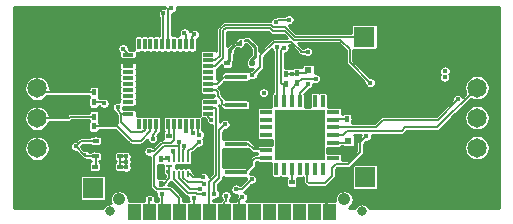
<source format=gbr>
G04 #@! TF.GenerationSoftware,KiCad,Pcbnew,(5.1.6)-1*
G04 #@! TF.CreationDate,2021-12-03T12:33:41+01:00*
G04 #@! TF.ProjectId,USBEMBEDED,55534245-4d42-4454-9445-442e6b696361,rev?*
G04 #@! TF.SameCoordinates,Original*
G04 #@! TF.FileFunction,Copper,L1,Top*
G04 #@! TF.FilePolarity,Positive*
%FSLAX46Y46*%
G04 Gerber Fmt 4.6, Leading zero omitted, Abs format (unit mm)*
G04 Created by KiCad (PCBNEW (5.1.6)-1) date 2021-12-03 12:33:41*
%MOMM*%
%LPD*%
G01*
G04 APERTURE LIST*
G04 #@! TA.AperFunction,EtchedComponent*
%ADD10C,0.002000*%
G04 #@! TD*
G04 #@! TA.AperFunction,SMDPad,CuDef*
%ADD11C,0.186000*%
G04 #@! TD*
G04 #@! TA.AperFunction,ComponentPad*
%ADD12C,1.650000*%
G04 #@! TD*
G04 #@! TA.AperFunction,ComponentPad*
%ADD13R,1.725000X1.725000*%
G04 #@! TD*
G04 #@! TA.AperFunction,SMDPad,CuDef*
%ADD14R,0.200000X0.150000*%
G04 #@! TD*
G04 #@! TA.AperFunction,SMDPad,CuDef*
%ADD15R,0.600000X0.200000*%
G04 #@! TD*
G04 #@! TA.AperFunction,SMDPad,CuDef*
%ADD16R,0.200000X0.600000*%
G04 #@! TD*
G04 #@! TA.AperFunction,SMDPad,CuDef*
%ADD17R,0.470000X0.440000*%
G04 #@! TD*
G04 #@! TA.AperFunction,ComponentPad*
%ADD18C,1.067000*%
G04 #@! TD*
G04 #@! TA.AperFunction,ComponentPad*
%ADD19C,0.813000*%
G04 #@! TD*
G04 #@! TA.AperFunction,ViaPad*
%ADD20R,1.016000X1.016000*%
G04 #@! TD*
G04 #@! TA.AperFunction,SMDPad,CuDef*
%ADD21R,1.100000X1.700000*%
G04 #@! TD*
G04 #@! TA.AperFunction,SMDPad,CuDef*
%ADD22R,0.600000X0.350000*%
G04 #@! TD*
G04 #@! TA.AperFunction,SMDPad,CuDef*
%ADD23R,4.200000X4.200000*%
G04 #@! TD*
G04 #@! TA.AperFunction,SMDPad,CuDef*
%ADD24R,0.350000X1.050000*%
G04 #@! TD*
G04 #@! TA.AperFunction,SMDPad,CuDef*
%ADD25R,1.050000X0.350000*%
G04 #@! TD*
G04 #@! TA.AperFunction,SMDPad,CuDef*
%ADD26R,5.400000X5.400000*%
G04 #@! TD*
G04 #@! TA.AperFunction,SMDPad,CuDef*
%ADD27R,0.950000X0.300000*%
G04 #@! TD*
G04 #@! TA.AperFunction,SMDPad,CuDef*
%ADD28R,0.300000X0.950000*%
G04 #@! TD*
G04 #@! TA.AperFunction,SMDPad,CuDef*
%ADD29R,0.400000X0.625000*%
G04 #@! TD*
G04 #@! TA.AperFunction,SMDPad,CuDef*
%ADD30R,1.900000X0.400000*%
G04 #@! TD*
G04 #@! TA.AperFunction,SMDPad,CuDef*
%ADD31R,0.620000X0.600000*%
G04 #@! TD*
G04 #@! TA.AperFunction,SMDPad,CuDef*
%ADD32R,0.440000X0.470000*%
G04 #@! TD*
G04 #@! TA.AperFunction,ViaPad*
%ADD33C,0.450000*%
G04 #@! TD*
G04 #@! TA.AperFunction,Conductor*
%ADD34C,0.127000*%
G04 #@! TD*
G04 #@! TA.AperFunction,Conductor*
%ADD35C,0.250000*%
G04 #@! TD*
G04 #@! TA.AperFunction,Conductor*
%ADD36C,0.254000*%
G04 #@! TD*
G04 APERTURE END LIST*
D10*
G04 #@! TO.C,U1*
G36*
X145013000Y-109964000D02*
G01*
X145013000Y-108696000D01*
X146027000Y-108696000D01*
X146027000Y-109964000D01*
X145013000Y-109964000D01*
G37*
X145013000Y-109964000D02*
X145013000Y-108696000D01*
X146027000Y-108696000D01*
X146027000Y-109964000D01*
X145013000Y-109964000D01*
G36*
X146283000Y-109964000D02*
G01*
X146283000Y-108696000D01*
X147297000Y-108696000D01*
X147297000Y-109964000D01*
X146283000Y-109964000D01*
G37*
X146283000Y-109964000D02*
X146283000Y-108696000D01*
X147297000Y-108696000D01*
X147297000Y-109964000D01*
X146283000Y-109964000D01*
G36*
X147553000Y-109964000D02*
G01*
X147553000Y-108696000D01*
X148567000Y-108696000D01*
X148567000Y-109964000D01*
X147553000Y-109964000D01*
G37*
X147553000Y-109964000D02*
X147553000Y-108696000D01*
X148567000Y-108696000D01*
X148567000Y-109964000D01*
X147553000Y-109964000D01*
G36*
X148823000Y-109964000D02*
G01*
X148823000Y-108696000D01*
X149837000Y-108696000D01*
X149837000Y-109964000D01*
X148823000Y-109964000D01*
G37*
X148823000Y-109964000D02*
X148823000Y-108696000D01*
X149837000Y-108696000D01*
X149837000Y-109964000D01*
X148823000Y-109964000D01*
G36*
X150093000Y-109964000D02*
G01*
X150093000Y-108696000D01*
X151107000Y-108696000D01*
X151107000Y-109964000D01*
X150093000Y-109964000D01*
G37*
X150093000Y-109964000D02*
X150093000Y-108696000D01*
X151107000Y-108696000D01*
X151107000Y-109964000D01*
X150093000Y-109964000D01*
G36*
X151363000Y-109964000D02*
G01*
X151363000Y-108696000D01*
X152377000Y-108696000D01*
X152377000Y-109964000D01*
X151363000Y-109964000D01*
G37*
X151363000Y-109964000D02*
X151363000Y-108696000D01*
X152377000Y-108696000D01*
X152377000Y-109964000D01*
X151363000Y-109964000D01*
G36*
X152633000Y-109964000D02*
G01*
X152633000Y-108696000D01*
X153647000Y-108696000D01*
X153647000Y-109964000D01*
X152633000Y-109964000D01*
G37*
X152633000Y-109964000D02*
X152633000Y-108696000D01*
X153647000Y-108696000D01*
X153647000Y-109964000D01*
X152633000Y-109964000D01*
G36*
X153903000Y-109964000D02*
G01*
X153903000Y-108696000D01*
X154917000Y-108696000D01*
X154917000Y-109964000D01*
X153903000Y-109964000D01*
G37*
X153903000Y-109964000D02*
X153903000Y-108696000D01*
X154917000Y-108696000D01*
X154917000Y-109964000D01*
X153903000Y-109964000D01*
G36*
X155173000Y-109964000D02*
G01*
X155173000Y-108696000D01*
X156187000Y-108696000D01*
X156187000Y-109964000D01*
X155173000Y-109964000D01*
G37*
X155173000Y-109964000D02*
X155173000Y-108696000D01*
X156187000Y-108696000D01*
X156187000Y-109964000D01*
X155173000Y-109964000D01*
G36*
X156443000Y-109964000D02*
G01*
X156443000Y-108696000D01*
X157457000Y-108696000D01*
X157457000Y-109964000D01*
X156443000Y-109964000D01*
G37*
X156443000Y-109964000D02*
X156443000Y-108696000D01*
X157457000Y-108696000D01*
X157457000Y-109964000D01*
X156443000Y-109964000D01*
G36*
X157713000Y-109964000D02*
G01*
X157713000Y-108696000D01*
X158727000Y-108696000D01*
X158727000Y-109964000D01*
X157713000Y-109964000D01*
G37*
X157713000Y-109964000D02*
X157713000Y-108696000D01*
X158727000Y-108696000D01*
X158727000Y-109964000D01*
X157713000Y-109964000D01*
G36*
X158983000Y-109964000D02*
G01*
X158983000Y-108696000D01*
X159997000Y-108696000D01*
X159997000Y-109964000D01*
X158983000Y-109964000D01*
G37*
X158983000Y-109964000D02*
X158983000Y-108696000D01*
X159997000Y-108696000D01*
X159997000Y-109964000D01*
X158983000Y-109964000D01*
G36*
X160253000Y-109964000D02*
G01*
X160253000Y-108696000D01*
X161267000Y-108696000D01*
X161267000Y-109964000D01*
X160253000Y-109964000D01*
G37*
X160253000Y-109964000D02*
X160253000Y-108696000D01*
X161267000Y-108696000D01*
X161267000Y-109964000D01*
X160253000Y-109964000D01*
G36*
X161523000Y-109964000D02*
G01*
X161523000Y-108696000D01*
X162537000Y-108696000D01*
X162537000Y-109964000D01*
X161523000Y-109964000D01*
G37*
X161523000Y-109964000D02*
X161523000Y-108696000D01*
X162537000Y-108696000D01*
X162537000Y-109964000D01*
X161523000Y-109964000D01*
G04 #@! TD*
D11*
G04 #@! TO.P,IC4,B2*
G04 #@! TO.N,GND*
X154865000Y-95235000D03*
G04 #@! TO.P,IC4,B1*
G04 #@! TO.N,VCC*
X154515000Y-95235000D03*
G04 #@! TO.P,IC4,A2*
G04 #@! TO.N,+3V3*
X154865000Y-94885000D03*
G04 #@! TO.P,IC4,A1*
G04 #@! TO.N,VCC*
X154515000Y-94885000D03*
G04 #@! TD*
D12*
G04 #@! TO.P,PCSIDE1,4*
G04 #@! TO.N,GND*
X137270000Y-96390000D03*
G04 #@! TO.P,PCSIDE1,3*
G04 #@! TO.N,D+AT*
X137270000Y-98930000D03*
G04 #@! TO.P,PCSIDE1,2*
G04 #@! TO.N,D-AT*
X137270000Y-101470000D03*
G04 #@! TO.P,PCSIDE1,1*
G04 #@! TO.N,+5V*
X137270000Y-104010000D03*
G04 #@! TD*
G04 #@! TO.P,KEYBOARDSIDE1,4*
G04 #@! TO.N,VDC*
X174510000Y-103960000D03*
G04 #@! TO.P,KEYBOARDSIDE1,3*
G04 #@! TO.N,D-US*
X174510000Y-101420000D03*
G04 #@! TO.P,KEYBOARDSIDE1,2*
G04 #@! TO.N,D+US*
X174510000Y-98880000D03*
G04 #@! TO.P,KEYBOARDSIDE1,1*
G04 #@! TO.N,GND*
X174510000Y-96340000D03*
G04 #@! TD*
D13*
G04 #@! TO.P,TX1,1*
G04 #@! TO.N,NRFTX*
X165000000Y-94560000D03*
G04 #@! TD*
G04 #@! TO.P,RX1,1*
G04 #@! TO.N,NRFRX*
X165060000Y-106460000D03*
G04 #@! TD*
D14*
G04 #@! TO.P,IC5,13*
G04 #@! TO.N,+3V3*
X148270000Y-105955000D03*
D15*
G04 #@! TO.P,IC5,12*
X148470000Y-105530000D03*
D16*
G04 #@! TO.P,IC5,11*
G04 #@! TO.N,VCC*
X148470000Y-104880000D03*
G04 #@! TO.P,IC5,10*
G04 #@! TO.N,SCLK*
X148870000Y-104880000D03*
G04 #@! TO.P,IC5,9*
G04 #@! TO.N,MOSI*
X149270000Y-104880000D03*
G04 #@! TO.P,IC5,8*
G04 #@! TO.N,MISO*
X149670000Y-104880000D03*
G04 #@! TO.P,IC5,7*
G04 #@! TO.N,SS*
X150070000Y-104880000D03*
D15*
G04 #@! TO.P,IC5,6*
G04 #@! TO.N,GND*
X150070000Y-105530000D03*
D16*
G04 #@! TO.P,IC5,5*
G04 #@! TO.N,CS*
X150070000Y-106180000D03*
G04 #@! TO.P,IC5,4*
G04 #@! TO.N,DO*
X149670000Y-106180000D03*
G04 #@! TO.P,IC5,3*
G04 #@! TO.N,DI*
X149270000Y-106180000D03*
G04 #@! TO.P,IC5,2*
G04 #@! TO.N,CLK*
X148870000Y-106180000D03*
G04 #@! TO.P,IC5,1*
G04 #@! TO.N,+3V3*
X148470000Y-106180000D03*
G04 #@! TD*
D13*
G04 #@! TO.P,GND1,1*
G04 #@! TO.N,GND*
X142180000Y-93700000D03*
G04 #@! TD*
G04 #@! TO.P,5V+1,1*
G04 #@! TO.N,+5V*
X142030000Y-107360000D03*
G04 #@! TD*
D17*
G04 #@! TO.P,1uF4,2*
G04 #@! TO.N,+3V3*
X155500000Y-96810000D03*
G04 #@! TO.P,1uF4,1*
G04 #@! TO.N,GND*
X154830000Y-96810000D03*
G04 #@! TD*
G04 #@! TO.P,1uF1,2*
G04 #@! TO.N,Net-(1uF1-Pad2)*
X148415000Y-102980000D03*
G04 #@! TO.P,1uF1,1*
G04 #@! TO.N,GND*
X147745000Y-102980000D03*
G04 #@! TD*
G04 #@! TO.P,0.1uF3,2*
G04 #@! TO.N,+3V3*
X158835000Y-106880000D03*
G04 #@! TO.P,0.1uF3,1*
G04 #@! TO.N,GND*
X158165000Y-106880000D03*
G04 #@! TD*
D18*
G04 #@! TO.P,U1,18*
G04 #@! TO.N,N/C*
X163300000Y-108339000D03*
D19*
G04 #@! TO.P,U1,17*
X164799000Y-109330000D03*
G04 #@! TO.P,U1,16*
X143488000Y-109330000D03*
D18*
G04 #@! TO.P,U1,15*
X144250000Y-108339000D03*
D20*
G04 #@! TD*
G04 #@! TO.N,GND*
G04 #@! TO.C,U1*
X162030000Y-109330000D03*
G04 #@! TO.N,Net-(U1-Pad13)*
G04 #@! TO.C,U1*
X160760000Y-109330000D03*
G04 #@! TO.N,Net-(U1-Pad12)*
X159490000Y-109330000D03*
G04 #@! TO.N,Net-(U1-Pad11)*
X158220000Y-109330000D03*
G04 #@! TO.N,Net-(U1-Pad10)*
X156950000Y-109330000D03*
G04 #@! TO.N,MCLR*
X155680000Y-109330000D03*
G04 #@! TO.N,TXUSBH-PGRCLK*
X154410000Y-109330000D03*
G04 #@! TO.N,RXUSBH-PGRDATA*
X153140000Y-109330000D03*
G04 #@! TO.N,RST*
X151870000Y-109330000D03*
G04 #@! TO.N,MISO*
X150600000Y-109330000D03*
G04 #@! TO.N,MOSI*
X149330000Y-109330000D03*
G04 #@! TO.N,SCLK*
X148060000Y-109330000D03*
G04 #@! TO.N,+3V3*
X146790000Y-109330000D03*
G04 #@! TO.N,VCC*
X145520000Y-109330000D03*
G04 #@! TD*
D21*
G04 #@! TO.P,PS1,7*
G04 #@! TO.N,GND*
X143280000Y-104020000D03*
D22*
G04 #@! TO.P,PS1,6*
G04 #@! TO.N,+5V*
X142230000Y-104670000D03*
G04 #@! TO.P,PS1,5*
G04 #@! TO.N,GND*
X142230000Y-104020000D03*
G04 #@! TO.P,PS1,4*
G04 #@! TO.N,+5V*
X142230000Y-103370000D03*
G04 #@! TO.P,PS1,3*
G04 #@! TO.N,GND*
X144330000Y-103370000D03*
G04 #@! TO.P,PS1,2*
X144330000Y-104020000D03*
G04 #@! TO.P,PS1,1*
G04 #@! TO.N,VCC*
X144330000Y-104670000D03*
G04 #@! TD*
D23*
G04 #@! TO.P,IC3,29*
G04 #@! TO.N,Net-(IC3-Pad29)*
X159500000Y-102870000D03*
D24*
G04 #@! TO.P,IC3,28*
G04 #@! TO.N,TXUSBH-PGRCLK*
X157550000Y-100020000D03*
G04 #@! TO.P,IC3,27*
G04 #@! TO.N,RXUSBH-PGRDATA*
X158200000Y-100020000D03*
G04 #@! TO.P,IC3,26*
G04 #@! TO.N,MCLR*
X158850000Y-100020000D03*
G04 #@! TO.P,IC3,25*
G04 #@! TO.N,+3V3*
X159500000Y-100020000D03*
G04 #@! TO.P,IC3,24*
G04 #@! TO.N,GND*
X160150000Y-100020000D03*
G04 #@! TO.P,IC3,23*
G04 #@! TO.N,Net-(IC3-Pad23)*
X160800000Y-100020000D03*
G04 #@! TO.P,IC3,22*
G04 #@! TO.N,Net-(IC3-Pad22)*
X161450000Y-100020000D03*
D25*
G04 #@! TO.P,IC3,21*
G04 #@! TO.N,Net-(IC3-Pad21)*
X162350000Y-100920000D03*
G04 #@! TO.P,IC3,20*
G04 #@! TO.N,+3V3*
X162350000Y-101570000D03*
G04 #@! TO.P,IC3,19*
G04 #@! TO.N,D-US*
X162350000Y-102220000D03*
G04 #@! TO.P,IC3,18*
G04 #@! TO.N,D+US*
X162350000Y-102870000D03*
G04 #@! TO.P,IC3,17*
G04 #@! TO.N,Net-(10uF1-Pad1)*
X162350000Y-103520000D03*
G04 #@! TO.P,IC3,16*
G04 #@! TO.N,GND*
X162350000Y-104170000D03*
G04 #@! TO.P,IC3,15*
G04 #@! TO.N,Net-(IC3-Pad15)*
X162350000Y-104820000D03*
D24*
G04 #@! TO.P,IC3,14*
G04 #@! TO.N,Net-(IC3-Pad14)*
X161450000Y-105720000D03*
G04 #@! TO.P,IC3,13*
G04 #@! TO.N,Net-(IC3-Pad13)*
X160800000Y-105720000D03*
G04 #@! TO.P,IC3,12*
G04 #@! TO.N,VCC*
X160150000Y-105720000D03*
G04 #@! TO.P,IC3,11*
G04 #@! TO.N,Net-(IC3-Pad11)*
X159500000Y-105720000D03*
G04 #@! TO.P,IC3,10*
G04 #@! TO.N,+3V3*
X158850000Y-105720000D03*
G04 #@! TO.P,IC3,9*
G04 #@! TO.N,Net-(IC3-Pad9)*
X158200000Y-105720000D03*
G04 #@! TO.P,IC3,8*
G04 #@! TO.N,Net-(IC3-Pad8)*
X157550000Y-105720000D03*
D25*
G04 #@! TO.P,IC3,7*
G04 #@! TO.N,Net-(16Mhz2-Pad3)*
X156650000Y-104820000D03*
G04 #@! TO.P,IC3,6*
G04 #@! TO.N,Net-(16Mhz2-Pad1)*
X156650000Y-104170000D03*
G04 #@! TO.P,IC3,5*
G04 #@! TO.N,GND*
X156650000Y-103520000D03*
G04 #@! TO.P,IC3,4*
G04 #@! TO.N,Net-(IC3-Pad4)*
X156650000Y-102870000D03*
G04 #@! TO.P,IC3,3*
G04 #@! TO.N,Net-(IC3-Pad3)*
X156650000Y-102220000D03*
G04 #@! TO.P,IC3,2*
G04 #@! TO.N,Net-(IC3-Pad2)*
X156650000Y-101570000D03*
G04 #@! TO.P,IC3,1*
G04 #@! TO.N,Net-(IC3-Pad1)*
X156650000Y-100920000D03*
G04 #@! TD*
D26*
G04 #@! TO.P,IC2,45*
G04 #@! TO.N,GND*
X148380000Y-98570000D03*
D27*
G04 #@! TO.P,IC2,44*
G04 #@! TO.N,VCC*
X144980000Y-101070000D03*
G04 #@! TO.P,IC2,43*
G04 #@! TO.N,GND*
X144980000Y-100570000D03*
G04 #@! TO.P,IC2,42*
G04 #@! TO.N,Net-(IC2-Pad42)*
X144980000Y-100070000D03*
G04 #@! TO.P,IC2,41*
G04 #@! TO.N,Net-(IC2-Pad41)*
X144980000Y-99570000D03*
G04 #@! TO.P,IC2,40*
G04 #@! TO.N,Net-(IC2-Pad40)*
X144980000Y-99070000D03*
G04 #@! TO.P,IC2,39*
G04 #@! TO.N,Net-(IC2-Pad39)*
X144980000Y-98570000D03*
G04 #@! TO.P,IC2,38*
G04 #@! TO.N,Net-(IC2-Pad38)*
X144980000Y-98070000D03*
G04 #@! TO.P,IC2,37*
G04 #@! TO.N,Net-(IC2-Pad37)*
X144980000Y-97570000D03*
G04 #@! TO.P,IC2,36*
G04 #@! TO.N,Net-(IC2-Pad36)*
X144980000Y-97070000D03*
G04 #@! TO.P,IC2,35*
G04 #@! TO.N,GND*
X144980000Y-96570000D03*
G04 #@! TO.P,IC2,34*
G04 #@! TO.N,VCC*
X144980000Y-96070000D03*
D28*
G04 #@! TO.P,IC2,33*
G04 #@! TO.N,Net-(IC2-Pad33)*
X145880000Y-95170000D03*
G04 #@! TO.P,IC2,32*
G04 #@! TO.N,Net-(IC2-Pad32)*
X146380000Y-95170000D03*
G04 #@! TO.P,IC2,31*
G04 #@! TO.N,Net-(IC2-Pad31)*
X146880000Y-95170000D03*
G04 #@! TO.P,IC2,30*
G04 #@! TO.N,Net-(IC2-Pad30)*
X147380000Y-95170000D03*
G04 #@! TO.P,IC2,29*
G04 #@! TO.N,TXUSBH-PGRCLK*
X147880000Y-95170000D03*
G04 #@! TO.P,IC2,28*
G04 #@! TO.N,RXUSBH-PGRDATA*
X148380000Y-95170000D03*
G04 #@! TO.P,IC2,27*
G04 #@! TO.N,Net-(IC2-Pad27)*
X148880000Y-95170000D03*
G04 #@! TO.P,IC2,26*
G04 #@! TO.N,Net-(IC2-Pad26)*
X149380000Y-95170000D03*
G04 #@! TO.P,IC2,25*
G04 #@! TO.N,SS*
X149880000Y-95170000D03*
G04 #@! TO.P,IC2,24*
G04 #@! TO.N,VCC*
X150380000Y-95170000D03*
G04 #@! TO.P,IC2,23*
G04 #@! TO.N,GND*
X150880000Y-95170000D03*
D27*
G04 #@! TO.P,IC2,22*
G04 #@! TO.N,Net-(IC2-Pad22)*
X151780000Y-96070000D03*
G04 #@! TO.P,IC2,21*
G04 #@! TO.N,NRFTX*
X151780000Y-96570000D03*
G04 #@! TO.P,IC2,20*
G04 #@! TO.N,NRFRX*
X151780000Y-97070000D03*
G04 #@! TO.P,IC2,19*
G04 #@! TO.N,Net-(IC2-Pad19)*
X151780000Y-97570000D03*
G04 #@! TO.P,IC2,18*
G04 #@! TO.N,Net-(IC2-Pad18)*
X151780000Y-98070000D03*
G04 #@! TO.P,IC2,17*
G04 #@! TO.N,Net-(16Mhz1-Pad1)*
X151780000Y-98570000D03*
G04 #@! TO.P,IC2,16*
G04 #@! TO.N,Net-(16Mhz1-Pad3)*
X151780000Y-99070000D03*
G04 #@! TO.P,IC2,15*
G04 #@! TO.N,GND*
X151780000Y-99570000D03*
G04 #@! TO.P,IC2,14*
G04 #@! TO.N,VCC*
X151780000Y-100070000D03*
G04 #@! TO.P,IC2,13*
G04 #@! TO.N,RST*
X151780000Y-100570000D03*
G04 #@! TO.P,IC2,12*
G04 #@! TO.N,D11*
X151780000Y-101070000D03*
D28*
G04 #@! TO.P,IC2,11*
G04 #@! TO.N,MISO*
X150880000Y-101970000D03*
G04 #@! TO.P,IC2,10*
G04 #@! TO.N,MOSI*
X150380000Y-101970000D03*
G04 #@! TO.P,IC2,9*
G04 #@! TO.N,SCLK*
X149880000Y-101970000D03*
G04 #@! TO.P,IC2,8*
G04 #@! TO.N,Net-(IC2-Pad8)*
X149380000Y-101970000D03*
G04 #@! TO.P,IC2,7*
G04 #@! TO.N,VCC*
X148880000Y-101970000D03*
G04 #@! TO.P,IC2,6*
G04 #@! TO.N,Net-(1uF1-Pad2)*
X148380000Y-101970000D03*
G04 #@! TO.P,IC2,5*
G04 #@! TO.N,GND*
X147880000Y-101970000D03*
G04 #@! TO.P,IC2,4*
G04 #@! TO.N,Net-(22Ohm2-Pad2)*
X147380000Y-101970000D03*
G04 #@! TO.P,IC2,3*
G04 #@! TO.N,Net-(22Ohm1-Pad2)*
X146880000Y-101970000D03*
G04 #@! TO.P,IC2,2*
G04 #@! TO.N,VCC*
X146380000Y-101970000D03*
G04 #@! TO.P,IC2,1*
G04 #@! TO.N,Net-(IC2-Pad1)*
X145880000Y-101970000D03*
G04 #@! TD*
D29*
G04 #@! TO.P,22Ohm2,2*
G04 #@! TO.N,Net-(22Ohm2-Pad2)*
X142090000Y-100092000D03*
G04 #@! TO.P,22Ohm2,1*
G04 #@! TO.N,D+AT*
X142090000Y-99268000D03*
G04 #@! TD*
G04 #@! TO.P,22Ohm1,2*
G04 #@! TO.N,Net-(22Ohm1-Pad2)*
X142090000Y-102142000D03*
G04 #@! TO.P,22Ohm1,1*
G04 #@! TO.N,D-AT*
X142090000Y-101318000D03*
G04 #@! TD*
D17*
G04 #@! TO.P,1uF5,2*
G04 #@! TO.N,VCC*
X153390000Y-96810000D03*
G04 #@! TO.P,1uF5,1*
G04 #@! TO.N,GND*
X154060000Y-96810000D03*
G04 #@! TD*
G04 #@! TO.P,1uF3,2*
G04 #@! TO.N,+5V*
X142175000Y-105550000D03*
G04 #@! TO.P,1uF3,1*
G04 #@! TO.N,GND*
X142845000Y-105550000D03*
G04 #@! TD*
G04 #@! TO.P,1uF2,2*
G04 #@! TO.N,VCC*
X144325000Y-105550000D03*
G04 #@! TO.P,1uF2,1*
G04 #@! TO.N,GND*
X143655000Y-105550000D03*
G04 #@! TD*
D30*
G04 #@! TO.P,16Mhz2,3*
G04 #@! TO.N,Net-(16Mhz2-Pad3)*
X154110000Y-106040000D03*
G04 #@! TO.P,16Mhz2,2*
G04 #@! TO.N,GND*
X154110000Y-104840000D03*
G04 #@! TO.P,16Mhz2,1*
G04 #@! TO.N,Net-(16Mhz2-Pad1)*
X154110000Y-103640000D03*
G04 #@! TD*
G04 #@! TO.P,16Mhz1,3*
G04 #@! TO.N,Net-(16Mhz1-Pad3)*
X154120000Y-100330000D03*
G04 #@! TO.P,16Mhz1,2*
G04 #@! TO.N,GND*
X154120000Y-99130000D03*
G04 #@! TO.P,16Mhz1,1*
G04 #@! TO.N,Net-(16Mhz1-Pad1)*
X154120000Y-97930000D03*
G04 #@! TD*
D31*
G04 #@! TO.P,10uF2,2*
G04 #@! TO.N,GND*
X160260000Y-96490000D03*
G04 #@! TO.P,10uF2,1*
G04 #@! TO.N,+3V3*
X160260000Y-97410000D03*
G04 #@! TD*
G04 #@! TO.P,10uF1,2*
G04 #@! TO.N,GND*
X163640000Y-104270000D03*
G04 #@! TO.P,10uF1,1*
G04 #@! TO.N,Net-(10uF1-Pad1)*
X163640000Y-103350000D03*
G04 #@! TD*
D29*
G04 #@! TO.P,10KOhm1,2*
G04 #@! TO.N,RXUSBH-PGRDATA*
X158360000Y-98572000D03*
G04 #@! TO.P,10KOhm1,1*
G04 #@! TO.N,+3V3*
X158360000Y-97748000D03*
G04 #@! TD*
G04 #@! TO.P,10KOhm2,2*
G04 #@! TO.N,+3V3*
X159330000Y-97658000D03*
G04 #@! TO.P,10KOhm2,1*
G04 #@! TO.N,MCLR*
X159330000Y-98482000D03*
G04 #@! TD*
D32*
G04 #@! TO.P,0.1uF4,2*
G04 #@! TO.N,GND*
X163510000Y-100845000D03*
G04 #@! TO.P,0.1uF4,1*
G04 #@! TO.N,+3V3*
X163510000Y-101515000D03*
G04 #@! TD*
G04 #@! TO.P,0.1uF2,2*
G04 #@! TO.N,GND*
X147750000Y-105565000D03*
G04 #@! TO.P,0.1uF2,1*
G04 #@! TO.N,VCC*
X147750000Y-104895000D03*
G04 #@! TD*
G04 #@! TO.P,0.1uF1,2*
G04 #@! TO.N,GND*
X147760000Y-106350000D03*
G04 #@! TO.P,0.1uF1,1*
G04 #@! TO.N,+3V3*
X147760000Y-107020000D03*
G04 #@! TD*
D33*
G04 #@! TO.N,GND*
X154760000Y-96770000D03*
X154080000Y-96770000D03*
X171130000Y-96420000D03*
X170910000Y-100320000D03*
X169090000Y-102640000D03*
X156650000Y-103520000D03*
X156620000Y-97370000D03*
X150450000Y-97040000D03*
X146730000Y-96890000D03*
X148530000Y-96890000D03*
X150430000Y-98650000D03*
X146520000Y-98410000D03*
X148570000Y-98610000D03*
X148570000Y-100400000D03*
X150420000Y-100390000D03*
X146530000Y-100390000D03*
X158210000Y-106890000D03*
X154080000Y-104840000D03*
X154110000Y-99130000D03*
X143540000Y-103410000D03*
X142980000Y-103420000D03*
X142970000Y-104050000D03*
X143560000Y-104070000D03*
X143520000Y-104630000D03*
X142960000Y-104630000D03*
X143270000Y-105570000D03*
X136620000Y-92350000D03*
X140080000Y-92330000D03*
X143610000Y-92280000D03*
X145740000Y-92240000D03*
X141910000Y-92280000D03*
X136730000Y-108820000D03*
X139650000Y-108960000D03*
X142790000Y-108910000D03*
X141090000Y-95250000D03*
X141500000Y-97920000D03*
X142950000Y-98770000D03*
X143860000Y-99580000D03*
X143830000Y-98160000D03*
X142580000Y-97060000D03*
X143050000Y-95690000D03*
X144000000Y-94220000D03*
X144240000Y-93140000D03*
X143840000Y-107060000D03*
X146760000Y-106660000D03*
X145310000Y-106470000D03*
X143610000Y-106250000D03*
X158730000Y-108200000D03*
X159550000Y-107240000D03*
X159540000Y-108220000D03*
X161350000Y-108200000D03*
X161320000Y-107470000D03*
X146880000Y-93840000D03*
X145560000Y-93750000D03*
X146630000Y-92930000D03*
X147090000Y-92120000D03*
X148870000Y-94240000D03*
X148840000Y-93370000D03*
X149850000Y-93380000D03*
X150620000Y-93740000D03*
X151390000Y-94020000D03*
X151400000Y-95400000D03*
X152250000Y-95400000D03*
X152280000Y-94020000D03*
X151580000Y-93180000D03*
X154470000Y-93150000D03*
X153220000Y-93140000D03*
X154960000Y-97290000D03*
X153230000Y-101120000D03*
X155020000Y-101110000D03*
X153310000Y-102860000D03*
X155410000Y-102970000D03*
X163130000Y-106820000D03*
X164570000Y-108110000D03*
X165950000Y-108780000D03*
X172350000Y-95110000D03*
X167110000Y-107580000D03*
X167980000Y-108850000D03*
X168760000Y-96570000D03*
X166880000Y-96400000D03*
X164620000Y-96480000D03*
X164430000Y-98690000D03*
X164460000Y-101260000D03*
X163580000Y-99980000D03*
X161730000Y-98720000D03*
X162870000Y-97350000D03*
X162070000Y-95680000D03*
X160800000Y-95230000D03*
X167440000Y-94950000D03*
X167580000Y-92280000D03*
X166280000Y-95030000D03*
X166320000Y-92120000D03*
X166290000Y-93300000D03*
X163450000Y-94010000D03*
X163530000Y-92160000D03*
X161940000Y-94130000D03*
X161900000Y-92140000D03*
X160520000Y-94090000D03*
X160540000Y-92270000D03*
X160040000Y-93290000D03*
X158540000Y-92190000D03*
X166800000Y-105450000D03*
X157480000Y-92580000D03*
X152770000Y-97490000D03*
X149730000Y-108080000D03*
X147760000Y-105950000D03*
X153230000Y-106600000D03*
X163640000Y-104270000D03*
X151640000Y-102070000D03*
X151440000Y-105110000D03*
X151640000Y-103810000D03*
X170010000Y-98910000D03*
X170960000Y-98910000D03*
X171900000Y-98920000D03*
X137660000Y-93870000D03*
X139310000Y-93550000D03*
X139150000Y-95020000D03*
X139950000Y-96800000D03*
X136560000Y-102750000D03*
X136840000Y-105660000D03*
X139600000Y-106670000D03*
X138180000Y-107580000D03*
X136740000Y-107120000D03*
X139080000Y-97840000D03*
X136780000Y-94860000D03*
X138160000Y-92530000D03*
X154680000Y-96100000D03*
X154180000Y-96220000D03*
X155090000Y-95730000D03*
X154010000Y-94430000D03*
G04 #@! TO.N,+3V3*
X156470000Y-99310000D03*
X160250000Y-97410000D03*
X163520000Y-101520000D03*
X158835000Y-106880000D03*
X160193520Y-98580000D03*
X158830000Y-97680000D03*
X146820000Y-108300000D03*
X155490000Y-96830000D03*
X147910000Y-107020000D03*
G04 #@! TO.N,VCC*
X171810000Y-97460000D03*
X171790000Y-98010000D03*
X153600000Y-95730000D03*
X153410000Y-96810000D03*
X144800000Y-104690000D03*
X144800000Y-105150000D03*
X144810000Y-105620000D03*
X144552998Y-95590000D03*
X144110000Y-100520000D03*
X150590000Y-94340000D03*
X152304018Y-100068572D03*
X146750000Y-104260000D03*
X148276553Y-104861053D03*
X165140000Y-103000000D03*
G04 #@! TO.N,MCLR*
X160870000Y-98100000D03*
G04 #@! TO.N,RXUSBH-PGRDATA*
X148660000Y-92160000D03*
X153280000Y-108030000D03*
X158186340Y-95493660D03*
G04 #@! TO.N,+5V*
X142090000Y-104660000D03*
X142230000Y-103370000D03*
X140550000Y-103830000D03*
G04 #@! TO.N,Net-(22Ohm2-Pad2)*
X142950000Y-100200000D03*
X147060000Y-103200000D03*
G04 #@! TO.N,TXUSBH-PGRCLK*
X147960000Y-92590000D03*
X154653712Y-108133712D03*
X158601840Y-93110000D03*
X157478951Y-93351049D03*
X157609899Y-95468231D03*
G04 #@! TO.N,NRFRX*
X165480000Y-98460000D03*
G04 #@! TO.N,MISO*
X151010000Y-102860000D03*
X149740000Y-103830000D03*
X150540000Y-108220000D03*
G04 #@! TO.N,MOSI*
X150447168Y-102732909D03*
X149278398Y-103483799D03*
G04 #@! TO.N,SCLK*
X149885230Y-102515989D03*
X147820000Y-107870000D03*
X148819513Y-104228822D03*
G04 #@! TO.N,SS*
X149760000Y-94230000D03*
X150957606Y-103500000D03*
G04 #@! TO.N,D-US*
X172900000Y-99870000D03*
G04 #@! TO.N,DO*
X151454500Y-107049376D03*
G04 #@! TO.N,CLK*
X153180000Y-101980000D03*
X151454500Y-107880376D03*
X152285500Y-107880376D03*
G04 #@! TO.N,DI*
X151033575Y-107444032D03*
X154120000Y-107464876D03*
X155440000Y-106633876D03*
G04 #@! TO.N,CS*
X151361001Y-106480000D03*
G04 #@! TO.N,D11*
X160193520Y-95837998D03*
X152030001Y-101580000D03*
X155502998Y-97800000D03*
G04 #@! TD*
D34*
G04 #@! TO.N,GND*
X147745000Y-102105000D02*
X147880000Y-101970000D01*
X147745000Y-102980000D02*
X147745000Y-102105000D01*
X143655000Y-105550000D02*
X143290000Y-105550000D01*
X143290000Y-105550000D02*
X143270000Y-105570000D01*
X143250000Y-105550000D02*
X143270000Y-105570000D01*
X142845000Y-105550000D02*
X143250000Y-105550000D01*
X162450000Y-104270000D02*
X162350000Y-104170000D01*
X163640000Y-104270000D02*
X163640000Y-104270000D01*
X162030000Y-108880000D02*
X162030000Y-109169490D01*
X161350000Y-108200000D02*
X162030000Y-108880000D01*
X154139998Y-95759998D02*
X154140000Y-95760000D01*
X147760000Y-105575000D02*
X147750000Y-105565000D01*
X147760000Y-106350000D02*
X147760000Y-105950000D01*
X147760000Y-105950000D02*
X147760000Y-105575000D01*
X163640000Y-104270000D02*
X162450000Y-104270000D01*
G04 #@! TO.N,+3V3*
X158835000Y-105735000D02*
X158850000Y-105720000D01*
X158835000Y-106880000D02*
X158835000Y-106880000D01*
X158835000Y-106880000D02*
X158835000Y-105735000D01*
X162400000Y-101520000D02*
X162350000Y-101570000D01*
X163520000Y-101520000D02*
X162400000Y-101520000D01*
X159500000Y-100020000D02*
X159500000Y-99368000D01*
X160193520Y-98674480D02*
X160193520Y-98580000D01*
X159500000Y-99368000D02*
X160193520Y-98674480D01*
X146790000Y-109330000D02*
X146790000Y-108330000D01*
X146790000Y-108330000D02*
X146820000Y-108300000D01*
X160250000Y-97410000D02*
X160010000Y-97650000D01*
X159338000Y-97650000D02*
X159330000Y-97658000D01*
X160010000Y-97650000D02*
X159338000Y-97650000D01*
X159240000Y-97748000D02*
X159330000Y-97658000D01*
X158360000Y-97748000D02*
X159240000Y-97748000D01*
X148470000Y-106180000D02*
X148470000Y-105530000D01*
X147760000Y-107020000D02*
X147870000Y-107020000D01*
X148270000Y-105980000D02*
X148470000Y-106180000D01*
X148270000Y-105955000D02*
X148270000Y-105980000D01*
X148470000Y-106550000D02*
X148470000Y-106180000D01*
X155490000Y-96830000D02*
X155490000Y-96580000D01*
X155490000Y-96580000D02*
X155790000Y-96280000D01*
X155790000Y-95840000D02*
X155700000Y-95750000D01*
X155790000Y-96280000D02*
X155790000Y-95840000D01*
X155500000Y-96810000D02*
X155500000Y-96680000D01*
X155500000Y-96680000D02*
X155380000Y-96560000D01*
X155380000Y-96560000D02*
X155380000Y-96540000D01*
X155700000Y-96220000D02*
X155700000Y-95750000D01*
X155380000Y-96540000D02*
X155700000Y-96220000D01*
X155380000Y-96720000D02*
X155490000Y-96830000D01*
X155380000Y-96540000D02*
X155380000Y-96720000D01*
X148000000Y-107020000D02*
X147910000Y-107020000D01*
X148470000Y-106550000D02*
X148000000Y-107020000D01*
X147910000Y-107020000D02*
X147760000Y-107020000D01*
X155700000Y-95750000D02*
X155700000Y-95480000D01*
X155105000Y-94885000D02*
X154865000Y-94885000D01*
X155700000Y-95480000D02*
X155105000Y-94885000D01*
X154920000Y-94810000D02*
X155170000Y-94810000D01*
X155170000Y-94810000D02*
X155790000Y-95430000D01*
X154865000Y-94885000D02*
X154865000Y-94865000D01*
X155790000Y-95430000D02*
X155790000Y-95840000D01*
X154865000Y-94865000D02*
X154920000Y-94810000D01*
G04 #@! TO.N,VCC*
X148587944Y-103559311D02*
X148000689Y-103559311D01*
X148880000Y-101970000D02*
X148880000Y-103267255D01*
X148880000Y-103267255D02*
X148587944Y-103559311D01*
X144980000Y-96070000D02*
X144980000Y-96017002D01*
X144980000Y-96017002D02*
X144552998Y-95590000D01*
X144110000Y-100802000D02*
X144110000Y-100520000D01*
X144980000Y-101070000D02*
X144378000Y-101070000D01*
X144378000Y-101070000D02*
X144110000Y-100802000D01*
X150380000Y-95170000D02*
X150380000Y-94550000D01*
X150380000Y-94550000D02*
X150590000Y-94340000D01*
X151780000Y-100070000D02*
X152302590Y-100070000D01*
X152302590Y-100070000D02*
X152304018Y-100068572D01*
X146182401Y-102635501D02*
X145265501Y-102635501D01*
X146380000Y-101970000D02*
X146380000Y-102437902D01*
X146380000Y-102437902D02*
X146182401Y-102635501D01*
X144378000Y-101748000D02*
X144378000Y-101070000D01*
X145265501Y-102635501D02*
X144378000Y-101748000D01*
X148000689Y-103559311D02*
X147880689Y-103559311D01*
X147880689Y-103559311D02*
X147180000Y-104260000D01*
X147180000Y-104260000D02*
X146750000Y-104260000D01*
X144780000Y-104670000D02*
X144800000Y-104690000D01*
X144330000Y-104670000D02*
X144780000Y-104670000D01*
X144330000Y-105545000D02*
X144325000Y-105550000D01*
X144740000Y-105550000D02*
X144810000Y-105620000D01*
X144325000Y-105550000D02*
X144740000Y-105550000D01*
X144790000Y-105160000D02*
X144800000Y-105150000D01*
X144330000Y-105160000D02*
X144330000Y-105545000D01*
X144330000Y-105160000D02*
X144790000Y-105160000D01*
X144330000Y-104670000D02*
X144330000Y-105160000D01*
X144800000Y-105610000D02*
X144810000Y-105620000D01*
X144800000Y-105150000D02*
X144800000Y-105610000D01*
X144800000Y-105150000D02*
X144800000Y-104690000D01*
X162240000Y-106330000D02*
X162240000Y-105670000D01*
X161620000Y-106950000D02*
X162240000Y-106330000D01*
X163640000Y-105350000D02*
X164640000Y-104350000D01*
X160270000Y-106950000D02*
X161620000Y-106950000D01*
X162560000Y-105350000D02*
X163640000Y-105350000D01*
X160150000Y-105720000D02*
X160150000Y-106830000D01*
X160150000Y-106830000D02*
X160270000Y-106950000D01*
X162240000Y-105670000D02*
X162560000Y-105350000D01*
X153600000Y-96600000D02*
X153390000Y-96810000D01*
X153600000Y-95750000D02*
X153600000Y-96600000D01*
X148470000Y-104880000D02*
X148470000Y-104830000D01*
X148470000Y-104880000D02*
X148295500Y-104880000D01*
X148295500Y-104880000D02*
X148276553Y-104861053D01*
X148242606Y-104895000D02*
X148276553Y-104861053D01*
X147750000Y-104895000D02*
X148242606Y-104895000D01*
X153410000Y-96810000D02*
X153410000Y-96640000D01*
X153410000Y-96640000D02*
X153500000Y-96550000D01*
X153500000Y-95830000D02*
X153600000Y-95730000D01*
X153500000Y-96550000D02*
X153500000Y-95830000D01*
X164640000Y-104350000D02*
X164640000Y-103500000D01*
X164640000Y-103500000D02*
X165140000Y-103000000D01*
X153600000Y-95730000D02*
X154095000Y-95235000D01*
X154515000Y-95235000D02*
X154515000Y-94885000D01*
X154515000Y-94885000D02*
X154390000Y-95010000D01*
X154390000Y-95010000D02*
X154390000Y-95120000D01*
X154375000Y-95135000D02*
X154375000Y-95235000D01*
X154390000Y-95120000D02*
X154375000Y-95135000D01*
X154095000Y-95235000D02*
X154375000Y-95235000D01*
X154375000Y-95235000D02*
X154515000Y-95235000D01*
X154400000Y-95120000D02*
X154390000Y-95120000D01*
X154515000Y-95235000D02*
X154400000Y-95120000D01*
X154400000Y-95120000D02*
X154040000Y-95120000D01*
X153600000Y-95560000D02*
X153600000Y-95730000D01*
X154040000Y-95120000D02*
X153600000Y-95560000D01*
G04 #@! TO.N,MCLR*
X158850000Y-98962000D02*
X158850000Y-100020000D01*
X159330000Y-98482000D02*
X158850000Y-98962000D01*
X159712000Y-98100000D02*
X159330000Y-98482000D01*
X160870000Y-98100000D02*
X159712000Y-98100000D01*
G04 #@! TO.N,RXUSBH-PGRDATA*
X158200000Y-98732000D02*
X158360000Y-98572000D01*
X158200000Y-100020000D02*
X158200000Y-98732000D01*
X158360000Y-98572000D02*
X158033000Y-98572000D01*
X157969499Y-98508499D02*
X157969499Y-95710501D01*
X158033000Y-98572000D02*
X157969499Y-98508499D01*
X157969499Y-95710501D02*
X158186340Y-95493660D01*
X148660000Y-92160000D02*
X148470000Y-92160000D01*
X148380000Y-92250000D02*
X148380000Y-95170000D01*
X148470000Y-92160000D02*
X148380000Y-92250000D01*
X153140000Y-109330000D02*
X153140000Y-108590000D01*
X153140000Y-108590000D02*
X153280000Y-108450000D01*
X153280000Y-108450000D02*
X153280000Y-108030000D01*
G04 #@! TO.N,Net-(10uF1-Pad1)*
X163470000Y-103520000D02*
X163640000Y-103350000D01*
X162350000Y-103520000D02*
X163470000Y-103520000D01*
G04 #@! TO.N,Net-(16Mhz1-Pad3)*
X151780000Y-99070000D02*
X152390000Y-99070000D01*
X152390000Y-99070000D02*
X152560000Y-99240000D01*
X152560000Y-99240000D02*
X152560000Y-99580000D01*
X152560000Y-99580000D02*
X152970000Y-99990000D01*
X152970000Y-99990000D02*
X152970000Y-100230000D01*
X153070000Y-100330000D02*
X154120000Y-100330000D01*
X152970000Y-100230000D02*
X153070000Y-100330000D01*
G04 #@! TO.N,Net-(16Mhz1-Pad1)*
X151780000Y-98570000D02*
X152500000Y-98570000D01*
X153140000Y-97930000D02*
X154120000Y-97930000D01*
X152500000Y-98570000D02*
X153140000Y-97930000D01*
G04 #@! TO.N,Net-(16Mhz2-Pad3)*
X154110000Y-106040000D02*
X154890000Y-106040000D01*
X154890000Y-106040000D02*
X155500000Y-105430000D01*
X155500000Y-105430000D02*
X155500000Y-105060000D01*
X155740000Y-104820000D02*
X156650000Y-104820000D01*
X155500000Y-105060000D02*
X155740000Y-104820000D01*
G04 #@! TO.N,Net-(16Mhz2-Pad1)*
X156580000Y-104100000D02*
X156650000Y-104170000D01*
X155630000Y-104100000D02*
X156580000Y-104100000D01*
X154110000Y-103640000D02*
X155170000Y-103640000D01*
X155170000Y-103640000D02*
X155630000Y-104100000D01*
G04 #@! TO.N,Net-(1uF1-Pad2)*
X148415000Y-102005000D02*
X148380000Y-101970000D01*
X148415000Y-102980000D02*
X148415000Y-102005000D01*
G04 #@! TO.N,+5V*
X141380000Y-104660000D02*
X140550000Y-103830000D01*
X142090000Y-104660000D02*
X141380000Y-104660000D01*
X140550000Y-103830000D02*
X141010000Y-103370000D01*
X141470000Y-103370000D02*
X142230000Y-103370000D01*
X141380000Y-104427000D02*
X141380000Y-104660000D01*
X141010000Y-103370000D02*
X141470000Y-103370000D01*
X142230000Y-103370000D02*
X142230000Y-103370000D01*
X142230000Y-105495000D02*
X142175000Y-105550000D01*
X142230000Y-104670000D02*
X142230000Y-105495000D01*
G04 #@! TO.N,Net-(22Ohm1-Pad2)*
X146082000Y-103370000D02*
X146880000Y-102572000D01*
X145279302Y-103370000D02*
X146082000Y-103370000D01*
X144051302Y-102142000D02*
X145279302Y-103370000D01*
X146880000Y-102572000D02*
X146880000Y-101970000D01*
X142090000Y-102142000D02*
X144051302Y-102142000D01*
G04 #@! TO.N,D-AT*
X137270000Y-101470000D02*
X139960000Y-101470000D01*
X140112000Y-101318000D02*
X142090000Y-101318000D01*
X139960000Y-101470000D02*
X140112000Y-101318000D01*
D35*
G04 #@! TO.N,Net-(22Ohm2-Pad2)*
X142090000Y-100092000D02*
X142090000Y-100130000D01*
D34*
X142090000Y-100092000D02*
X142522000Y-100092000D01*
X142522000Y-100092000D02*
X142842000Y-100092000D01*
X142842000Y-100092000D02*
X142950000Y-100200000D01*
X147060000Y-102881802D02*
X147380000Y-102561802D01*
X147380000Y-102561802D02*
X147380000Y-101970000D01*
X147060000Y-103200000D02*
X147060000Y-102881802D01*
G04 #@! TO.N,D+AT*
X137608000Y-99268000D02*
X137270000Y-98930000D01*
X142090000Y-99268000D02*
X137608000Y-99268000D01*
G04 #@! TO.N,TXUSBH-PGRCLK*
X147960000Y-95090000D02*
X147880000Y-95170000D01*
X147960000Y-92590000D02*
X147960000Y-95090000D01*
X154410000Y-109330000D02*
X154410000Y-108377424D01*
X154410000Y-108377424D02*
X154653712Y-108133712D01*
X158601840Y-93110000D02*
X157720000Y-93110000D01*
X157720000Y-93110000D02*
X157478951Y-93351049D01*
X157609899Y-99960101D02*
X157550000Y-100020000D01*
X157609899Y-95468231D02*
X157609899Y-99960101D01*
G04 #@! TO.N,NRFTX*
X153154499Y-93555501D02*
X154260559Y-93555501D01*
X158390000Y-93840000D02*
X159110000Y-94560000D01*
X157082960Y-93570000D02*
X157279510Y-93766550D01*
X152790000Y-93920000D02*
X153154499Y-93555501D01*
X154260559Y-93555501D02*
X154275058Y-93570000D01*
X159110000Y-94560000D02*
X165000000Y-94560000D01*
X154275058Y-93570000D02*
X157082960Y-93570000D01*
X157279510Y-93766550D02*
X158306550Y-93766550D01*
X158306550Y-93766550D02*
X158380000Y-93840000D01*
X158380000Y-93840000D02*
X158390000Y-93840000D01*
X152790000Y-96162000D02*
X152790000Y-93920000D01*
X152382000Y-96570000D02*
X152790000Y-96162000D01*
X151780000Y-96570000D02*
X152382000Y-96570000D01*
G04 #@! TO.N,NRFRX*
X153044010Y-94095214D02*
X153045214Y-94094010D01*
X158284786Y-94094010D02*
X159004786Y-94814010D01*
X159004786Y-94814010D02*
X162954010Y-94814010D01*
X162954010Y-94814010D02*
X163753001Y-95613001D01*
X153044010Y-94025214D02*
X153245214Y-93824010D01*
X153044010Y-94095214D02*
X153044010Y-94025214D01*
X157247746Y-94094010D02*
X158284786Y-94094010D01*
X156977746Y-93824010D02*
X157247746Y-94094010D01*
X153245214Y-93824010D02*
X156977746Y-93824010D01*
X153044010Y-96358088D02*
X153044010Y-94025214D01*
X152439224Y-96962874D02*
X153044010Y-96358088D01*
X152439224Y-96962874D02*
X152437126Y-96962874D01*
X152330000Y-97070000D02*
X151780000Y-97070000D01*
X152437126Y-96962874D02*
X152330000Y-97070000D01*
X163753001Y-96733001D02*
X163753001Y-95613001D01*
X165480000Y-98460000D02*
X163753001Y-96733001D01*
G04 #@! TO.N,RST*
X152445501Y-100633501D02*
X152382000Y-100570000D01*
X152382000Y-100570000D02*
X151780000Y-100570000D01*
X151870000Y-106847902D02*
X152445501Y-106272401D01*
X152445501Y-106272401D02*
X152445501Y-100633501D01*
X151870000Y-109330000D02*
X151870000Y-106847902D01*
G04 #@! TO.N,MISO*
X150880000Y-101970000D02*
X150880000Y-102730000D01*
X150880000Y-102730000D02*
X151010000Y-102860000D01*
X149740000Y-103830000D02*
X149740000Y-104080000D01*
X149740000Y-104080000D02*
X149650000Y-104170000D01*
X150540000Y-109270000D02*
X150600000Y-109330000D01*
X150540000Y-108220000D02*
X150540000Y-109270000D01*
X149650000Y-104860000D02*
X149670000Y-104880000D01*
X149650000Y-104170000D02*
X149650000Y-104860000D01*
G04 #@! TO.N,MOSI*
X150380000Y-101970000D02*
X150380000Y-102665741D01*
X150380000Y-102665741D02*
X150447168Y-102732909D01*
X149278398Y-103483799D02*
X149278398Y-103798398D01*
X149278398Y-104871602D02*
X149270000Y-104880000D01*
X149278398Y-103798398D02*
X149278398Y-104871602D01*
X148554499Y-107454499D02*
X149280000Y-108180000D01*
X149278398Y-103798398D02*
X149001602Y-103798398D01*
X149001602Y-103798398D02*
X148986679Y-103813321D01*
X149280000Y-109280000D02*
X149330000Y-109330000D01*
X149280000Y-108180000D02*
X149280000Y-109280000D01*
X148986679Y-103813321D02*
X147985903Y-103813321D01*
X147396597Y-107454499D02*
X148554499Y-107454499D01*
X147175501Y-107233403D02*
X147396597Y-107454499D01*
X147175501Y-104623723D02*
X147175501Y-107233403D01*
X147985903Y-103813321D02*
X147175501Y-104623723D01*
G04 #@! TO.N,SCLK*
X149880000Y-101970000D02*
X149880000Y-102510759D01*
X149880000Y-102510759D02*
X149885230Y-102515989D01*
X147820000Y-109090000D02*
X148060000Y-109330000D01*
X147820000Y-107870000D02*
X147820000Y-109090000D01*
X148819513Y-104228822D02*
X148819513Y-104439513D01*
X148870000Y-104490000D02*
X148870000Y-104880000D01*
X148819513Y-104439513D02*
X148870000Y-104490000D01*
G04 #@! TO.N,SS*
X149880000Y-95170000D02*
X149880000Y-94350000D01*
X149880000Y-94350000D02*
X149760000Y-94230000D01*
X150957606Y-103500000D02*
X150417606Y-104040000D01*
X150233000Y-104040000D02*
X150050000Y-104223000D01*
X150417606Y-104040000D02*
X150233000Y-104040000D01*
X150050000Y-104860000D02*
X150070000Y-104880000D01*
X150050000Y-104223000D02*
X150050000Y-104860000D01*
G04 #@! TO.N,D-US*
X165950000Y-102220000D02*
X166600000Y-101570000D01*
X162350000Y-102220000D02*
X165950000Y-102220000D01*
X166600000Y-101570000D02*
X171200000Y-101570000D01*
X171200000Y-101570000D02*
X172900000Y-99870000D01*
G04 #@! TO.N,D+US*
X163167098Y-102870000D02*
X163487098Y-102550000D01*
X162350000Y-102870000D02*
X163167098Y-102870000D01*
X163487098Y-102550000D02*
X168140000Y-102550000D01*
X171165501Y-102224499D02*
X174510000Y-98880000D01*
X168465501Y-102224499D02*
X171165501Y-102224499D01*
X168140000Y-102550000D02*
X168465501Y-102224499D01*
G04 #@! TO.N,DO*
X149670000Y-106522902D02*
X149670000Y-106180000D01*
X150042599Y-106895501D02*
X149670000Y-106522902D01*
X151300625Y-106895501D02*
X150042599Y-106895501D01*
X151454500Y-107049376D02*
X151300625Y-106895501D01*
G04 #@! TO.N,CLK*
X150794152Y-107880376D02*
X151426289Y-107880376D01*
X151426289Y-107880376D02*
X151454500Y-107880376D01*
X152699511Y-102460489D02*
X153180000Y-101980000D01*
X152699511Y-106500489D02*
X152699511Y-102460489D01*
X152285500Y-107880376D02*
X152285500Y-106914500D01*
X152285500Y-106914500D02*
X152699511Y-106500489D01*
X150794152Y-107859210D02*
X150794152Y-107880376D01*
X150739441Y-107804499D02*
X150794152Y-107859210D01*
X150067499Y-107804499D02*
X150739441Y-107804499D01*
X148870000Y-106180000D02*
X148870000Y-106607000D01*
X148870000Y-106607000D02*
X150067499Y-107804499D01*
G04 #@! TO.N,DI*
X154120000Y-107464876D02*
X154609000Y-107464876D01*
X154609000Y-107464876D02*
X155440000Y-106633876D01*
X150191130Y-107444032D02*
X149270000Y-106522902D01*
X149270000Y-106522902D02*
X149270000Y-106180000D01*
X151033575Y-107444032D02*
X150191130Y-107444032D01*
G04 #@! TO.N,CS*
X151230000Y-106480000D02*
X151361001Y-106480000D01*
X150190000Y-106180000D02*
X150070000Y-106180000D01*
X150490000Y-106480000D02*
X150190000Y-106180000D01*
X151361001Y-106480000D02*
X150490000Y-106480000D01*
G04 #@! TO.N,D11*
X160193520Y-95837998D02*
X159630499Y-95837998D01*
X151780000Y-101070000D02*
X151780000Y-101329999D01*
X151780000Y-101329999D02*
X152030001Y-101580000D01*
X156190501Y-97112497D02*
X156190501Y-96139499D01*
X155502998Y-97800000D02*
X156190501Y-97112497D01*
X159669550Y-95837998D02*
X160193520Y-95837998D01*
X158811552Y-94980000D02*
X159669550Y-95837998D01*
X157350000Y-94980000D02*
X158811552Y-94980000D01*
X156190501Y-96139499D02*
X157350000Y-94980000D01*
G04 #@! TD*
D36*
G04 #@! TO.N,GND*
G36*
X148114731Y-92072754D02*
G01*
X148094288Y-92111000D01*
X148085917Y-92126662D01*
X148007177Y-92111000D01*
X147912823Y-92111000D01*
X147820281Y-92129407D01*
X147733108Y-92165515D01*
X147654655Y-92217936D01*
X147587936Y-92284655D01*
X147535515Y-92363108D01*
X147499407Y-92450281D01*
X147481000Y-92542823D01*
X147481000Y-92637177D01*
X147499407Y-92729719D01*
X147535515Y-92816892D01*
X147587936Y-92895345D01*
X147642500Y-92949909D01*
X147642501Y-94456114D01*
X147632328Y-94459200D01*
X147630000Y-94460444D01*
X147627672Y-94459200D01*
X147579793Y-94444676D01*
X147530000Y-94439772D01*
X147230000Y-94439772D01*
X147180207Y-94444676D01*
X147132328Y-94459200D01*
X147130000Y-94460444D01*
X147127672Y-94459200D01*
X147079793Y-94444676D01*
X147030000Y-94439772D01*
X146730000Y-94439772D01*
X146680207Y-94444676D01*
X146632328Y-94459200D01*
X146630000Y-94460444D01*
X146627672Y-94459200D01*
X146579793Y-94444676D01*
X146530000Y-94439772D01*
X146230000Y-94439772D01*
X146180207Y-94444676D01*
X146132328Y-94459200D01*
X146130000Y-94460444D01*
X146127672Y-94459200D01*
X146079793Y-94444676D01*
X146030000Y-94439772D01*
X145730000Y-94439772D01*
X145680207Y-94444676D01*
X145632328Y-94459200D01*
X145588203Y-94482786D01*
X145549527Y-94514527D01*
X145517786Y-94553203D01*
X145494200Y-94597328D01*
X145479676Y-94645207D01*
X145474772Y-94695000D01*
X145474772Y-95645000D01*
X145476932Y-95666932D01*
X145455000Y-95664772D01*
X145076783Y-95664772D01*
X145031998Y-95619987D01*
X145031998Y-95542823D01*
X145013591Y-95450281D01*
X144977483Y-95363108D01*
X144925062Y-95284655D01*
X144858343Y-95217936D01*
X144779890Y-95165515D01*
X144692717Y-95129407D01*
X144600175Y-95111000D01*
X144505821Y-95111000D01*
X144413279Y-95129407D01*
X144326106Y-95165515D01*
X144247653Y-95217936D01*
X144180934Y-95284655D01*
X144128513Y-95363108D01*
X144092405Y-95450281D01*
X144073998Y-95542823D01*
X144073998Y-95637177D01*
X144092405Y-95729719D01*
X144128513Y-95816892D01*
X144180934Y-95895345D01*
X144247653Y-95962064D01*
X144249772Y-95963480D01*
X144249772Y-96220000D01*
X144254676Y-96269793D01*
X144269200Y-96317672D01*
X144292786Y-96361797D01*
X144324527Y-96400473D01*
X144363203Y-96432214D01*
X144407328Y-96455800D01*
X144455207Y-96470324D01*
X144505000Y-96475228D01*
X145455000Y-96475228D01*
X145504793Y-96470324D01*
X145552672Y-96455800D01*
X145596797Y-96432214D01*
X145635473Y-96400473D01*
X145667214Y-96361797D01*
X145690800Y-96317672D01*
X145705324Y-96269793D01*
X145710228Y-96220000D01*
X145710228Y-95920000D01*
X145708068Y-95898068D01*
X145730000Y-95900228D01*
X146030000Y-95900228D01*
X146079793Y-95895324D01*
X146127672Y-95880800D01*
X146130000Y-95879556D01*
X146132328Y-95880800D01*
X146180207Y-95895324D01*
X146230000Y-95900228D01*
X146530000Y-95900228D01*
X146579793Y-95895324D01*
X146627672Y-95880800D01*
X146630000Y-95879556D01*
X146632328Y-95880800D01*
X146680207Y-95895324D01*
X146730000Y-95900228D01*
X147030000Y-95900228D01*
X147079793Y-95895324D01*
X147127672Y-95880800D01*
X147130000Y-95879556D01*
X147132328Y-95880800D01*
X147180207Y-95895324D01*
X147230000Y-95900228D01*
X147530000Y-95900228D01*
X147579793Y-95895324D01*
X147627672Y-95880800D01*
X147630000Y-95879556D01*
X147632328Y-95880800D01*
X147680207Y-95895324D01*
X147730000Y-95900228D01*
X148030000Y-95900228D01*
X148079793Y-95895324D01*
X148127672Y-95880800D01*
X148130000Y-95879556D01*
X148132328Y-95880800D01*
X148180207Y-95895324D01*
X148230000Y-95900228D01*
X148530000Y-95900228D01*
X148579793Y-95895324D01*
X148627672Y-95880800D01*
X148630000Y-95879556D01*
X148632328Y-95880800D01*
X148680207Y-95895324D01*
X148730000Y-95900228D01*
X149030000Y-95900228D01*
X149079793Y-95895324D01*
X149127672Y-95880800D01*
X149130000Y-95879556D01*
X149132328Y-95880800D01*
X149180207Y-95895324D01*
X149230000Y-95900228D01*
X149530000Y-95900228D01*
X149579793Y-95895324D01*
X149627672Y-95880800D01*
X149630000Y-95879556D01*
X149632328Y-95880800D01*
X149680207Y-95895324D01*
X149730000Y-95900228D01*
X150030000Y-95900228D01*
X150079793Y-95895324D01*
X150127672Y-95880800D01*
X150130000Y-95879556D01*
X150132328Y-95880800D01*
X150180207Y-95895324D01*
X150230000Y-95900228D01*
X150530000Y-95900228D01*
X150579793Y-95895324D01*
X150627672Y-95880800D01*
X150671797Y-95857214D01*
X150710473Y-95825473D01*
X150742214Y-95786797D01*
X150765800Y-95742672D01*
X150780324Y-95694793D01*
X150785228Y-95645000D01*
X150785228Y-94777601D01*
X150816892Y-94764485D01*
X150895345Y-94712064D01*
X150962064Y-94645345D01*
X151014485Y-94566892D01*
X151050593Y-94479719D01*
X151069000Y-94387177D01*
X151069000Y-94292823D01*
X151050593Y-94200281D01*
X151014485Y-94113108D01*
X150962064Y-94034655D01*
X150895345Y-93967936D01*
X150816892Y-93915515D01*
X150729719Y-93879407D01*
X150637177Y-93861000D01*
X150542823Y-93861000D01*
X150450281Y-93879407D01*
X150363108Y-93915515D01*
X150284655Y-93967936D01*
X150217936Y-94034655D01*
X150205353Y-94053487D01*
X150184485Y-94003108D01*
X150132064Y-93924655D01*
X150065345Y-93857936D01*
X149986892Y-93805515D01*
X149899719Y-93769407D01*
X149807177Y-93751000D01*
X149712823Y-93751000D01*
X149620281Y-93769407D01*
X149533108Y-93805515D01*
X149454655Y-93857936D01*
X149387936Y-93924655D01*
X149335515Y-94003108D01*
X149299407Y-94090281D01*
X149281000Y-94182823D01*
X149281000Y-94277177D01*
X149299407Y-94369719D01*
X149328424Y-94439772D01*
X149230000Y-94439772D01*
X149180207Y-94444676D01*
X149132328Y-94459200D01*
X149130000Y-94460444D01*
X149127672Y-94459200D01*
X149079793Y-94444676D01*
X149030000Y-94439772D01*
X148730000Y-94439772D01*
X148697500Y-94442973D01*
X148697500Y-92639000D01*
X148707177Y-92639000D01*
X148799719Y-92620593D01*
X148886892Y-92584485D01*
X148965345Y-92532064D01*
X149032064Y-92465345D01*
X149084485Y-92386892D01*
X149120593Y-92299719D01*
X149139000Y-92207177D01*
X149139000Y-92112823D01*
X149127300Y-92054000D01*
X176406173Y-92054000D01*
X176415828Y-109045855D01*
X165394035Y-109040571D01*
X165384328Y-109017136D01*
X165312044Y-108908956D01*
X165220044Y-108816956D01*
X165111864Y-108744672D01*
X164991661Y-108694883D01*
X164864054Y-108669500D01*
X164733946Y-108669500D01*
X164606339Y-108694883D01*
X164486136Y-108744672D01*
X164377956Y-108816956D01*
X164285956Y-108908956D01*
X164213672Y-109017136D01*
X164204201Y-109040001D01*
X163666093Y-109039743D01*
X163673021Y-109036873D01*
X163802002Y-108950691D01*
X163911691Y-108841002D01*
X163997873Y-108712021D01*
X164057236Y-108568705D01*
X164087500Y-108416562D01*
X164087500Y-108261438D01*
X164057236Y-108109295D01*
X163997873Y-107965979D01*
X163911691Y-107836998D01*
X163802002Y-107727309D01*
X163673021Y-107641127D01*
X163529705Y-107581764D01*
X163377562Y-107551500D01*
X163222438Y-107551500D01*
X163070295Y-107581764D01*
X162926979Y-107641127D01*
X162797998Y-107727309D01*
X162688309Y-107836998D01*
X162602127Y-107965979D01*
X162542764Y-108109295D01*
X162512500Y-108261438D01*
X162512500Y-108416562D01*
X162517361Y-108441000D01*
X161523000Y-108441000D01*
X161499081Y-108443345D01*
X161475218Y-108445517D01*
X161474364Y-108445768D01*
X161473470Y-108445856D01*
X161450470Y-108452800D01*
X161427475Y-108459568D01*
X161426681Y-108459983D01*
X161425827Y-108460241D01*
X161404674Y-108471488D01*
X161394851Y-108476624D01*
X161388523Y-108473202D01*
X161367455Y-108461620D01*
X161366599Y-108461349D01*
X161365816Y-108460925D01*
X161342928Y-108453840D01*
X161320017Y-108446572D01*
X161319129Y-108446472D01*
X161318275Y-108446208D01*
X161294379Y-108443697D01*
X161270560Y-108441025D01*
X161268846Y-108441013D01*
X161268780Y-108441006D01*
X161268714Y-108441012D01*
X161267000Y-108441000D01*
X160253000Y-108441000D01*
X160229081Y-108443345D01*
X160205218Y-108445517D01*
X160204364Y-108445768D01*
X160203470Y-108445856D01*
X160180470Y-108452800D01*
X160157475Y-108459568D01*
X160156681Y-108459983D01*
X160155827Y-108460241D01*
X160134674Y-108471488D01*
X160124851Y-108476624D01*
X160118523Y-108473202D01*
X160097455Y-108461620D01*
X160096599Y-108461349D01*
X160095816Y-108460925D01*
X160072928Y-108453840D01*
X160050017Y-108446572D01*
X160049129Y-108446472D01*
X160048275Y-108446208D01*
X160024379Y-108443697D01*
X160000560Y-108441025D01*
X159998846Y-108441013D01*
X159998780Y-108441006D01*
X159998714Y-108441012D01*
X159997000Y-108441000D01*
X158983000Y-108441000D01*
X158959081Y-108443345D01*
X158935218Y-108445517D01*
X158934364Y-108445768D01*
X158933470Y-108445856D01*
X158910470Y-108452800D01*
X158887475Y-108459568D01*
X158886681Y-108459983D01*
X158885827Y-108460241D01*
X158864674Y-108471488D01*
X158854851Y-108476624D01*
X158848523Y-108473202D01*
X158827455Y-108461620D01*
X158826599Y-108461349D01*
X158825816Y-108460925D01*
X158802928Y-108453840D01*
X158780017Y-108446572D01*
X158779129Y-108446472D01*
X158778275Y-108446208D01*
X158754379Y-108443697D01*
X158730560Y-108441025D01*
X158728846Y-108441013D01*
X158728780Y-108441006D01*
X158728714Y-108441012D01*
X158727000Y-108441000D01*
X157713000Y-108441000D01*
X157689081Y-108443345D01*
X157665218Y-108445517D01*
X157664364Y-108445768D01*
X157663470Y-108445856D01*
X157640470Y-108452800D01*
X157617475Y-108459568D01*
X157616681Y-108459983D01*
X157615827Y-108460241D01*
X157594674Y-108471488D01*
X157584851Y-108476624D01*
X157578523Y-108473202D01*
X157557455Y-108461620D01*
X157556599Y-108461349D01*
X157555816Y-108460925D01*
X157532928Y-108453840D01*
X157510017Y-108446572D01*
X157509129Y-108446472D01*
X157508275Y-108446208D01*
X157484379Y-108443697D01*
X157460560Y-108441025D01*
X157458846Y-108441013D01*
X157458780Y-108441006D01*
X157458714Y-108441012D01*
X157457000Y-108441000D01*
X156443000Y-108441000D01*
X156419081Y-108443345D01*
X156395218Y-108445517D01*
X156394364Y-108445768D01*
X156393470Y-108445856D01*
X156370470Y-108452800D01*
X156347475Y-108459568D01*
X156346681Y-108459983D01*
X156345827Y-108460241D01*
X156324674Y-108471488D01*
X156314851Y-108476624D01*
X156308523Y-108473202D01*
X156287455Y-108461620D01*
X156286599Y-108461349D01*
X156285816Y-108460925D01*
X156262928Y-108453840D01*
X156240017Y-108446572D01*
X156239129Y-108446472D01*
X156238275Y-108446208D01*
X156214379Y-108443697D01*
X156190560Y-108441025D01*
X156188846Y-108441013D01*
X156188780Y-108441006D01*
X156188714Y-108441012D01*
X156187000Y-108441000D01*
X155173000Y-108441000D01*
X155149081Y-108443345D01*
X155125218Y-108445517D01*
X155124364Y-108445768D01*
X155123470Y-108445856D01*
X155100470Y-108452800D01*
X155077475Y-108459568D01*
X155076681Y-108459983D01*
X155075827Y-108460241D01*
X155054674Y-108471488D01*
X155044851Y-108476624D01*
X155038523Y-108473202D01*
X155017455Y-108461620D01*
X155016599Y-108461349D01*
X155015816Y-108460925D01*
X155006723Y-108458110D01*
X155025776Y-108439057D01*
X155078197Y-108360604D01*
X155114305Y-108273431D01*
X155132712Y-108180889D01*
X155132712Y-108086535D01*
X155114305Y-107993993D01*
X155078197Y-107906820D01*
X155025776Y-107828367D01*
X154959057Y-107761648D01*
X154880604Y-107709227D01*
X154834777Y-107690245D01*
X154844542Y-107678346D01*
X155410013Y-107112876D01*
X155487177Y-107112876D01*
X155579719Y-107094469D01*
X155666892Y-107058361D01*
X155745345Y-107005940D01*
X155812064Y-106939221D01*
X155864485Y-106860768D01*
X155900593Y-106773595D01*
X155919000Y-106681053D01*
X155919000Y-106586699D01*
X155900593Y-106494157D01*
X155864485Y-106406984D01*
X155812064Y-106328531D01*
X155745345Y-106261812D01*
X155666892Y-106209391D01*
X155579719Y-106173283D01*
X155487177Y-106154876D01*
X155392823Y-106154876D01*
X155315228Y-106170310D01*
X155315228Y-106063784D01*
X155713477Y-105665536D01*
X155725593Y-105655593D01*
X155765269Y-105607247D01*
X155794751Y-105552090D01*
X155812906Y-105492241D01*
X155817500Y-105445596D01*
X155817500Y-105445594D01*
X155819036Y-105430001D01*
X155817500Y-105414408D01*
X155817500Y-105191512D01*
X155871513Y-105137500D01*
X155913363Y-105137500D01*
X155944527Y-105175473D01*
X155983203Y-105207214D01*
X156027328Y-105230800D01*
X156075207Y-105245324D01*
X156125000Y-105250228D01*
X157119772Y-105250228D01*
X157119772Y-106245000D01*
X157124676Y-106294793D01*
X157139200Y-106342672D01*
X157162786Y-106386797D01*
X157194527Y-106425473D01*
X157233203Y-106457214D01*
X157277328Y-106480800D01*
X157325207Y-106495324D01*
X157375000Y-106500228D01*
X157725000Y-106500228D01*
X157774793Y-106495324D01*
X157822672Y-106480800D01*
X157866797Y-106457214D01*
X157875000Y-106450482D01*
X157883203Y-106457214D01*
X157927328Y-106480800D01*
X157975207Y-106495324D01*
X158025000Y-106500228D01*
X158375000Y-106500228D01*
X158404959Y-106497277D01*
X158387786Y-106518203D01*
X158364200Y-106562328D01*
X158349676Y-106610207D01*
X158344772Y-106660000D01*
X158344772Y-107100000D01*
X158349676Y-107149793D01*
X158364200Y-107197672D01*
X158387786Y-107241797D01*
X158419527Y-107280473D01*
X158458203Y-107312214D01*
X158502328Y-107335800D01*
X158550207Y-107350324D01*
X158600000Y-107355228D01*
X158768859Y-107355228D01*
X158787823Y-107359000D01*
X158882177Y-107359000D01*
X158901141Y-107355228D01*
X159070000Y-107355228D01*
X159119793Y-107350324D01*
X159167672Y-107335800D01*
X159211797Y-107312214D01*
X159250473Y-107280473D01*
X159282214Y-107241797D01*
X159305800Y-107197672D01*
X159320324Y-107149793D01*
X159325228Y-107100000D01*
X159325228Y-106660000D01*
X159320324Y-106610207D01*
X159305800Y-106562328D01*
X159282214Y-106518203D01*
X159259536Y-106490570D01*
X159275207Y-106495324D01*
X159325000Y-106500228D01*
X159675000Y-106500228D01*
X159724793Y-106495324D01*
X159772672Y-106480800D01*
X159816797Y-106457214D01*
X159825000Y-106450482D01*
X159832501Y-106456638D01*
X159832501Y-106814395D01*
X159830964Y-106830000D01*
X159837094Y-106892240D01*
X159855249Y-106952089D01*
X159863826Y-106968135D01*
X159884732Y-107007247D01*
X159924408Y-107055593D01*
X159936525Y-107065537D01*
X160034458Y-107163470D01*
X160044407Y-107175593D01*
X160092753Y-107215269D01*
X160147910Y-107244751D01*
X160183457Y-107255534D01*
X160207759Y-107262906D01*
X160270000Y-107269036D01*
X160285596Y-107267500D01*
X161604404Y-107267500D01*
X161620000Y-107269036D01*
X161635596Y-107267500D01*
X161682241Y-107262906D01*
X161742090Y-107244751D01*
X161797247Y-107215269D01*
X161845593Y-107175593D01*
X161855542Y-107163470D01*
X162453477Y-106565536D01*
X162465593Y-106555593D01*
X162505269Y-106507247D01*
X162534751Y-106452090D01*
X162552906Y-106392241D01*
X162557500Y-106345596D01*
X162557500Y-106345594D01*
X162559036Y-106330001D01*
X162557500Y-106314408D01*
X162557500Y-105801512D01*
X162691513Y-105667500D01*
X163624404Y-105667500D01*
X163640000Y-105669036D01*
X163655596Y-105667500D01*
X163702241Y-105662906D01*
X163762090Y-105644751D01*
X163817247Y-105615269D01*
X163865593Y-105575593D01*
X163875542Y-105563470D01*
X163994334Y-105444678D01*
X163985286Y-105455703D01*
X163961700Y-105499828D01*
X163947176Y-105547707D01*
X163942272Y-105597500D01*
X163942272Y-107322500D01*
X163947176Y-107372293D01*
X163961700Y-107420172D01*
X163985286Y-107464297D01*
X164017027Y-107502973D01*
X164055703Y-107534714D01*
X164099828Y-107558300D01*
X164147707Y-107572824D01*
X164197500Y-107577728D01*
X165922500Y-107577728D01*
X165972293Y-107572824D01*
X166020172Y-107558300D01*
X166064297Y-107534714D01*
X166102973Y-107502973D01*
X166134714Y-107464297D01*
X166158300Y-107420172D01*
X166172824Y-107372293D01*
X166177728Y-107322500D01*
X166177728Y-105597500D01*
X166172824Y-105547707D01*
X166158300Y-105499828D01*
X166134714Y-105455703D01*
X166102973Y-105417027D01*
X166064297Y-105385286D01*
X166020172Y-105361700D01*
X165972293Y-105347176D01*
X165922500Y-105342272D01*
X164197500Y-105342272D01*
X164147707Y-105347176D01*
X164099828Y-105361700D01*
X164055703Y-105385286D01*
X164044678Y-105394334D01*
X164853477Y-104585536D01*
X164865593Y-104575593D01*
X164905269Y-104527247D01*
X164934751Y-104472090D01*
X164952906Y-104412241D01*
X164957500Y-104365596D01*
X164957500Y-104365595D01*
X164959036Y-104350000D01*
X164957500Y-104334404D01*
X164957500Y-103853728D01*
X173431000Y-103853728D01*
X173431000Y-104066272D01*
X173472465Y-104274733D01*
X173553802Y-104471098D01*
X173671886Y-104647823D01*
X173822177Y-104798114D01*
X173998902Y-104916198D01*
X174195267Y-104997535D01*
X174403728Y-105039000D01*
X174616272Y-105039000D01*
X174824733Y-104997535D01*
X175021098Y-104916198D01*
X175197823Y-104798114D01*
X175348114Y-104647823D01*
X175466198Y-104471098D01*
X175547535Y-104274733D01*
X175589000Y-104066272D01*
X175589000Y-103853728D01*
X175547535Y-103645267D01*
X175466198Y-103448902D01*
X175348114Y-103272177D01*
X175197823Y-103121886D01*
X175021098Y-103003802D01*
X174824733Y-102922465D01*
X174616272Y-102881000D01*
X174403728Y-102881000D01*
X174195267Y-102922465D01*
X173998902Y-103003802D01*
X173822177Y-103121886D01*
X173671886Y-103272177D01*
X173553802Y-103448902D01*
X173472465Y-103645267D01*
X173431000Y-103853728D01*
X164957500Y-103853728D01*
X164957500Y-103631512D01*
X165110012Y-103479000D01*
X165187177Y-103479000D01*
X165279719Y-103460593D01*
X165366892Y-103424485D01*
X165445345Y-103372064D01*
X165512064Y-103305345D01*
X165564485Y-103226892D01*
X165600593Y-103139719D01*
X165619000Y-103047177D01*
X165619000Y-102952823D01*
X165602029Y-102867500D01*
X168124404Y-102867500D01*
X168140000Y-102869036D01*
X168155596Y-102867500D01*
X168202241Y-102862906D01*
X168262090Y-102844751D01*
X168317247Y-102815269D01*
X168365593Y-102775593D01*
X168375541Y-102763471D01*
X168597014Y-102541999D01*
X171149905Y-102541999D01*
X171165501Y-102543535D01*
X171181097Y-102541999D01*
X171227742Y-102537405D01*
X171287591Y-102519250D01*
X171342748Y-102489768D01*
X171391094Y-102450092D01*
X171401043Y-102437969D01*
X172525284Y-101313728D01*
X173431000Y-101313728D01*
X173431000Y-101526272D01*
X173472465Y-101734733D01*
X173553802Y-101931098D01*
X173671886Y-102107823D01*
X173822177Y-102258114D01*
X173998902Y-102376198D01*
X174195267Y-102457535D01*
X174403728Y-102499000D01*
X174616272Y-102499000D01*
X174824733Y-102457535D01*
X175021098Y-102376198D01*
X175197823Y-102258114D01*
X175348114Y-102107823D01*
X175466198Y-101931098D01*
X175547535Y-101734733D01*
X175589000Y-101526272D01*
X175589000Y-101313728D01*
X175547535Y-101105267D01*
X175466198Y-100908902D01*
X175348114Y-100732177D01*
X175197823Y-100581886D01*
X175021098Y-100463802D01*
X174824733Y-100382465D01*
X174616272Y-100341000D01*
X174403728Y-100341000D01*
X174195267Y-100382465D01*
X173998902Y-100463802D01*
X173822177Y-100581886D01*
X173671886Y-100732177D01*
X173553802Y-100908902D01*
X173472465Y-101105267D01*
X173431000Y-101313728D01*
X172525284Y-101313728D01*
X174001669Y-99837344D01*
X174195267Y-99917535D01*
X174403728Y-99959000D01*
X174616272Y-99959000D01*
X174824733Y-99917535D01*
X175021098Y-99836198D01*
X175197823Y-99718114D01*
X175348114Y-99567823D01*
X175466198Y-99391098D01*
X175547535Y-99194733D01*
X175589000Y-98986272D01*
X175589000Y-98773728D01*
X175547535Y-98565267D01*
X175466198Y-98368902D01*
X175348114Y-98192177D01*
X175197823Y-98041886D01*
X175021098Y-97923802D01*
X174824733Y-97842465D01*
X174616272Y-97801000D01*
X174403728Y-97801000D01*
X174195267Y-97842465D01*
X173998902Y-97923802D01*
X173822177Y-98041886D01*
X173671886Y-98192177D01*
X173553802Y-98368902D01*
X173472465Y-98565267D01*
X173431000Y-98773728D01*
X173431000Y-98986272D01*
X173472465Y-99194733D01*
X173552656Y-99388331D01*
X173313828Y-99627159D01*
X173272064Y-99564655D01*
X173205345Y-99497936D01*
X173126892Y-99445515D01*
X173039719Y-99409407D01*
X172947177Y-99391000D01*
X172852823Y-99391000D01*
X172760281Y-99409407D01*
X172673108Y-99445515D01*
X172594655Y-99497936D01*
X172527936Y-99564655D01*
X172475515Y-99643108D01*
X172439407Y-99730281D01*
X172421000Y-99822823D01*
X172421000Y-99899987D01*
X171068488Y-101252500D01*
X166615596Y-101252500D01*
X166600000Y-101250964D01*
X166584404Y-101252500D01*
X166537759Y-101257094D01*
X166477910Y-101275249D01*
X166422753Y-101304731D01*
X166374407Y-101344407D01*
X166364465Y-101356522D01*
X165818488Y-101902500D01*
X163933430Y-101902500D01*
X163942214Y-101891797D01*
X163965800Y-101847672D01*
X163980324Y-101799793D01*
X163985228Y-101750000D01*
X163985228Y-101636416D01*
X163999000Y-101567177D01*
X163999000Y-101472823D01*
X163985228Y-101403584D01*
X163985228Y-101280000D01*
X163980324Y-101230207D01*
X163965800Y-101182328D01*
X163942214Y-101138203D01*
X163910473Y-101099527D01*
X163871797Y-101067786D01*
X163827672Y-101044200D01*
X163779793Y-101029676D01*
X163730000Y-101024772D01*
X163290000Y-101024772D01*
X163240207Y-101029676D01*
X163192328Y-101044200D01*
X163148203Y-101067786D01*
X163130228Y-101082538D01*
X163130228Y-100745000D01*
X163125324Y-100695207D01*
X163110800Y-100647328D01*
X163087214Y-100603203D01*
X163055473Y-100564527D01*
X163016797Y-100532786D01*
X162972672Y-100509200D01*
X162924793Y-100494676D01*
X162875000Y-100489772D01*
X161880228Y-100489772D01*
X161880228Y-99495000D01*
X161875324Y-99445207D01*
X161860800Y-99397328D01*
X161837214Y-99353203D01*
X161805473Y-99314527D01*
X161766797Y-99282786D01*
X161722672Y-99259200D01*
X161674793Y-99244676D01*
X161625000Y-99239772D01*
X161275000Y-99239772D01*
X161225207Y-99244676D01*
X161177328Y-99259200D01*
X161133203Y-99282786D01*
X161125000Y-99289518D01*
X161116797Y-99282786D01*
X161072672Y-99259200D01*
X161024793Y-99244676D01*
X160975000Y-99239772D01*
X160625000Y-99239772D01*
X160575207Y-99244676D01*
X160527328Y-99259200D01*
X160483203Y-99282786D01*
X160444527Y-99314527D01*
X160412786Y-99353203D01*
X160389200Y-99397328D01*
X160374676Y-99445207D01*
X160369772Y-99495000D01*
X160369772Y-100514772D01*
X159930228Y-100514772D01*
X159930228Y-99495000D01*
X159925324Y-99445207D01*
X159912868Y-99404145D01*
X160262312Y-99054701D01*
X160333239Y-99040593D01*
X160420412Y-99004485D01*
X160498865Y-98952064D01*
X160565584Y-98885345D01*
X160618005Y-98806892D01*
X160654113Y-98719719D01*
X160672520Y-98627177D01*
X160672520Y-98536668D01*
X160730281Y-98560593D01*
X160822823Y-98579000D01*
X160917177Y-98579000D01*
X161009719Y-98560593D01*
X161096892Y-98524485D01*
X161175345Y-98472064D01*
X161242064Y-98405345D01*
X161294485Y-98326892D01*
X161330593Y-98239719D01*
X161349000Y-98147177D01*
X161349000Y-98052823D01*
X161330593Y-97960281D01*
X161294485Y-97873108D01*
X161242064Y-97794655D01*
X161175345Y-97727936D01*
X161096892Y-97675515D01*
X161009719Y-97639407D01*
X160917177Y-97621000D01*
X160825228Y-97621000D01*
X160825228Y-97110000D01*
X160820324Y-97060207D01*
X160805800Y-97012328D01*
X160782214Y-96968203D01*
X160750473Y-96929527D01*
X160711797Y-96897786D01*
X160667672Y-96874200D01*
X160619793Y-96859676D01*
X160570000Y-96854772D01*
X159950000Y-96854772D01*
X159900207Y-96859676D01*
X159852328Y-96874200D01*
X159808203Y-96897786D01*
X159769527Y-96929527D01*
X159737786Y-96968203D01*
X159714200Y-97012328D01*
X159699676Y-97060207D01*
X159694772Y-97110000D01*
X159694772Y-97152141D01*
X159671797Y-97133286D01*
X159627672Y-97109700D01*
X159579793Y-97095176D01*
X159530000Y-97090272D01*
X159130000Y-97090272D01*
X159080207Y-97095176D01*
X159032328Y-97109700D01*
X158988203Y-97133286D01*
X158949527Y-97165027D01*
X158917786Y-97203703D01*
X158915189Y-97208561D01*
X158877177Y-97201000D01*
X158782823Y-97201000D01*
X158693385Y-97218790D01*
X158657672Y-97199700D01*
X158609793Y-97185176D01*
X158560000Y-97180272D01*
X158286999Y-97180272D01*
X158286999Y-95962022D01*
X158326059Y-95954253D01*
X158413232Y-95918145D01*
X158491685Y-95865724D01*
X158558404Y-95799005D01*
X158610825Y-95720552D01*
X158646933Y-95633379D01*
X158665340Y-95540837D01*
X158665340Y-95446483D01*
X158646933Y-95353941D01*
X158623555Y-95297500D01*
X158680040Y-95297500D01*
X159332753Y-95950213D01*
X159335748Y-95960088D01*
X159365230Y-96015245D01*
X159404906Y-96063591D01*
X159453252Y-96103267D01*
X159508409Y-96132749D01*
X159568258Y-96150904D01*
X159614903Y-96155498D01*
X159653956Y-96155498D01*
X159669549Y-96157034D01*
X159685142Y-96155498D01*
X159833611Y-96155498D01*
X159888175Y-96210062D01*
X159966628Y-96262483D01*
X160053801Y-96298591D01*
X160146343Y-96316998D01*
X160240697Y-96316998D01*
X160333239Y-96298591D01*
X160420412Y-96262483D01*
X160498865Y-96210062D01*
X160565584Y-96143343D01*
X160618005Y-96064890D01*
X160654113Y-95977717D01*
X160672520Y-95885175D01*
X160672520Y-95790821D01*
X160654113Y-95698279D01*
X160618005Y-95611106D01*
X160565584Y-95532653D01*
X160498865Y-95465934D01*
X160420412Y-95413513D01*
X160333239Y-95377405D01*
X160240697Y-95358998D01*
X160146343Y-95358998D01*
X160053801Y-95377405D01*
X159966628Y-95413513D01*
X159888175Y-95465934D01*
X159833611Y-95520498D01*
X159801063Y-95520498D01*
X159412074Y-95131510D01*
X162822498Y-95131510D01*
X163435502Y-95744515D01*
X163435501Y-96717405D01*
X163433965Y-96733001D01*
X163435501Y-96748596D01*
X163440095Y-96795241D01*
X163458250Y-96855090D01*
X163487732Y-96910247D01*
X163527408Y-96958594D01*
X163539531Y-96968543D01*
X165001000Y-98430013D01*
X165001000Y-98507177D01*
X165019407Y-98599719D01*
X165055515Y-98686892D01*
X165107936Y-98765345D01*
X165174655Y-98832064D01*
X165253108Y-98884485D01*
X165340281Y-98920593D01*
X165432823Y-98939000D01*
X165527177Y-98939000D01*
X165619719Y-98920593D01*
X165706892Y-98884485D01*
X165785345Y-98832064D01*
X165852064Y-98765345D01*
X165904485Y-98686892D01*
X165940593Y-98599719D01*
X165959000Y-98507177D01*
X165959000Y-98412823D01*
X165940593Y-98320281D01*
X165904485Y-98233108D01*
X165852064Y-98154655D01*
X165785345Y-98087936D01*
X165706892Y-98035515D01*
X165619719Y-97999407D01*
X165527177Y-97981000D01*
X165450013Y-97981000D01*
X165431836Y-97962823D01*
X171311000Y-97962823D01*
X171311000Y-98057177D01*
X171329407Y-98149719D01*
X171365515Y-98236892D01*
X171417936Y-98315345D01*
X171484655Y-98382064D01*
X171563108Y-98434485D01*
X171650281Y-98470593D01*
X171742823Y-98489000D01*
X171837177Y-98489000D01*
X171929719Y-98470593D01*
X172016892Y-98434485D01*
X172095345Y-98382064D01*
X172162064Y-98315345D01*
X172214485Y-98236892D01*
X172250593Y-98149719D01*
X172269000Y-98057177D01*
X172269000Y-97962823D01*
X172250593Y-97870281D01*
X172214485Y-97783108D01*
X172192340Y-97749966D01*
X172234485Y-97686892D01*
X172270593Y-97599719D01*
X172289000Y-97507177D01*
X172289000Y-97412823D01*
X172270593Y-97320281D01*
X172234485Y-97233108D01*
X172182064Y-97154655D01*
X172115345Y-97087936D01*
X172036892Y-97035515D01*
X171949719Y-96999407D01*
X171857177Y-96981000D01*
X171762823Y-96981000D01*
X171670281Y-96999407D01*
X171583108Y-97035515D01*
X171504655Y-97087936D01*
X171437936Y-97154655D01*
X171385515Y-97233108D01*
X171349407Y-97320281D01*
X171331000Y-97412823D01*
X171331000Y-97507177D01*
X171349407Y-97599719D01*
X171385515Y-97686892D01*
X171407660Y-97720034D01*
X171365515Y-97783108D01*
X171329407Y-97870281D01*
X171311000Y-97962823D01*
X165431836Y-97962823D01*
X164070501Y-96601489D01*
X164070501Y-95667605D01*
X164087707Y-95672824D01*
X164137500Y-95677728D01*
X165862500Y-95677728D01*
X165912293Y-95672824D01*
X165960172Y-95658300D01*
X166004297Y-95634714D01*
X166042973Y-95602973D01*
X166074714Y-95564297D01*
X166098300Y-95520172D01*
X166112824Y-95472293D01*
X166117728Y-95422500D01*
X166117728Y-93697500D01*
X166112824Y-93647707D01*
X166098300Y-93599828D01*
X166074714Y-93555703D01*
X166042973Y-93517027D01*
X166004297Y-93485286D01*
X165960172Y-93461700D01*
X165912293Y-93447176D01*
X165862500Y-93442272D01*
X164137500Y-93442272D01*
X164087707Y-93447176D01*
X164039828Y-93461700D01*
X163995703Y-93485286D01*
X163957027Y-93517027D01*
X163925286Y-93555703D01*
X163901700Y-93599828D01*
X163887176Y-93647707D01*
X163882272Y-93697500D01*
X163882272Y-94242500D01*
X159241513Y-94242500D01*
X158625542Y-93626530D01*
X158615593Y-93614407D01*
X158584634Y-93589000D01*
X158649017Y-93589000D01*
X158741559Y-93570593D01*
X158828732Y-93534485D01*
X158907185Y-93482064D01*
X158973904Y-93415345D01*
X159026325Y-93336892D01*
X159062433Y-93249719D01*
X159080840Y-93157177D01*
X159080840Y-93062823D01*
X159062433Y-92970281D01*
X159026325Y-92883108D01*
X158973904Y-92804655D01*
X158907185Y-92737936D01*
X158828732Y-92685515D01*
X158741559Y-92649407D01*
X158649017Y-92631000D01*
X158554663Y-92631000D01*
X158462121Y-92649407D01*
X158374948Y-92685515D01*
X158296495Y-92737936D01*
X158241931Y-92792500D01*
X157735596Y-92792500D01*
X157720000Y-92790964D01*
X157704404Y-92792500D01*
X157657759Y-92797094D01*
X157597910Y-92815249D01*
X157542753Y-92844731D01*
X157509465Y-92872049D01*
X157431774Y-92872049D01*
X157339232Y-92890456D01*
X157252059Y-92926564D01*
X157173606Y-92978985D01*
X157106887Y-93045704D01*
X157054466Y-93124157D01*
X157018358Y-93211330D01*
X157010169Y-93252500D01*
X154355452Y-93252500D01*
X154322800Y-93242595D01*
X154276155Y-93238001D01*
X154260559Y-93236465D01*
X154244963Y-93238001D01*
X153170091Y-93238001D01*
X153154498Y-93236465D01*
X153138905Y-93238001D01*
X153138903Y-93238001D01*
X153092258Y-93242595D01*
X153032409Y-93260750D01*
X152977252Y-93290232D01*
X152928906Y-93329908D01*
X152918962Y-93342025D01*
X152576525Y-93684463D01*
X152564408Y-93694407D01*
X152524732Y-93742753D01*
X152522330Y-93747247D01*
X152495249Y-93797911D01*
X152477094Y-93857760D01*
X152470964Y-93920000D01*
X152472501Y-93935606D01*
X152472500Y-95788092D01*
X152467214Y-95778203D01*
X152435473Y-95739527D01*
X152396797Y-95707786D01*
X152352672Y-95684200D01*
X152304793Y-95669676D01*
X152255000Y-95664772D01*
X151305000Y-95664772D01*
X151255207Y-95669676D01*
X151207328Y-95684200D01*
X151163203Y-95707786D01*
X151124527Y-95739527D01*
X151092786Y-95778203D01*
X151069200Y-95822328D01*
X151054676Y-95870207D01*
X151049772Y-95920000D01*
X151049772Y-96220000D01*
X151054676Y-96269793D01*
X151069200Y-96317672D01*
X151070444Y-96320000D01*
X151069200Y-96322328D01*
X151054676Y-96370207D01*
X151049772Y-96420000D01*
X151049772Y-96720000D01*
X151054676Y-96769793D01*
X151069200Y-96817672D01*
X151070444Y-96820000D01*
X151069200Y-96822328D01*
X151054676Y-96870207D01*
X151049772Y-96920000D01*
X151049772Y-97220000D01*
X151054676Y-97269793D01*
X151069200Y-97317672D01*
X151070444Y-97320000D01*
X151069200Y-97322328D01*
X151054676Y-97370207D01*
X151049772Y-97420000D01*
X151049772Y-97720000D01*
X151054676Y-97769793D01*
X151069200Y-97817672D01*
X151070444Y-97820000D01*
X151069200Y-97822328D01*
X151054676Y-97870207D01*
X151049772Y-97920000D01*
X151049772Y-98220000D01*
X151054676Y-98269793D01*
X151069200Y-98317672D01*
X151070444Y-98320000D01*
X151069200Y-98322328D01*
X151054676Y-98370207D01*
X151049772Y-98420000D01*
X151049772Y-98720000D01*
X151054676Y-98769793D01*
X151069200Y-98817672D01*
X151070444Y-98820000D01*
X151069200Y-98822328D01*
X151054676Y-98870207D01*
X151049772Y-98920000D01*
X151049772Y-99220000D01*
X151054676Y-99269793D01*
X151069200Y-99317672D01*
X151092786Y-99361797D01*
X151124527Y-99400473D01*
X151163203Y-99432214D01*
X151207328Y-99455800D01*
X151255207Y-99470324D01*
X151305000Y-99475228D01*
X152242500Y-99475228D01*
X152242500Y-99564404D01*
X152240964Y-99580000D01*
X152242194Y-99592485D01*
X152164299Y-99607979D01*
X152077126Y-99644087D01*
X152046169Y-99664772D01*
X151305000Y-99664772D01*
X151255207Y-99669676D01*
X151207328Y-99684200D01*
X151163203Y-99707786D01*
X151124527Y-99739527D01*
X151092786Y-99778203D01*
X151069200Y-99822328D01*
X151054676Y-99870207D01*
X151049772Y-99920000D01*
X151049772Y-100220000D01*
X151054676Y-100269793D01*
X151069200Y-100317672D01*
X151070444Y-100320000D01*
X151069200Y-100322328D01*
X151054676Y-100370207D01*
X151049772Y-100420000D01*
X151049772Y-100720000D01*
X151054676Y-100769793D01*
X151069200Y-100817672D01*
X151070444Y-100820000D01*
X151069200Y-100822328D01*
X151054676Y-100870207D01*
X151049772Y-100920000D01*
X151049772Y-101220000D01*
X151051932Y-101241932D01*
X151030000Y-101239772D01*
X150730000Y-101239772D01*
X150680207Y-101244676D01*
X150632328Y-101259200D01*
X150630000Y-101260444D01*
X150627672Y-101259200D01*
X150579793Y-101244676D01*
X150530000Y-101239772D01*
X150230000Y-101239772D01*
X150180207Y-101244676D01*
X150132328Y-101259200D01*
X150130000Y-101260444D01*
X150127672Y-101259200D01*
X150079793Y-101244676D01*
X150030000Y-101239772D01*
X149730000Y-101239772D01*
X149680207Y-101244676D01*
X149632328Y-101259200D01*
X149630000Y-101260444D01*
X149627672Y-101259200D01*
X149579793Y-101244676D01*
X149530000Y-101239772D01*
X149230000Y-101239772D01*
X149180207Y-101244676D01*
X149132328Y-101259200D01*
X149130000Y-101260444D01*
X149127672Y-101259200D01*
X149079793Y-101244676D01*
X149030000Y-101239772D01*
X148730000Y-101239772D01*
X148680207Y-101244676D01*
X148632328Y-101259200D01*
X148630000Y-101260444D01*
X148627672Y-101259200D01*
X148579793Y-101244676D01*
X148530000Y-101239772D01*
X148230000Y-101239772D01*
X148180207Y-101244676D01*
X148132328Y-101259200D01*
X148088203Y-101282786D01*
X148049527Y-101314527D01*
X148017786Y-101353203D01*
X147994200Y-101397328D01*
X147979676Y-101445207D01*
X147974772Y-101495000D01*
X147974772Y-102445000D01*
X147979676Y-102494793D01*
X147994200Y-102542672D01*
X148009517Y-102571328D01*
X147999527Y-102579527D01*
X147967786Y-102618203D01*
X147944200Y-102662328D01*
X147929676Y-102710207D01*
X147924772Y-102760000D01*
X147924772Y-103200000D01*
X147928890Y-103241811D01*
X147896285Y-103241811D01*
X147880689Y-103240275D01*
X147865093Y-103241811D01*
X147818448Y-103246405D01*
X147758599Y-103264560D01*
X147703442Y-103294042D01*
X147655096Y-103333718D01*
X147645154Y-103345833D01*
X147079198Y-103911789D01*
X147055345Y-103887936D01*
X146976892Y-103835515D01*
X146889719Y-103799407D01*
X146797177Y-103781000D01*
X146702823Y-103781000D01*
X146610281Y-103799407D01*
X146523108Y-103835515D01*
X146444655Y-103887936D01*
X146377936Y-103954655D01*
X146325515Y-104033108D01*
X146289407Y-104120281D01*
X146271000Y-104212823D01*
X146271000Y-104307177D01*
X146289407Y-104399719D01*
X146325515Y-104486892D01*
X146377936Y-104565345D01*
X146444655Y-104632064D01*
X146523108Y-104684485D01*
X146610281Y-104720593D01*
X146702823Y-104739000D01*
X146797177Y-104739000D01*
X146858001Y-104726902D01*
X146858002Y-107217797D01*
X146856465Y-107233403D01*
X146862595Y-107295643D01*
X146880750Y-107355492D01*
X146884379Y-107362281D01*
X146910233Y-107410650D01*
X146949909Y-107458996D01*
X146962026Y-107468940D01*
X147161059Y-107667974D01*
X147171004Y-107680092D01*
X147195762Y-107700410D01*
X147219350Y-107719768D01*
X147274507Y-107749250D01*
X147334356Y-107767405D01*
X147351683Y-107769112D01*
X147341000Y-107822823D01*
X147341000Y-107917177D01*
X147359407Y-108009719D01*
X147395515Y-108096892D01*
X147447936Y-108175345D01*
X147502500Y-108229909D01*
X147502500Y-108446149D01*
X147480470Y-108452800D01*
X147457475Y-108459568D01*
X147456681Y-108459983D01*
X147455827Y-108460241D01*
X147434674Y-108471488D01*
X147424851Y-108476624D01*
X147418523Y-108473202D01*
X147397455Y-108461620D01*
X147396599Y-108461349D01*
X147395816Y-108460925D01*
X147372928Y-108453840D01*
X147350017Y-108446572D01*
X147349129Y-108446472D01*
X147348275Y-108446208D01*
X147324379Y-108443697D01*
X147300560Y-108441025D01*
X147298846Y-108441013D01*
X147298780Y-108441006D01*
X147298714Y-108441012D01*
X147297000Y-108441000D01*
X147280062Y-108441000D01*
X147280593Y-108439719D01*
X147299000Y-108347177D01*
X147299000Y-108252823D01*
X147280593Y-108160281D01*
X147244485Y-108073108D01*
X147192064Y-107994655D01*
X147125345Y-107927936D01*
X147046892Y-107875515D01*
X146959719Y-107839407D01*
X146867177Y-107821000D01*
X146772823Y-107821000D01*
X146680281Y-107839407D01*
X146593108Y-107875515D01*
X146514655Y-107927936D01*
X146447936Y-107994655D01*
X146395515Y-108073108D01*
X146359407Y-108160281D01*
X146341000Y-108252823D01*
X146341000Y-108347177D01*
X146359407Y-108439719D01*
X146359938Y-108441000D01*
X146283000Y-108441000D01*
X146259081Y-108443345D01*
X146235218Y-108445517D01*
X146234364Y-108445768D01*
X146233470Y-108445856D01*
X146210470Y-108452800D01*
X146187475Y-108459568D01*
X146186681Y-108459983D01*
X146185827Y-108460241D01*
X146164674Y-108471488D01*
X146154851Y-108476624D01*
X146148523Y-108473202D01*
X146127455Y-108461620D01*
X146126599Y-108461349D01*
X146125816Y-108460925D01*
X146102928Y-108453840D01*
X146080017Y-108446572D01*
X146079129Y-108446472D01*
X146078275Y-108446208D01*
X146054379Y-108443697D01*
X146030560Y-108441025D01*
X146028846Y-108441013D01*
X146028780Y-108441006D01*
X146028714Y-108441012D01*
X146027000Y-108441000D01*
X145032639Y-108441000D01*
X145037500Y-108416562D01*
X145037500Y-108261438D01*
X145007236Y-108109295D01*
X144947873Y-107965979D01*
X144861691Y-107836998D01*
X144752002Y-107727309D01*
X144623021Y-107641127D01*
X144479705Y-107581764D01*
X144327562Y-107551500D01*
X144172438Y-107551500D01*
X144020295Y-107581764D01*
X143876979Y-107641127D01*
X143747998Y-107727309D01*
X143638309Y-107836998D01*
X143552127Y-107965979D01*
X143492764Y-108109295D01*
X143462500Y-108261438D01*
X143462500Y-108416562D01*
X143492764Y-108568705D01*
X143534514Y-108669500D01*
X143422946Y-108669500D01*
X143295339Y-108694883D01*
X143175136Y-108744672D01*
X143066956Y-108816956D01*
X142974956Y-108908956D01*
X142902672Y-109017136D01*
X142897432Y-109029786D01*
X135304000Y-109026146D01*
X135304000Y-106497500D01*
X140912272Y-106497500D01*
X140912272Y-108222500D01*
X140917176Y-108272293D01*
X140931700Y-108320172D01*
X140955286Y-108364297D01*
X140987027Y-108402973D01*
X141025703Y-108434714D01*
X141069828Y-108458300D01*
X141117707Y-108472824D01*
X141167500Y-108477728D01*
X142892500Y-108477728D01*
X142942293Y-108472824D01*
X142990172Y-108458300D01*
X143034297Y-108434714D01*
X143072973Y-108402973D01*
X143104714Y-108364297D01*
X143128300Y-108320172D01*
X143142824Y-108272293D01*
X143147728Y-108222500D01*
X143147728Y-106497500D01*
X143142824Y-106447707D01*
X143128300Y-106399828D01*
X143104714Y-106355703D01*
X143072973Y-106317027D01*
X143034297Y-106285286D01*
X142990172Y-106261700D01*
X142942293Y-106247176D01*
X142892500Y-106242272D01*
X141167500Y-106242272D01*
X141117707Y-106247176D01*
X141069828Y-106261700D01*
X141025703Y-106285286D01*
X140987027Y-106317027D01*
X140955286Y-106355703D01*
X140931700Y-106399828D01*
X140917176Y-106447707D01*
X140912272Y-106497500D01*
X135304000Y-106497500D01*
X135304000Y-103903728D01*
X136191000Y-103903728D01*
X136191000Y-104116272D01*
X136232465Y-104324733D01*
X136313802Y-104521098D01*
X136431886Y-104697823D01*
X136582177Y-104848114D01*
X136758902Y-104966198D01*
X136955267Y-105047535D01*
X137163728Y-105089000D01*
X137376272Y-105089000D01*
X137584733Y-105047535D01*
X137781098Y-104966198D01*
X137957823Y-104848114D01*
X138108114Y-104697823D01*
X138226198Y-104521098D01*
X138307535Y-104324733D01*
X138349000Y-104116272D01*
X138349000Y-103903728D01*
X138324951Y-103782823D01*
X140071000Y-103782823D01*
X140071000Y-103877177D01*
X140089407Y-103969719D01*
X140125515Y-104056892D01*
X140177936Y-104135345D01*
X140244655Y-104202064D01*
X140323108Y-104254485D01*
X140410281Y-104290593D01*
X140502823Y-104309000D01*
X140579988Y-104309000D01*
X141144463Y-104873476D01*
X141154407Y-104885593D01*
X141202753Y-104925269D01*
X141257910Y-104954751D01*
X141317759Y-104972906D01*
X141364404Y-104977500D01*
X141373199Y-104978366D01*
X141379999Y-104979036D01*
X141380000Y-104979036D01*
X141395596Y-104977500D01*
X141712817Y-104977500D01*
X141717786Y-104986797D01*
X141749527Y-105025473D01*
X141788203Y-105057214D01*
X141832328Y-105080800D01*
X141859415Y-105089017D01*
X141842328Y-105094200D01*
X141798203Y-105117786D01*
X141759527Y-105149527D01*
X141727786Y-105188203D01*
X141704200Y-105232328D01*
X141689676Y-105280207D01*
X141684772Y-105330000D01*
X141684772Y-105770000D01*
X141689676Y-105819793D01*
X141704200Y-105867672D01*
X141727786Y-105911797D01*
X141759527Y-105950473D01*
X141798203Y-105982214D01*
X141842328Y-106005800D01*
X141890207Y-106020324D01*
X141940000Y-106025228D01*
X142410000Y-106025228D01*
X142459793Y-106020324D01*
X142507672Y-106005800D01*
X142551797Y-105982214D01*
X142590473Y-105950473D01*
X142622214Y-105911797D01*
X142645800Y-105867672D01*
X142660324Y-105819793D01*
X142665228Y-105770000D01*
X142665228Y-105330000D01*
X142660324Y-105280207D01*
X142645800Y-105232328D01*
X142622214Y-105188203D01*
X142590473Y-105149527D01*
X142551797Y-105117786D01*
X142547500Y-105115489D01*
X142547500Y-105098504D01*
X142579793Y-105095324D01*
X142627672Y-105080800D01*
X142671797Y-105057214D01*
X142710473Y-105025473D01*
X142742214Y-104986797D01*
X142765800Y-104942672D01*
X142780324Y-104894793D01*
X142785228Y-104845000D01*
X142785228Y-104495000D01*
X143774772Y-104495000D01*
X143774772Y-104845000D01*
X143779676Y-104894793D01*
X143794200Y-104942672D01*
X143817786Y-104986797D01*
X143849527Y-105025473D01*
X143888203Y-105057214D01*
X143932328Y-105080800D01*
X143980207Y-105095324D01*
X143988667Y-105096157D01*
X143948203Y-105117786D01*
X143909527Y-105149527D01*
X143877786Y-105188203D01*
X143854200Y-105232328D01*
X143839676Y-105280207D01*
X143834772Y-105330000D01*
X143834772Y-105770000D01*
X143839676Y-105819793D01*
X143854200Y-105867672D01*
X143877786Y-105911797D01*
X143909527Y-105950473D01*
X143948203Y-105982214D01*
X143992328Y-106005800D01*
X144040207Y-106020324D01*
X144090000Y-106025228D01*
X144554288Y-106025228D01*
X144583108Y-106044485D01*
X144670281Y-106080593D01*
X144762823Y-106099000D01*
X144857177Y-106099000D01*
X144949719Y-106080593D01*
X145036892Y-106044485D01*
X145115345Y-105992064D01*
X145182064Y-105925345D01*
X145234485Y-105846892D01*
X145270593Y-105759719D01*
X145289000Y-105667177D01*
X145289000Y-105572823D01*
X145270593Y-105480281D01*
X145234485Y-105393108D01*
X145224067Y-105377517D01*
X145224485Y-105376892D01*
X145260593Y-105289719D01*
X145279000Y-105197177D01*
X145279000Y-105102823D01*
X145260593Y-105010281D01*
X145224485Y-104923108D01*
X145222408Y-104920000D01*
X145224485Y-104916892D01*
X145260593Y-104829719D01*
X145279000Y-104737177D01*
X145279000Y-104642823D01*
X145260593Y-104550281D01*
X145224485Y-104463108D01*
X145172064Y-104384655D01*
X145105345Y-104317936D01*
X145026892Y-104265515D01*
X144939719Y-104229407D01*
X144847177Y-104211000D01*
X144752823Y-104211000D01*
X144660281Y-104229407D01*
X144634248Y-104240190D01*
X144630000Y-104239772D01*
X144030000Y-104239772D01*
X143980207Y-104244676D01*
X143932328Y-104259200D01*
X143888203Y-104282786D01*
X143849527Y-104314527D01*
X143817786Y-104353203D01*
X143794200Y-104397328D01*
X143779676Y-104445207D01*
X143774772Y-104495000D01*
X142785228Y-104495000D01*
X142780324Y-104445207D01*
X142765800Y-104397328D01*
X142742214Y-104353203D01*
X142710473Y-104314527D01*
X142671797Y-104282786D01*
X142627672Y-104259200D01*
X142579793Y-104244676D01*
X142530000Y-104239772D01*
X142323263Y-104239772D01*
X142316892Y-104235515D01*
X142229719Y-104199407D01*
X142137177Y-104181000D01*
X142042823Y-104181000D01*
X141950281Y-104199407D01*
X141863108Y-104235515D01*
X141808997Y-104271671D01*
X141788203Y-104282786D01*
X141749527Y-104314527D01*
X141726570Y-104342500D01*
X141686154Y-104342500D01*
X141674751Y-104304910D01*
X141645269Y-104249753D01*
X141605593Y-104201407D01*
X141557246Y-104161731D01*
X141502089Y-104132249D01*
X141442240Y-104114094D01*
X141380000Y-104107964D01*
X141317759Y-104114094D01*
X141291172Y-104122159D01*
X141029000Y-103859988D01*
X141029000Y-103800013D01*
X141141513Y-103687500D01*
X141718363Y-103687500D01*
X141749527Y-103725473D01*
X141788203Y-103757214D01*
X141832328Y-103780800D01*
X141880207Y-103795324D01*
X141930000Y-103800228D01*
X142016973Y-103800228D01*
X142090281Y-103830593D01*
X142182823Y-103849000D01*
X142277177Y-103849000D01*
X142369719Y-103830593D01*
X142443027Y-103800228D01*
X142530000Y-103800228D01*
X142579793Y-103795324D01*
X142627672Y-103780800D01*
X142671797Y-103757214D01*
X142710473Y-103725473D01*
X142742214Y-103686797D01*
X142765800Y-103642672D01*
X142780324Y-103594793D01*
X142785228Y-103545000D01*
X142785228Y-103195000D01*
X142780324Y-103145207D01*
X142765800Y-103097328D01*
X142742214Y-103053203D01*
X142710473Y-103014527D01*
X142671797Y-102982786D01*
X142627672Y-102959200D01*
X142579793Y-102944676D01*
X142530000Y-102939772D01*
X142443027Y-102939772D01*
X142369719Y-102909407D01*
X142277177Y-102891000D01*
X142182823Y-102891000D01*
X142090281Y-102909407D01*
X142016973Y-102939772D01*
X141930000Y-102939772D01*
X141880207Y-102944676D01*
X141832328Y-102959200D01*
X141788203Y-102982786D01*
X141749527Y-103014527D01*
X141718363Y-103052500D01*
X141025592Y-103052500D01*
X141009999Y-103050964D01*
X140994406Y-103052500D01*
X140994404Y-103052500D01*
X140947759Y-103057094D01*
X140887910Y-103075249D01*
X140832753Y-103104731D01*
X140784407Y-103144407D01*
X140774465Y-103156522D01*
X140579987Y-103351000D01*
X140502823Y-103351000D01*
X140410281Y-103369407D01*
X140323108Y-103405515D01*
X140244655Y-103457936D01*
X140177936Y-103524655D01*
X140125515Y-103603108D01*
X140089407Y-103690281D01*
X140071000Y-103782823D01*
X138324951Y-103782823D01*
X138307535Y-103695267D01*
X138226198Y-103498902D01*
X138108114Y-103322177D01*
X137957823Y-103171886D01*
X137781098Y-103053802D01*
X137584733Y-102972465D01*
X137376272Y-102931000D01*
X137163728Y-102931000D01*
X136955267Y-102972465D01*
X136758902Y-103053802D01*
X136582177Y-103171886D01*
X136431886Y-103322177D01*
X136313802Y-103498902D01*
X136232465Y-103695267D01*
X136191000Y-103903728D01*
X135304000Y-103903728D01*
X135304000Y-101363728D01*
X136191000Y-101363728D01*
X136191000Y-101576272D01*
X136232465Y-101784733D01*
X136313802Y-101981098D01*
X136431886Y-102157823D01*
X136582177Y-102308114D01*
X136758902Y-102426198D01*
X136955267Y-102507535D01*
X137163728Y-102549000D01*
X137376272Y-102549000D01*
X137584733Y-102507535D01*
X137781098Y-102426198D01*
X137957823Y-102308114D01*
X138108114Y-102157823D01*
X138226198Y-101981098D01*
X138306389Y-101787500D01*
X139944404Y-101787500D01*
X139960000Y-101789036D01*
X139975596Y-101787500D01*
X140022241Y-101782906D01*
X140082090Y-101764751D01*
X140137247Y-101735269D01*
X140185593Y-101695593D01*
X140195542Y-101683470D01*
X140243512Y-101635500D01*
X141635264Y-101635500D01*
X141639676Y-101680293D01*
X141654200Y-101728172D01*
X141655177Y-101730000D01*
X141654200Y-101731828D01*
X141639676Y-101779707D01*
X141634772Y-101829500D01*
X141634772Y-102454500D01*
X141639676Y-102504293D01*
X141654200Y-102552172D01*
X141677786Y-102596297D01*
X141709527Y-102634973D01*
X141748203Y-102666714D01*
X141792328Y-102690300D01*
X141840207Y-102704824D01*
X141890000Y-102709728D01*
X142290000Y-102709728D01*
X142339793Y-102704824D01*
X142387672Y-102690300D01*
X142431797Y-102666714D01*
X142470473Y-102634973D01*
X142502214Y-102596297D01*
X142525800Y-102552172D01*
X142540324Y-102504293D01*
X142544736Y-102459500D01*
X143919790Y-102459500D01*
X145043765Y-103583476D01*
X145053709Y-103595593D01*
X145102055Y-103635269D01*
X145157212Y-103664751D01*
X145217061Y-103682906D01*
X145263706Y-103687500D01*
X145263708Y-103687500D01*
X145279301Y-103689036D01*
X145294894Y-103687500D01*
X146066404Y-103687500D01*
X146082000Y-103689036D01*
X146097596Y-103687500D01*
X146144241Y-103682906D01*
X146204090Y-103664751D01*
X146259247Y-103635269D01*
X146307593Y-103595593D01*
X146317542Y-103583470D01*
X146593084Y-103307929D01*
X146599407Y-103339719D01*
X146635515Y-103426892D01*
X146687936Y-103505345D01*
X146754655Y-103572064D01*
X146833108Y-103624485D01*
X146920281Y-103660593D01*
X147012823Y-103679000D01*
X147107177Y-103679000D01*
X147199719Y-103660593D01*
X147286892Y-103624485D01*
X147365345Y-103572064D01*
X147432064Y-103505345D01*
X147484485Y-103426892D01*
X147520593Y-103339719D01*
X147539000Y-103247177D01*
X147539000Y-103152823D01*
X147520593Y-103060281D01*
X147484485Y-102973108D01*
X147457737Y-102933077D01*
X147593477Y-102797338D01*
X147605593Y-102787395D01*
X147645269Y-102739049D01*
X147674751Y-102683892D01*
X147686505Y-102645143D01*
X147710473Y-102625473D01*
X147742214Y-102586797D01*
X147765800Y-102542672D01*
X147780324Y-102494793D01*
X147785228Y-102445000D01*
X147785228Y-101495000D01*
X147780324Y-101445207D01*
X147765800Y-101397328D01*
X147742214Y-101353203D01*
X147710473Y-101314527D01*
X147671797Y-101282786D01*
X147627672Y-101259200D01*
X147579793Y-101244676D01*
X147530000Y-101239772D01*
X147230000Y-101239772D01*
X147180207Y-101244676D01*
X147132328Y-101259200D01*
X147130000Y-101260444D01*
X147127672Y-101259200D01*
X147079793Y-101244676D01*
X147030000Y-101239772D01*
X146730000Y-101239772D01*
X146680207Y-101244676D01*
X146632328Y-101259200D01*
X146630000Y-101260444D01*
X146627672Y-101259200D01*
X146579793Y-101244676D01*
X146530000Y-101239772D01*
X146230000Y-101239772D01*
X146180207Y-101244676D01*
X146132328Y-101259200D01*
X146130000Y-101260444D01*
X146127672Y-101259200D01*
X146079793Y-101244676D01*
X146030000Y-101239772D01*
X145730000Y-101239772D01*
X145708068Y-101241932D01*
X145710228Y-101220000D01*
X145710228Y-100920000D01*
X145705324Y-100870207D01*
X145690800Y-100822328D01*
X145667214Y-100778203D01*
X145635473Y-100739527D01*
X145596797Y-100707786D01*
X145552672Y-100684200D01*
X145504793Y-100669676D01*
X145455000Y-100664772D01*
X144568500Y-100664772D01*
X144570593Y-100659719D01*
X144589000Y-100567177D01*
X144589000Y-100475228D01*
X145455000Y-100475228D01*
X145504793Y-100470324D01*
X145552672Y-100455800D01*
X145596797Y-100432214D01*
X145635473Y-100400473D01*
X145667214Y-100361797D01*
X145690800Y-100317672D01*
X145705324Y-100269793D01*
X145710228Y-100220000D01*
X145710228Y-99920000D01*
X145705324Y-99870207D01*
X145690800Y-99822328D01*
X145689556Y-99820000D01*
X145690800Y-99817672D01*
X145705324Y-99769793D01*
X145710228Y-99720000D01*
X145710228Y-99420000D01*
X145705324Y-99370207D01*
X145690800Y-99322328D01*
X145689556Y-99320000D01*
X145690800Y-99317672D01*
X145705324Y-99269793D01*
X145710228Y-99220000D01*
X145710228Y-98920000D01*
X145705324Y-98870207D01*
X145690800Y-98822328D01*
X145689556Y-98820000D01*
X145690800Y-98817672D01*
X145705324Y-98769793D01*
X145710228Y-98720000D01*
X145710228Y-98420000D01*
X145705324Y-98370207D01*
X145690800Y-98322328D01*
X145689556Y-98320000D01*
X145690800Y-98317672D01*
X145705324Y-98269793D01*
X145710228Y-98220000D01*
X145710228Y-97920000D01*
X145705324Y-97870207D01*
X145690800Y-97822328D01*
X145689556Y-97820000D01*
X145690800Y-97817672D01*
X145705324Y-97769793D01*
X145710228Y-97720000D01*
X145710228Y-97420000D01*
X145705324Y-97370207D01*
X145690800Y-97322328D01*
X145689556Y-97320000D01*
X145690800Y-97317672D01*
X145705324Y-97269793D01*
X145710228Y-97220000D01*
X145710228Y-96920000D01*
X145705324Y-96870207D01*
X145690800Y-96822328D01*
X145667214Y-96778203D01*
X145635473Y-96739527D01*
X145596797Y-96707786D01*
X145552672Y-96684200D01*
X145504793Y-96669676D01*
X145455000Y-96664772D01*
X144505000Y-96664772D01*
X144455207Y-96669676D01*
X144407328Y-96684200D01*
X144363203Y-96707786D01*
X144324527Y-96739527D01*
X144292786Y-96778203D01*
X144269200Y-96822328D01*
X144254676Y-96870207D01*
X144249772Y-96920000D01*
X144249772Y-97220000D01*
X144254676Y-97269793D01*
X144269200Y-97317672D01*
X144270444Y-97320000D01*
X144269200Y-97322328D01*
X144254676Y-97370207D01*
X144249772Y-97420000D01*
X144249772Y-97720000D01*
X144254676Y-97769793D01*
X144269200Y-97817672D01*
X144270444Y-97820000D01*
X144269200Y-97822328D01*
X144254676Y-97870207D01*
X144249772Y-97920000D01*
X144249772Y-98220000D01*
X144254676Y-98269793D01*
X144269200Y-98317672D01*
X144270444Y-98320000D01*
X144269200Y-98322328D01*
X144254676Y-98370207D01*
X144249772Y-98420000D01*
X144249772Y-98720000D01*
X144254676Y-98769793D01*
X144269200Y-98817672D01*
X144270444Y-98820000D01*
X144269200Y-98822328D01*
X144254676Y-98870207D01*
X144249772Y-98920000D01*
X144249772Y-99220000D01*
X144254676Y-99269793D01*
X144269200Y-99317672D01*
X144270444Y-99320000D01*
X144269200Y-99322328D01*
X144254676Y-99370207D01*
X144249772Y-99420000D01*
X144249772Y-99720000D01*
X144254676Y-99769793D01*
X144269200Y-99817672D01*
X144270444Y-99820000D01*
X144269200Y-99822328D01*
X144254676Y-99870207D01*
X144249772Y-99920000D01*
X144249772Y-100059429D01*
X144249719Y-100059407D01*
X144157177Y-100041000D01*
X144062823Y-100041000D01*
X143970281Y-100059407D01*
X143883108Y-100095515D01*
X143804655Y-100147936D01*
X143737936Y-100214655D01*
X143685515Y-100293108D01*
X143649407Y-100380281D01*
X143631000Y-100472823D01*
X143631000Y-100567177D01*
X143649407Y-100659719D01*
X143685515Y-100746892D01*
X143737936Y-100825345D01*
X143804655Y-100892064D01*
X143805758Y-100892801D01*
X143815249Y-100924089D01*
X143844731Y-100979246D01*
X143884407Y-101027593D01*
X143896529Y-101037541D01*
X144060501Y-101201513D01*
X144060500Y-101732404D01*
X144058964Y-101748000D01*
X144060500Y-101763595D01*
X144065094Y-101810240D01*
X144069497Y-101824756D01*
X144066898Y-101824500D01*
X144051302Y-101822964D01*
X144035706Y-101824500D01*
X142544736Y-101824500D01*
X142540324Y-101779707D01*
X142525800Y-101731828D01*
X142524823Y-101730000D01*
X142525800Y-101728172D01*
X142540324Y-101680293D01*
X142545228Y-101630500D01*
X142545228Y-101005500D01*
X142540324Y-100955707D01*
X142525800Y-100907828D01*
X142502214Y-100863703D01*
X142470473Y-100825027D01*
X142431797Y-100793286D01*
X142387672Y-100769700D01*
X142339793Y-100755176D01*
X142290000Y-100750272D01*
X141890000Y-100750272D01*
X141840207Y-100755176D01*
X141792328Y-100769700D01*
X141748203Y-100793286D01*
X141709527Y-100825027D01*
X141677786Y-100863703D01*
X141654200Y-100907828D01*
X141639676Y-100955707D01*
X141635264Y-101000500D01*
X140127592Y-101000500D01*
X140111999Y-100998964D01*
X140096406Y-101000500D01*
X140096404Y-101000500D01*
X140049759Y-101005094D01*
X139989910Y-101023249D01*
X139934753Y-101052731D01*
X139886407Y-101092407D01*
X139876458Y-101104530D01*
X139828488Y-101152500D01*
X138306389Y-101152500D01*
X138226198Y-100958902D01*
X138108114Y-100782177D01*
X137957823Y-100631886D01*
X137781098Y-100513802D01*
X137584733Y-100432465D01*
X137376272Y-100391000D01*
X137163728Y-100391000D01*
X136955267Y-100432465D01*
X136758902Y-100513802D01*
X136582177Y-100631886D01*
X136431886Y-100782177D01*
X136313802Y-100958902D01*
X136232465Y-101155267D01*
X136191000Y-101363728D01*
X135304000Y-101363728D01*
X135304000Y-98823728D01*
X136191000Y-98823728D01*
X136191000Y-99036272D01*
X136232465Y-99244733D01*
X136313802Y-99441098D01*
X136431886Y-99617823D01*
X136582177Y-99768114D01*
X136758902Y-99886198D01*
X136955267Y-99967535D01*
X137163728Y-100009000D01*
X137376272Y-100009000D01*
X137584733Y-99967535D01*
X137781098Y-99886198D01*
X137957823Y-99768114D01*
X138108114Y-99617823D01*
X138129712Y-99585500D01*
X141635264Y-99585500D01*
X141639676Y-99630293D01*
X141654200Y-99678172D01*
X141655177Y-99680000D01*
X141654200Y-99681828D01*
X141639676Y-99729707D01*
X141634772Y-99779500D01*
X141634772Y-100404500D01*
X141639676Y-100454293D01*
X141654200Y-100502172D01*
X141677786Y-100546297D01*
X141709527Y-100584973D01*
X141748203Y-100616714D01*
X141792328Y-100640300D01*
X141840207Y-100654824D01*
X141890000Y-100659728D01*
X142290000Y-100659728D01*
X142339793Y-100654824D01*
X142387672Y-100640300D01*
X142431797Y-100616714D01*
X142470473Y-100584973D01*
X142502214Y-100546297D01*
X142525800Y-100502172D01*
X142540324Y-100454293D01*
X142540774Y-100449728D01*
X142577936Y-100505345D01*
X142644655Y-100572064D01*
X142723108Y-100624485D01*
X142810281Y-100660593D01*
X142902823Y-100679000D01*
X142997177Y-100679000D01*
X143089719Y-100660593D01*
X143176892Y-100624485D01*
X143255345Y-100572064D01*
X143322064Y-100505345D01*
X143374485Y-100426892D01*
X143410593Y-100339719D01*
X143429000Y-100247177D01*
X143429000Y-100152823D01*
X143410593Y-100060281D01*
X143374485Y-99973108D01*
X143322064Y-99894655D01*
X143255345Y-99827936D01*
X143176892Y-99775515D01*
X143089719Y-99739407D01*
X142997177Y-99721000D01*
X142902823Y-99721000D01*
X142810281Y-99739407D01*
X142725558Y-99774500D01*
X142544736Y-99774500D01*
X142540324Y-99729707D01*
X142525800Y-99681828D01*
X142524823Y-99680000D01*
X142525800Y-99678172D01*
X142540324Y-99630293D01*
X142545228Y-99580500D01*
X142545228Y-98955500D01*
X142540324Y-98905707D01*
X142525800Y-98857828D01*
X142502214Y-98813703D01*
X142470473Y-98775027D01*
X142431797Y-98743286D01*
X142387672Y-98719700D01*
X142339793Y-98705176D01*
X142290000Y-98700272D01*
X141890000Y-98700272D01*
X141840207Y-98705176D01*
X141792328Y-98719700D01*
X141748203Y-98743286D01*
X141709527Y-98775027D01*
X141677786Y-98813703D01*
X141654200Y-98857828D01*
X141639676Y-98905707D01*
X141635264Y-98950500D01*
X138349000Y-98950500D01*
X138349000Y-98823728D01*
X138307535Y-98615267D01*
X138226198Y-98418902D01*
X138108114Y-98242177D01*
X137957823Y-98091886D01*
X137781098Y-97973802D01*
X137584733Y-97892465D01*
X137376272Y-97851000D01*
X137163728Y-97851000D01*
X136955267Y-97892465D01*
X136758902Y-97973802D01*
X136582177Y-98091886D01*
X136431886Y-98242177D01*
X136313802Y-98418902D01*
X136232465Y-98615267D01*
X136191000Y-98823728D01*
X135304000Y-98823728D01*
X135304000Y-92054000D01*
X148130121Y-92054000D01*
X148114731Y-92072754D01*
G37*
X148114731Y-92072754D02*
X148094288Y-92111000D01*
X148085917Y-92126662D01*
X148007177Y-92111000D01*
X147912823Y-92111000D01*
X147820281Y-92129407D01*
X147733108Y-92165515D01*
X147654655Y-92217936D01*
X147587936Y-92284655D01*
X147535515Y-92363108D01*
X147499407Y-92450281D01*
X147481000Y-92542823D01*
X147481000Y-92637177D01*
X147499407Y-92729719D01*
X147535515Y-92816892D01*
X147587936Y-92895345D01*
X147642500Y-92949909D01*
X147642501Y-94456114D01*
X147632328Y-94459200D01*
X147630000Y-94460444D01*
X147627672Y-94459200D01*
X147579793Y-94444676D01*
X147530000Y-94439772D01*
X147230000Y-94439772D01*
X147180207Y-94444676D01*
X147132328Y-94459200D01*
X147130000Y-94460444D01*
X147127672Y-94459200D01*
X147079793Y-94444676D01*
X147030000Y-94439772D01*
X146730000Y-94439772D01*
X146680207Y-94444676D01*
X146632328Y-94459200D01*
X146630000Y-94460444D01*
X146627672Y-94459200D01*
X146579793Y-94444676D01*
X146530000Y-94439772D01*
X146230000Y-94439772D01*
X146180207Y-94444676D01*
X146132328Y-94459200D01*
X146130000Y-94460444D01*
X146127672Y-94459200D01*
X146079793Y-94444676D01*
X146030000Y-94439772D01*
X145730000Y-94439772D01*
X145680207Y-94444676D01*
X145632328Y-94459200D01*
X145588203Y-94482786D01*
X145549527Y-94514527D01*
X145517786Y-94553203D01*
X145494200Y-94597328D01*
X145479676Y-94645207D01*
X145474772Y-94695000D01*
X145474772Y-95645000D01*
X145476932Y-95666932D01*
X145455000Y-95664772D01*
X145076783Y-95664772D01*
X145031998Y-95619987D01*
X145031998Y-95542823D01*
X145013591Y-95450281D01*
X144977483Y-95363108D01*
X144925062Y-95284655D01*
X144858343Y-95217936D01*
X144779890Y-95165515D01*
X144692717Y-95129407D01*
X144600175Y-95111000D01*
X144505821Y-95111000D01*
X144413279Y-95129407D01*
X144326106Y-95165515D01*
X144247653Y-95217936D01*
X144180934Y-95284655D01*
X144128513Y-95363108D01*
X144092405Y-95450281D01*
X144073998Y-95542823D01*
X144073998Y-95637177D01*
X144092405Y-95729719D01*
X144128513Y-95816892D01*
X144180934Y-95895345D01*
X144247653Y-95962064D01*
X144249772Y-95963480D01*
X144249772Y-96220000D01*
X144254676Y-96269793D01*
X144269200Y-96317672D01*
X144292786Y-96361797D01*
X144324527Y-96400473D01*
X144363203Y-96432214D01*
X144407328Y-96455800D01*
X144455207Y-96470324D01*
X144505000Y-96475228D01*
X145455000Y-96475228D01*
X145504793Y-96470324D01*
X145552672Y-96455800D01*
X145596797Y-96432214D01*
X145635473Y-96400473D01*
X145667214Y-96361797D01*
X145690800Y-96317672D01*
X145705324Y-96269793D01*
X145710228Y-96220000D01*
X145710228Y-95920000D01*
X145708068Y-95898068D01*
X145730000Y-95900228D01*
X146030000Y-95900228D01*
X146079793Y-95895324D01*
X146127672Y-95880800D01*
X146130000Y-95879556D01*
X146132328Y-95880800D01*
X146180207Y-95895324D01*
X146230000Y-95900228D01*
X146530000Y-95900228D01*
X146579793Y-95895324D01*
X146627672Y-95880800D01*
X146630000Y-95879556D01*
X146632328Y-95880800D01*
X146680207Y-95895324D01*
X146730000Y-95900228D01*
X147030000Y-95900228D01*
X147079793Y-95895324D01*
X147127672Y-95880800D01*
X147130000Y-95879556D01*
X147132328Y-95880800D01*
X147180207Y-95895324D01*
X147230000Y-95900228D01*
X147530000Y-95900228D01*
X147579793Y-95895324D01*
X147627672Y-95880800D01*
X147630000Y-95879556D01*
X147632328Y-95880800D01*
X147680207Y-95895324D01*
X147730000Y-95900228D01*
X148030000Y-95900228D01*
X148079793Y-95895324D01*
X148127672Y-95880800D01*
X148130000Y-95879556D01*
X148132328Y-95880800D01*
X148180207Y-95895324D01*
X148230000Y-95900228D01*
X148530000Y-95900228D01*
X148579793Y-95895324D01*
X148627672Y-95880800D01*
X148630000Y-95879556D01*
X148632328Y-95880800D01*
X148680207Y-95895324D01*
X148730000Y-95900228D01*
X149030000Y-95900228D01*
X149079793Y-95895324D01*
X149127672Y-95880800D01*
X149130000Y-95879556D01*
X149132328Y-95880800D01*
X149180207Y-95895324D01*
X149230000Y-95900228D01*
X149530000Y-95900228D01*
X149579793Y-95895324D01*
X149627672Y-95880800D01*
X149630000Y-95879556D01*
X149632328Y-95880800D01*
X149680207Y-95895324D01*
X149730000Y-95900228D01*
X150030000Y-95900228D01*
X150079793Y-95895324D01*
X150127672Y-95880800D01*
X150130000Y-95879556D01*
X150132328Y-95880800D01*
X150180207Y-95895324D01*
X150230000Y-95900228D01*
X150530000Y-95900228D01*
X150579793Y-95895324D01*
X150627672Y-95880800D01*
X150671797Y-95857214D01*
X150710473Y-95825473D01*
X150742214Y-95786797D01*
X150765800Y-95742672D01*
X150780324Y-95694793D01*
X150785228Y-95645000D01*
X150785228Y-94777601D01*
X150816892Y-94764485D01*
X150895345Y-94712064D01*
X150962064Y-94645345D01*
X151014485Y-94566892D01*
X151050593Y-94479719D01*
X151069000Y-94387177D01*
X151069000Y-94292823D01*
X151050593Y-94200281D01*
X151014485Y-94113108D01*
X150962064Y-94034655D01*
X150895345Y-93967936D01*
X150816892Y-93915515D01*
X150729719Y-93879407D01*
X150637177Y-93861000D01*
X150542823Y-93861000D01*
X150450281Y-93879407D01*
X150363108Y-93915515D01*
X150284655Y-93967936D01*
X150217936Y-94034655D01*
X150205353Y-94053487D01*
X150184485Y-94003108D01*
X150132064Y-93924655D01*
X150065345Y-93857936D01*
X149986892Y-93805515D01*
X149899719Y-93769407D01*
X149807177Y-93751000D01*
X149712823Y-93751000D01*
X149620281Y-93769407D01*
X149533108Y-93805515D01*
X149454655Y-93857936D01*
X149387936Y-93924655D01*
X149335515Y-94003108D01*
X149299407Y-94090281D01*
X149281000Y-94182823D01*
X149281000Y-94277177D01*
X149299407Y-94369719D01*
X149328424Y-94439772D01*
X149230000Y-94439772D01*
X149180207Y-94444676D01*
X149132328Y-94459200D01*
X149130000Y-94460444D01*
X149127672Y-94459200D01*
X149079793Y-94444676D01*
X149030000Y-94439772D01*
X148730000Y-94439772D01*
X148697500Y-94442973D01*
X148697500Y-92639000D01*
X148707177Y-92639000D01*
X148799719Y-92620593D01*
X148886892Y-92584485D01*
X148965345Y-92532064D01*
X149032064Y-92465345D01*
X149084485Y-92386892D01*
X149120593Y-92299719D01*
X149139000Y-92207177D01*
X149139000Y-92112823D01*
X149127300Y-92054000D01*
X176406173Y-92054000D01*
X176415828Y-109045855D01*
X165394035Y-109040571D01*
X165384328Y-109017136D01*
X165312044Y-108908956D01*
X165220044Y-108816956D01*
X165111864Y-108744672D01*
X164991661Y-108694883D01*
X164864054Y-108669500D01*
X164733946Y-108669500D01*
X164606339Y-108694883D01*
X164486136Y-108744672D01*
X164377956Y-108816956D01*
X164285956Y-108908956D01*
X164213672Y-109017136D01*
X164204201Y-109040001D01*
X163666093Y-109039743D01*
X163673021Y-109036873D01*
X163802002Y-108950691D01*
X163911691Y-108841002D01*
X163997873Y-108712021D01*
X164057236Y-108568705D01*
X164087500Y-108416562D01*
X164087500Y-108261438D01*
X164057236Y-108109295D01*
X163997873Y-107965979D01*
X163911691Y-107836998D01*
X163802002Y-107727309D01*
X163673021Y-107641127D01*
X163529705Y-107581764D01*
X163377562Y-107551500D01*
X163222438Y-107551500D01*
X163070295Y-107581764D01*
X162926979Y-107641127D01*
X162797998Y-107727309D01*
X162688309Y-107836998D01*
X162602127Y-107965979D01*
X162542764Y-108109295D01*
X162512500Y-108261438D01*
X162512500Y-108416562D01*
X162517361Y-108441000D01*
X161523000Y-108441000D01*
X161499081Y-108443345D01*
X161475218Y-108445517D01*
X161474364Y-108445768D01*
X161473470Y-108445856D01*
X161450470Y-108452800D01*
X161427475Y-108459568D01*
X161426681Y-108459983D01*
X161425827Y-108460241D01*
X161404674Y-108471488D01*
X161394851Y-108476624D01*
X161388523Y-108473202D01*
X161367455Y-108461620D01*
X161366599Y-108461349D01*
X161365816Y-108460925D01*
X161342928Y-108453840D01*
X161320017Y-108446572D01*
X161319129Y-108446472D01*
X161318275Y-108446208D01*
X161294379Y-108443697D01*
X161270560Y-108441025D01*
X161268846Y-108441013D01*
X161268780Y-108441006D01*
X161268714Y-108441012D01*
X161267000Y-108441000D01*
X160253000Y-108441000D01*
X160229081Y-108443345D01*
X160205218Y-108445517D01*
X160204364Y-108445768D01*
X160203470Y-108445856D01*
X160180470Y-108452800D01*
X160157475Y-108459568D01*
X160156681Y-108459983D01*
X160155827Y-108460241D01*
X160134674Y-108471488D01*
X160124851Y-108476624D01*
X160118523Y-108473202D01*
X160097455Y-108461620D01*
X160096599Y-108461349D01*
X160095816Y-108460925D01*
X160072928Y-108453840D01*
X160050017Y-108446572D01*
X160049129Y-108446472D01*
X160048275Y-108446208D01*
X160024379Y-108443697D01*
X160000560Y-108441025D01*
X159998846Y-108441013D01*
X159998780Y-108441006D01*
X159998714Y-108441012D01*
X159997000Y-108441000D01*
X158983000Y-108441000D01*
X158959081Y-108443345D01*
X158935218Y-108445517D01*
X158934364Y-108445768D01*
X158933470Y-108445856D01*
X158910470Y-108452800D01*
X158887475Y-108459568D01*
X158886681Y-108459983D01*
X158885827Y-108460241D01*
X158864674Y-108471488D01*
X158854851Y-108476624D01*
X158848523Y-108473202D01*
X158827455Y-108461620D01*
X158826599Y-108461349D01*
X158825816Y-108460925D01*
X158802928Y-108453840D01*
X158780017Y-108446572D01*
X158779129Y-108446472D01*
X158778275Y-108446208D01*
X158754379Y-108443697D01*
X158730560Y-108441025D01*
X158728846Y-108441013D01*
X158728780Y-108441006D01*
X158728714Y-108441012D01*
X158727000Y-108441000D01*
X157713000Y-108441000D01*
X157689081Y-108443345D01*
X157665218Y-108445517D01*
X157664364Y-108445768D01*
X157663470Y-108445856D01*
X157640470Y-108452800D01*
X157617475Y-108459568D01*
X157616681Y-108459983D01*
X157615827Y-108460241D01*
X157594674Y-108471488D01*
X157584851Y-108476624D01*
X157578523Y-108473202D01*
X157557455Y-108461620D01*
X157556599Y-108461349D01*
X157555816Y-108460925D01*
X157532928Y-108453840D01*
X157510017Y-108446572D01*
X157509129Y-108446472D01*
X157508275Y-108446208D01*
X157484379Y-108443697D01*
X157460560Y-108441025D01*
X157458846Y-108441013D01*
X157458780Y-108441006D01*
X157458714Y-108441012D01*
X157457000Y-108441000D01*
X156443000Y-108441000D01*
X156419081Y-108443345D01*
X156395218Y-108445517D01*
X156394364Y-108445768D01*
X156393470Y-108445856D01*
X156370470Y-108452800D01*
X156347475Y-108459568D01*
X156346681Y-108459983D01*
X156345827Y-108460241D01*
X156324674Y-108471488D01*
X156314851Y-108476624D01*
X156308523Y-108473202D01*
X156287455Y-108461620D01*
X156286599Y-108461349D01*
X156285816Y-108460925D01*
X156262928Y-108453840D01*
X156240017Y-108446572D01*
X156239129Y-108446472D01*
X156238275Y-108446208D01*
X156214379Y-108443697D01*
X156190560Y-108441025D01*
X156188846Y-108441013D01*
X156188780Y-108441006D01*
X156188714Y-108441012D01*
X156187000Y-108441000D01*
X155173000Y-108441000D01*
X155149081Y-108443345D01*
X155125218Y-108445517D01*
X155124364Y-108445768D01*
X155123470Y-108445856D01*
X155100470Y-108452800D01*
X155077475Y-108459568D01*
X155076681Y-108459983D01*
X155075827Y-108460241D01*
X155054674Y-108471488D01*
X155044851Y-108476624D01*
X155038523Y-108473202D01*
X155017455Y-108461620D01*
X155016599Y-108461349D01*
X155015816Y-108460925D01*
X155006723Y-108458110D01*
X155025776Y-108439057D01*
X155078197Y-108360604D01*
X155114305Y-108273431D01*
X155132712Y-108180889D01*
X155132712Y-108086535D01*
X155114305Y-107993993D01*
X155078197Y-107906820D01*
X155025776Y-107828367D01*
X154959057Y-107761648D01*
X154880604Y-107709227D01*
X154834777Y-107690245D01*
X154844542Y-107678346D01*
X155410013Y-107112876D01*
X155487177Y-107112876D01*
X155579719Y-107094469D01*
X155666892Y-107058361D01*
X155745345Y-107005940D01*
X155812064Y-106939221D01*
X155864485Y-106860768D01*
X155900593Y-106773595D01*
X155919000Y-106681053D01*
X155919000Y-106586699D01*
X155900593Y-106494157D01*
X155864485Y-106406984D01*
X155812064Y-106328531D01*
X155745345Y-106261812D01*
X155666892Y-106209391D01*
X155579719Y-106173283D01*
X155487177Y-106154876D01*
X155392823Y-106154876D01*
X155315228Y-106170310D01*
X155315228Y-106063784D01*
X155713477Y-105665536D01*
X155725593Y-105655593D01*
X155765269Y-105607247D01*
X155794751Y-105552090D01*
X155812906Y-105492241D01*
X155817500Y-105445596D01*
X155817500Y-105445594D01*
X155819036Y-105430001D01*
X155817500Y-105414408D01*
X155817500Y-105191512D01*
X155871513Y-105137500D01*
X155913363Y-105137500D01*
X155944527Y-105175473D01*
X155983203Y-105207214D01*
X156027328Y-105230800D01*
X156075207Y-105245324D01*
X156125000Y-105250228D01*
X157119772Y-105250228D01*
X157119772Y-106245000D01*
X157124676Y-106294793D01*
X157139200Y-106342672D01*
X157162786Y-106386797D01*
X157194527Y-106425473D01*
X157233203Y-106457214D01*
X157277328Y-106480800D01*
X157325207Y-106495324D01*
X157375000Y-106500228D01*
X157725000Y-106500228D01*
X157774793Y-106495324D01*
X157822672Y-106480800D01*
X157866797Y-106457214D01*
X157875000Y-106450482D01*
X157883203Y-106457214D01*
X157927328Y-106480800D01*
X157975207Y-106495324D01*
X158025000Y-106500228D01*
X158375000Y-106500228D01*
X158404959Y-106497277D01*
X158387786Y-106518203D01*
X158364200Y-106562328D01*
X158349676Y-106610207D01*
X158344772Y-106660000D01*
X158344772Y-107100000D01*
X158349676Y-107149793D01*
X158364200Y-107197672D01*
X158387786Y-107241797D01*
X158419527Y-107280473D01*
X158458203Y-107312214D01*
X158502328Y-107335800D01*
X158550207Y-107350324D01*
X158600000Y-107355228D01*
X158768859Y-107355228D01*
X158787823Y-107359000D01*
X158882177Y-107359000D01*
X158901141Y-107355228D01*
X159070000Y-107355228D01*
X159119793Y-107350324D01*
X159167672Y-107335800D01*
X159211797Y-107312214D01*
X159250473Y-107280473D01*
X159282214Y-107241797D01*
X159305800Y-107197672D01*
X159320324Y-107149793D01*
X159325228Y-107100000D01*
X159325228Y-106660000D01*
X159320324Y-106610207D01*
X159305800Y-106562328D01*
X159282214Y-106518203D01*
X159259536Y-106490570D01*
X159275207Y-106495324D01*
X159325000Y-106500228D01*
X159675000Y-106500228D01*
X159724793Y-106495324D01*
X159772672Y-106480800D01*
X159816797Y-106457214D01*
X159825000Y-106450482D01*
X159832501Y-106456638D01*
X159832501Y-106814395D01*
X159830964Y-106830000D01*
X159837094Y-106892240D01*
X159855249Y-106952089D01*
X159863826Y-106968135D01*
X159884732Y-107007247D01*
X159924408Y-107055593D01*
X159936525Y-107065537D01*
X160034458Y-107163470D01*
X160044407Y-107175593D01*
X160092753Y-107215269D01*
X160147910Y-107244751D01*
X160183457Y-107255534D01*
X160207759Y-107262906D01*
X160270000Y-107269036D01*
X160285596Y-107267500D01*
X161604404Y-107267500D01*
X161620000Y-107269036D01*
X161635596Y-107267500D01*
X161682241Y-107262906D01*
X161742090Y-107244751D01*
X161797247Y-107215269D01*
X161845593Y-107175593D01*
X161855542Y-107163470D01*
X162453477Y-106565536D01*
X162465593Y-106555593D01*
X162505269Y-106507247D01*
X162534751Y-106452090D01*
X162552906Y-106392241D01*
X162557500Y-106345596D01*
X162557500Y-106345594D01*
X162559036Y-106330001D01*
X162557500Y-106314408D01*
X162557500Y-105801512D01*
X162691513Y-105667500D01*
X163624404Y-105667500D01*
X163640000Y-105669036D01*
X163655596Y-105667500D01*
X163702241Y-105662906D01*
X163762090Y-105644751D01*
X163817247Y-105615269D01*
X163865593Y-105575593D01*
X163875542Y-105563470D01*
X163994334Y-105444678D01*
X163985286Y-105455703D01*
X163961700Y-105499828D01*
X163947176Y-105547707D01*
X163942272Y-105597500D01*
X163942272Y-107322500D01*
X163947176Y-107372293D01*
X163961700Y-107420172D01*
X163985286Y-107464297D01*
X164017027Y-107502973D01*
X164055703Y-107534714D01*
X164099828Y-107558300D01*
X164147707Y-107572824D01*
X164197500Y-107577728D01*
X165922500Y-107577728D01*
X165972293Y-107572824D01*
X166020172Y-107558300D01*
X166064297Y-107534714D01*
X166102973Y-107502973D01*
X166134714Y-107464297D01*
X166158300Y-107420172D01*
X166172824Y-107372293D01*
X166177728Y-107322500D01*
X166177728Y-105597500D01*
X166172824Y-105547707D01*
X166158300Y-105499828D01*
X166134714Y-105455703D01*
X166102973Y-105417027D01*
X166064297Y-105385286D01*
X166020172Y-105361700D01*
X165972293Y-105347176D01*
X165922500Y-105342272D01*
X164197500Y-105342272D01*
X164147707Y-105347176D01*
X164099828Y-105361700D01*
X164055703Y-105385286D01*
X164044678Y-105394334D01*
X164853477Y-104585536D01*
X164865593Y-104575593D01*
X164905269Y-104527247D01*
X164934751Y-104472090D01*
X164952906Y-104412241D01*
X164957500Y-104365596D01*
X164957500Y-104365595D01*
X164959036Y-104350000D01*
X164957500Y-104334404D01*
X164957500Y-103853728D01*
X173431000Y-103853728D01*
X173431000Y-104066272D01*
X173472465Y-104274733D01*
X173553802Y-104471098D01*
X173671886Y-104647823D01*
X173822177Y-104798114D01*
X173998902Y-104916198D01*
X174195267Y-104997535D01*
X174403728Y-105039000D01*
X174616272Y-105039000D01*
X174824733Y-104997535D01*
X175021098Y-104916198D01*
X175197823Y-104798114D01*
X175348114Y-104647823D01*
X175466198Y-104471098D01*
X175547535Y-104274733D01*
X175589000Y-104066272D01*
X175589000Y-103853728D01*
X175547535Y-103645267D01*
X175466198Y-103448902D01*
X175348114Y-103272177D01*
X175197823Y-103121886D01*
X175021098Y-103003802D01*
X174824733Y-102922465D01*
X174616272Y-102881000D01*
X174403728Y-102881000D01*
X174195267Y-102922465D01*
X173998902Y-103003802D01*
X173822177Y-103121886D01*
X173671886Y-103272177D01*
X173553802Y-103448902D01*
X173472465Y-103645267D01*
X173431000Y-103853728D01*
X164957500Y-103853728D01*
X164957500Y-103631512D01*
X165110012Y-103479000D01*
X165187177Y-103479000D01*
X165279719Y-103460593D01*
X165366892Y-103424485D01*
X165445345Y-103372064D01*
X165512064Y-103305345D01*
X165564485Y-103226892D01*
X165600593Y-103139719D01*
X165619000Y-103047177D01*
X165619000Y-102952823D01*
X165602029Y-102867500D01*
X168124404Y-102867500D01*
X168140000Y-102869036D01*
X168155596Y-102867500D01*
X168202241Y-102862906D01*
X168262090Y-102844751D01*
X168317247Y-102815269D01*
X168365593Y-102775593D01*
X168375541Y-102763471D01*
X168597014Y-102541999D01*
X171149905Y-102541999D01*
X171165501Y-102543535D01*
X171181097Y-102541999D01*
X171227742Y-102537405D01*
X171287591Y-102519250D01*
X171342748Y-102489768D01*
X171391094Y-102450092D01*
X171401043Y-102437969D01*
X172525284Y-101313728D01*
X173431000Y-101313728D01*
X173431000Y-101526272D01*
X173472465Y-101734733D01*
X173553802Y-101931098D01*
X173671886Y-102107823D01*
X173822177Y-102258114D01*
X173998902Y-102376198D01*
X174195267Y-102457535D01*
X174403728Y-102499000D01*
X174616272Y-102499000D01*
X174824733Y-102457535D01*
X175021098Y-102376198D01*
X175197823Y-102258114D01*
X175348114Y-102107823D01*
X175466198Y-101931098D01*
X175547535Y-101734733D01*
X175589000Y-101526272D01*
X175589000Y-101313728D01*
X175547535Y-101105267D01*
X175466198Y-100908902D01*
X175348114Y-100732177D01*
X175197823Y-100581886D01*
X175021098Y-100463802D01*
X174824733Y-100382465D01*
X174616272Y-100341000D01*
X174403728Y-100341000D01*
X174195267Y-100382465D01*
X173998902Y-100463802D01*
X173822177Y-100581886D01*
X173671886Y-100732177D01*
X173553802Y-100908902D01*
X173472465Y-101105267D01*
X173431000Y-101313728D01*
X172525284Y-101313728D01*
X174001669Y-99837344D01*
X174195267Y-99917535D01*
X174403728Y-99959000D01*
X174616272Y-99959000D01*
X174824733Y-99917535D01*
X175021098Y-99836198D01*
X175197823Y-99718114D01*
X175348114Y-99567823D01*
X175466198Y-99391098D01*
X175547535Y-99194733D01*
X175589000Y-98986272D01*
X175589000Y-98773728D01*
X175547535Y-98565267D01*
X175466198Y-98368902D01*
X175348114Y-98192177D01*
X175197823Y-98041886D01*
X175021098Y-97923802D01*
X174824733Y-97842465D01*
X174616272Y-97801000D01*
X174403728Y-97801000D01*
X174195267Y-97842465D01*
X173998902Y-97923802D01*
X173822177Y-98041886D01*
X173671886Y-98192177D01*
X173553802Y-98368902D01*
X173472465Y-98565267D01*
X173431000Y-98773728D01*
X173431000Y-98986272D01*
X173472465Y-99194733D01*
X173552656Y-99388331D01*
X173313828Y-99627159D01*
X173272064Y-99564655D01*
X173205345Y-99497936D01*
X173126892Y-99445515D01*
X173039719Y-99409407D01*
X172947177Y-99391000D01*
X172852823Y-99391000D01*
X172760281Y-99409407D01*
X172673108Y-99445515D01*
X172594655Y-99497936D01*
X172527936Y-99564655D01*
X172475515Y-99643108D01*
X172439407Y-99730281D01*
X172421000Y-99822823D01*
X172421000Y-99899987D01*
X171068488Y-101252500D01*
X166615596Y-101252500D01*
X166600000Y-101250964D01*
X166584404Y-101252500D01*
X166537759Y-101257094D01*
X166477910Y-101275249D01*
X166422753Y-101304731D01*
X166374407Y-101344407D01*
X166364465Y-101356522D01*
X165818488Y-101902500D01*
X163933430Y-101902500D01*
X163942214Y-101891797D01*
X163965800Y-101847672D01*
X163980324Y-101799793D01*
X163985228Y-101750000D01*
X163985228Y-101636416D01*
X163999000Y-101567177D01*
X163999000Y-101472823D01*
X163985228Y-101403584D01*
X163985228Y-101280000D01*
X163980324Y-101230207D01*
X163965800Y-101182328D01*
X163942214Y-101138203D01*
X163910473Y-101099527D01*
X163871797Y-101067786D01*
X163827672Y-101044200D01*
X163779793Y-101029676D01*
X163730000Y-101024772D01*
X163290000Y-101024772D01*
X163240207Y-101029676D01*
X163192328Y-101044200D01*
X163148203Y-101067786D01*
X163130228Y-101082538D01*
X163130228Y-100745000D01*
X163125324Y-100695207D01*
X163110800Y-100647328D01*
X163087214Y-100603203D01*
X163055473Y-100564527D01*
X163016797Y-100532786D01*
X162972672Y-100509200D01*
X162924793Y-100494676D01*
X162875000Y-100489772D01*
X161880228Y-100489772D01*
X161880228Y-99495000D01*
X161875324Y-99445207D01*
X161860800Y-99397328D01*
X161837214Y-99353203D01*
X161805473Y-99314527D01*
X161766797Y-99282786D01*
X161722672Y-99259200D01*
X161674793Y-99244676D01*
X161625000Y-99239772D01*
X161275000Y-99239772D01*
X161225207Y-99244676D01*
X161177328Y-99259200D01*
X161133203Y-99282786D01*
X161125000Y-99289518D01*
X161116797Y-99282786D01*
X161072672Y-99259200D01*
X161024793Y-99244676D01*
X160975000Y-99239772D01*
X160625000Y-99239772D01*
X160575207Y-99244676D01*
X160527328Y-99259200D01*
X160483203Y-99282786D01*
X160444527Y-99314527D01*
X160412786Y-99353203D01*
X160389200Y-99397328D01*
X160374676Y-99445207D01*
X160369772Y-99495000D01*
X160369772Y-100514772D01*
X159930228Y-100514772D01*
X159930228Y-99495000D01*
X159925324Y-99445207D01*
X159912868Y-99404145D01*
X160262312Y-99054701D01*
X160333239Y-99040593D01*
X160420412Y-99004485D01*
X160498865Y-98952064D01*
X160565584Y-98885345D01*
X160618005Y-98806892D01*
X160654113Y-98719719D01*
X160672520Y-98627177D01*
X160672520Y-98536668D01*
X160730281Y-98560593D01*
X160822823Y-98579000D01*
X160917177Y-98579000D01*
X161009719Y-98560593D01*
X161096892Y-98524485D01*
X161175345Y-98472064D01*
X161242064Y-98405345D01*
X161294485Y-98326892D01*
X161330593Y-98239719D01*
X161349000Y-98147177D01*
X161349000Y-98052823D01*
X161330593Y-97960281D01*
X161294485Y-97873108D01*
X161242064Y-97794655D01*
X161175345Y-97727936D01*
X161096892Y-97675515D01*
X161009719Y-97639407D01*
X160917177Y-97621000D01*
X160825228Y-97621000D01*
X160825228Y-97110000D01*
X160820324Y-97060207D01*
X160805800Y-97012328D01*
X160782214Y-96968203D01*
X160750473Y-96929527D01*
X160711797Y-96897786D01*
X160667672Y-96874200D01*
X160619793Y-96859676D01*
X160570000Y-96854772D01*
X159950000Y-96854772D01*
X159900207Y-96859676D01*
X159852328Y-96874200D01*
X159808203Y-96897786D01*
X159769527Y-96929527D01*
X159737786Y-96968203D01*
X159714200Y-97012328D01*
X159699676Y-97060207D01*
X159694772Y-97110000D01*
X159694772Y-97152141D01*
X159671797Y-97133286D01*
X159627672Y-97109700D01*
X159579793Y-97095176D01*
X159530000Y-97090272D01*
X159130000Y-97090272D01*
X159080207Y-97095176D01*
X159032328Y-97109700D01*
X158988203Y-97133286D01*
X158949527Y-97165027D01*
X158917786Y-97203703D01*
X158915189Y-97208561D01*
X158877177Y-97201000D01*
X158782823Y-97201000D01*
X158693385Y-97218790D01*
X158657672Y-97199700D01*
X158609793Y-97185176D01*
X158560000Y-97180272D01*
X158286999Y-97180272D01*
X158286999Y-95962022D01*
X158326059Y-95954253D01*
X158413232Y-95918145D01*
X158491685Y-95865724D01*
X158558404Y-95799005D01*
X158610825Y-95720552D01*
X158646933Y-95633379D01*
X158665340Y-95540837D01*
X158665340Y-95446483D01*
X158646933Y-95353941D01*
X158623555Y-95297500D01*
X158680040Y-95297500D01*
X159332753Y-95950213D01*
X159335748Y-95960088D01*
X159365230Y-96015245D01*
X159404906Y-96063591D01*
X159453252Y-96103267D01*
X159508409Y-96132749D01*
X159568258Y-96150904D01*
X159614903Y-96155498D01*
X159653956Y-96155498D01*
X159669549Y-96157034D01*
X159685142Y-96155498D01*
X159833611Y-96155498D01*
X159888175Y-96210062D01*
X159966628Y-96262483D01*
X160053801Y-96298591D01*
X160146343Y-96316998D01*
X160240697Y-96316998D01*
X160333239Y-96298591D01*
X160420412Y-96262483D01*
X160498865Y-96210062D01*
X160565584Y-96143343D01*
X160618005Y-96064890D01*
X160654113Y-95977717D01*
X160672520Y-95885175D01*
X160672520Y-95790821D01*
X160654113Y-95698279D01*
X160618005Y-95611106D01*
X160565584Y-95532653D01*
X160498865Y-95465934D01*
X160420412Y-95413513D01*
X160333239Y-95377405D01*
X160240697Y-95358998D01*
X160146343Y-95358998D01*
X160053801Y-95377405D01*
X159966628Y-95413513D01*
X159888175Y-95465934D01*
X159833611Y-95520498D01*
X159801063Y-95520498D01*
X159412074Y-95131510D01*
X162822498Y-95131510D01*
X163435502Y-95744515D01*
X163435501Y-96717405D01*
X163433965Y-96733001D01*
X163435501Y-96748596D01*
X163440095Y-96795241D01*
X163458250Y-96855090D01*
X163487732Y-96910247D01*
X163527408Y-96958594D01*
X163539531Y-96968543D01*
X165001000Y-98430013D01*
X165001000Y-98507177D01*
X165019407Y-98599719D01*
X165055515Y-98686892D01*
X165107936Y-98765345D01*
X165174655Y-98832064D01*
X165253108Y-98884485D01*
X165340281Y-98920593D01*
X165432823Y-98939000D01*
X165527177Y-98939000D01*
X165619719Y-98920593D01*
X165706892Y-98884485D01*
X165785345Y-98832064D01*
X165852064Y-98765345D01*
X165904485Y-98686892D01*
X165940593Y-98599719D01*
X165959000Y-98507177D01*
X165959000Y-98412823D01*
X165940593Y-98320281D01*
X165904485Y-98233108D01*
X165852064Y-98154655D01*
X165785345Y-98087936D01*
X165706892Y-98035515D01*
X165619719Y-97999407D01*
X165527177Y-97981000D01*
X165450013Y-97981000D01*
X165431836Y-97962823D01*
X171311000Y-97962823D01*
X171311000Y-98057177D01*
X171329407Y-98149719D01*
X171365515Y-98236892D01*
X171417936Y-98315345D01*
X171484655Y-98382064D01*
X171563108Y-98434485D01*
X171650281Y-98470593D01*
X171742823Y-98489000D01*
X171837177Y-98489000D01*
X171929719Y-98470593D01*
X172016892Y-98434485D01*
X172095345Y-98382064D01*
X172162064Y-98315345D01*
X172214485Y-98236892D01*
X172250593Y-98149719D01*
X172269000Y-98057177D01*
X172269000Y-97962823D01*
X172250593Y-97870281D01*
X172214485Y-97783108D01*
X172192340Y-97749966D01*
X172234485Y-97686892D01*
X172270593Y-97599719D01*
X172289000Y-97507177D01*
X172289000Y-97412823D01*
X172270593Y-97320281D01*
X172234485Y-97233108D01*
X172182064Y-97154655D01*
X172115345Y-97087936D01*
X172036892Y-97035515D01*
X171949719Y-96999407D01*
X171857177Y-96981000D01*
X171762823Y-96981000D01*
X171670281Y-96999407D01*
X171583108Y-97035515D01*
X171504655Y-97087936D01*
X171437936Y-97154655D01*
X171385515Y-97233108D01*
X171349407Y-97320281D01*
X171331000Y-97412823D01*
X171331000Y-97507177D01*
X171349407Y-97599719D01*
X171385515Y-97686892D01*
X171407660Y-97720034D01*
X171365515Y-97783108D01*
X171329407Y-97870281D01*
X171311000Y-97962823D01*
X165431836Y-97962823D01*
X164070501Y-96601489D01*
X164070501Y-95667605D01*
X164087707Y-95672824D01*
X164137500Y-95677728D01*
X165862500Y-95677728D01*
X165912293Y-95672824D01*
X165960172Y-95658300D01*
X166004297Y-95634714D01*
X166042973Y-95602973D01*
X166074714Y-95564297D01*
X166098300Y-95520172D01*
X166112824Y-95472293D01*
X166117728Y-95422500D01*
X166117728Y-93697500D01*
X166112824Y-93647707D01*
X166098300Y-93599828D01*
X166074714Y-93555703D01*
X166042973Y-93517027D01*
X166004297Y-93485286D01*
X165960172Y-93461700D01*
X165912293Y-93447176D01*
X165862500Y-93442272D01*
X164137500Y-93442272D01*
X164087707Y-93447176D01*
X164039828Y-93461700D01*
X163995703Y-93485286D01*
X163957027Y-93517027D01*
X163925286Y-93555703D01*
X163901700Y-93599828D01*
X163887176Y-93647707D01*
X163882272Y-93697500D01*
X163882272Y-94242500D01*
X159241513Y-94242500D01*
X158625542Y-93626530D01*
X158615593Y-93614407D01*
X158584634Y-93589000D01*
X158649017Y-93589000D01*
X158741559Y-93570593D01*
X158828732Y-93534485D01*
X158907185Y-93482064D01*
X158973904Y-93415345D01*
X159026325Y-93336892D01*
X159062433Y-93249719D01*
X159080840Y-93157177D01*
X159080840Y-93062823D01*
X159062433Y-92970281D01*
X159026325Y-92883108D01*
X158973904Y-92804655D01*
X158907185Y-92737936D01*
X158828732Y-92685515D01*
X158741559Y-92649407D01*
X158649017Y-92631000D01*
X158554663Y-92631000D01*
X158462121Y-92649407D01*
X158374948Y-92685515D01*
X158296495Y-92737936D01*
X158241931Y-92792500D01*
X157735596Y-92792500D01*
X157720000Y-92790964D01*
X157704404Y-92792500D01*
X157657759Y-92797094D01*
X157597910Y-92815249D01*
X157542753Y-92844731D01*
X157509465Y-92872049D01*
X157431774Y-92872049D01*
X157339232Y-92890456D01*
X157252059Y-92926564D01*
X157173606Y-92978985D01*
X157106887Y-93045704D01*
X157054466Y-93124157D01*
X157018358Y-93211330D01*
X157010169Y-93252500D01*
X154355452Y-93252500D01*
X154322800Y-93242595D01*
X154276155Y-93238001D01*
X154260559Y-93236465D01*
X154244963Y-93238001D01*
X153170091Y-93238001D01*
X153154498Y-93236465D01*
X153138905Y-93238001D01*
X153138903Y-93238001D01*
X153092258Y-93242595D01*
X153032409Y-93260750D01*
X152977252Y-93290232D01*
X152928906Y-93329908D01*
X152918962Y-93342025D01*
X152576525Y-93684463D01*
X152564408Y-93694407D01*
X152524732Y-93742753D01*
X152522330Y-93747247D01*
X152495249Y-93797911D01*
X152477094Y-93857760D01*
X152470964Y-93920000D01*
X152472501Y-93935606D01*
X152472500Y-95788092D01*
X152467214Y-95778203D01*
X152435473Y-95739527D01*
X152396797Y-95707786D01*
X152352672Y-95684200D01*
X152304793Y-95669676D01*
X152255000Y-95664772D01*
X151305000Y-95664772D01*
X151255207Y-95669676D01*
X151207328Y-95684200D01*
X151163203Y-95707786D01*
X151124527Y-95739527D01*
X151092786Y-95778203D01*
X151069200Y-95822328D01*
X151054676Y-95870207D01*
X151049772Y-95920000D01*
X151049772Y-96220000D01*
X151054676Y-96269793D01*
X151069200Y-96317672D01*
X151070444Y-96320000D01*
X151069200Y-96322328D01*
X151054676Y-96370207D01*
X151049772Y-96420000D01*
X151049772Y-96720000D01*
X151054676Y-96769793D01*
X151069200Y-96817672D01*
X151070444Y-96820000D01*
X151069200Y-96822328D01*
X151054676Y-96870207D01*
X151049772Y-96920000D01*
X151049772Y-97220000D01*
X151054676Y-97269793D01*
X151069200Y-97317672D01*
X151070444Y-97320000D01*
X151069200Y-97322328D01*
X151054676Y-97370207D01*
X151049772Y-97420000D01*
X151049772Y-97720000D01*
X151054676Y-97769793D01*
X151069200Y-97817672D01*
X151070444Y-97820000D01*
X151069200Y-97822328D01*
X151054676Y-97870207D01*
X151049772Y-97920000D01*
X151049772Y-98220000D01*
X151054676Y-98269793D01*
X151069200Y-98317672D01*
X151070444Y-98320000D01*
X151069200Y-98322328D01*
X151054676Y-98370207D01*
X151049772Y-98420000D01*
X151049772Y-98720000D01*
X151054676Y-98769793D01*
X151069200Y-98817672D01*
X151070444Y-98820000D01*
X151069200Y-98822328D01*
X151054676Y-98870207D01*
X151049772Y-98920000D01*
X151049772Y-99220000D01*
X151054676Y-99269793D01*
X151069200Y-99317672D01*
X151092786Y-99361797D01*
X151124527Y-99400473D01*
X151163203Y-99432214D01*
X151207328Y-99455800D01*
X151255207Y-99470324D01*
X151305000Y-99475228D01*
X152242500Y-99475228D01*
X152242500Y-99564404D01*
X152240964Y-99580000D01*
X152242194Y-99592485D01*
X152164299Y-99607979D01*
X152077126Y-99644087D01*
X152046169Y-99664772D01*
X151305000Y-99664772D01*
X151255207Y-99669676D01*
X151207328Y-99684200D01*
X151163203Y-99707786D01*
X151124527Y-99739527D01*
X151092786Y-99778203D01*
X151069200Y-99822328D01*
X151054676Y-99870207D01*
X151049772Y-99920000D01*
X151049772Y-100220000D01*
X151054676Y-100269793D01*
X151069200Y-100317672D01*
X151070444Y-100320000D01*
X151069200Y-100322328D01*
X151054676Y-100370207D01*
X151049772Y-100420000D01*
X151049772Y-100720000D01*
X151054676Y-100769793D01*
X151069200Y-100817672D01*
X151070444Y-100820000D01*
X151069200Y-100822328D01*
X151054676Y-100870207D01*
X151049772Y-100920000D01*
X151049772Y-101220000D01*
X151051932Y-101241932D01*
X151030000Y-101239772D01*
X150730000Y-101239772D01*
X150680207Y-101244676D01*
X150632328Y-101259200D01*
X150630000Y-101260444D01*
X150627672Y-101259200D01*
X150579793Y-101244676D01*
X150530000Y-101239772D01*
X150230000Y-101239772D01*
X150180207Y-101244676D01*
X150132328Y-101259200D01*
X150130000Y-101260444D01*
X150127672Y-101259200D01*
X150079793Y-101244676D01*
X150030000Y-101239772D01*
X149730000Y-101239772D01*
X149680207Y-101244676D01*
X149632328Y-101259200D01*
X149630000Y-101260444D01*
X149627672Y-101259200D01*
X149579793Y-101244676D01*
X149530000Y-101239772D01*
X149230000Y-101239772D01*
X149180207Y-101244676D01*
X149132328Y-101259200D01*
X149130000Y-101260444D01*
X149127672Y-101259200D01*
X149079793Y-101244676D01*
X149030000Y-101239772D01*
X148730000Y-101239772D01*
X148680207Y-101244676D01*
X148632328Y-101259200D01*
X148630000Y-101260444D01*
X148627672Y-101259200D01*
X148579793Y-101244676D01*
X148530000Y-101239772D01*
X148230000Y-101239772D01*
X148180207Y-101244676D01*
X148132328Y-101259200D01*
X148088203Y-101282786D01*
X148049527Y-101314527D01*
X148017786Y-101353203D01*
X147994200Y-101397328D01*
X147979676Y-101445207D01*
X147974772Y-101495000D01*
X147974772Y-102445000D01*
X147979676Y-102494793D01*
X147994200Y-102542672D01*
X148009517Y-102571328D01*
X147999527Y-102579527D01*
X147967786Y-102618203D01*
X147944200Y-102662328D01*
X147929676Y-102710207D01*
X147924772Y-102760000D01*
X147924772Y-103200000D01*
X147928890Y-103241811D01*
X147896285Y-103241811D01*
X147880689Y-103240275D01*
X147865093Y-103241811D01*
X147818448Y-103246405D01*
X147758599Y-103264560D01*
X147703442Y-103294042D01*
X147655096Y-103333718D01*
X147645154Y-103345833D01*
X147079198Y-103911789D01*
X147055345Y-103887936D01*
X146976892Y-103835515D01*
X146889719Y-103799407D01*
X146797177Y-103781000D01*
X146702823Y-103781000D01*
X146610281Y-103799407D01*
X146523108Y-103835515D01*
X146444655Y-103887936D01*
X146377936Y-103954655D01*
X146325515Y-104033108D01*
X146289407Y-104120281D01*
X146271000Y-104212823D01*
X146271000Y-104307177D01*
X146289407Y-104399719D01*
X146325515Y-104486892D01*
X146377936Y-104565345D01*
X146444655Y-104632064D01*
X146523108Y-104684485D01*
X146610281Y-104720593D01*
X146702823Y-104739000D01*
X146797177Y-104739000D01*
X146858001Y-104726902D01*
X146858002Y-107217797D01*
X146856465Y-107233403D01*
X146862595Y-107295643D01*
X146880750Y-107355492D01*
X146884379Y-107362281D01*
X146910233Y-107410650D01*
X146949909Y-107458996D01*
X146962026Y-107468940D01*
X147161059Y-107667974D01*
X147171004Y-107680092D01*
X147195762Y-107700410D01*
X147219350Y-107719768D01*
X147274507Y-107749250D01*
X147334356Y-107767405D01*
X147351683Y-107769112D01*
X147341000Y-107822823D01*
X147341000Y-107917177D01*
X147359407Y-108009719D01*
X147395515Y-108096892D01*
X147447936Y-108175345D01*
X147502500Y-108229909D01*
X147502500Y-108446149D01*
X147480470Y-108452800D01*
X147457475Y-108459568D01*
X147456681Y-108459983D01*
X147455827Y-108460241D01*
X147434674Y-108471488D01*
X147424851Y-108476624D01*
X147418523Y-108473202D01*
X147397455Y-108461620D01*
X147396599Y-108461349D01*
X147395816Y-108460925D01*
X147372928Y-108453840D01*
X147350017Y-108446572D01*
X147349129Y-108446472D01*
X147348275Y-108446208D01*
X147324379Y-108443697D01*
X147300560Y-108441025D01*
X147298846Y-108441013D01*
X147298780Y-108441006D01*
X147298714Y-108441012D01*
X147297000Y-108441000D01*
X147280062Y-108441000D01*
X147280593Y-108439719D01*
X147299000Y-108347177D01*
X147299000Y-108252823D01*
X147280593Y-108160281D01*
X147244485Y-108073108D01*
X147192064Y-107994655D01*
X147125345Y-107927936D01*
X147046892Y-107875515D01*
X146959719Y-107839407D01*
X146867177Y-107821000D01*
X146772823Y-107821000D01*
X146680281Y-107839407D01*
X146593108Y-107875515D01*
X146514655Y-107927936D01*
X146447936Y-107994655D01*
X146395515Y-108073108D01*
X146359407Y-108160281D01*
X146341000Y-108252823D01*
X146341000Y-108347177D01*
X146359407Y-108439719D01*
X146359938Y-108441000D01*
X146283000Y-108441000D01*
X146259081Y-108443345D01*
X146235218Y-108445517D01*
X146234364Y-108445768D01*
X146233470Y-108445856D01*
X146210470Y-108452800D01*
X146187475Y-108459568D01*
X146186681Y-108459983D01*
X146185827Y-108460241D01*
X146164674Y-108471488D01*
X146154851Y-108476624D01*
X146148523Y-108473202D01*
X146127455Y-108461620D01*
X146126599Y-108461349D01*
X146125816Y-108460925D01*
X146102928Y-108453840D01*
X146080017Y-108446572D01*
X146079129Y-108446472D01*
X146078275Y-108446208D01*
X146054379Y-108443697D01*
X146030560Y-108441025D01*
X146028846Y-108441013D01*
X146028780Y-108441006D01*
X146028714Y-108441012D01*
X146027000Y-108441000D01*
X145032639Y-108441000D01*
X145037500Y-108416562D01*
X145037500Y-108261438D01*
X145007236Y-108109295D01*
X144947873Y-107965979D01*
X144861691Y-107836998D01*
X144752002Y-107727309D01*
X144623021Y-107641127D01*
X144479705Y-107581764D01*
X144327562Y-107551500D01*
X144172438Y-107551500D01*
X144020295Y-107581764D01*
X143876979Y-107641127D01*
X143747998Y-107727309D01*
X143638309Y-107836998D01*
X143552127Y-107965979D01*
X143492764Y-108109295D01*
X143462500Y-108261438D01*
X143462500Y-108416562D01*
X143492764Y-108568705D01*
X143534514Y-108669500D01*
X143422946Y-108669500D01*
X143295339Y-108694883D01*
X143175136Y-108744672D01*
X143066956Y-108816956D01*
X142974956Y-108908956D01*
X142902672Y-109017136D01*
X142897432Y-109029786D01*
X135304000Y-109026146D01*
X135304000Y-106497500D01*
X140912272Y-106497500D01*
X140912272Y-108222500D01*
X140917176Y-108272293D01*
X140931700Y-108320172D01*
X140955286Y-108364297D01*
X140987027Y-108402973D01*
X141025703Y-108434714D01*
X141069828Y-108458300D01*
X141117707Y-108472824D01*
X141167500Y-108477728D01*
X142892500Y-108477728D01*
X142942293Y-108472824D01*
X142990172Y-108458300D01*
X143034297Y-108434714D01*
X143072973Y-108402973D01*
X143104714Y-108364297D01*
X143128300Y-108320172D01*
X143142824Y-108272293D01*
X143147728Y-108222500D01*
X143147728Y-106497500D01*
X143142824Y-106447707D01*
X143128300Y-106399828D01*
X143104714Y-106355703D01*
X143072973Y-106317027D01*
X143034297Y-106285286D01*
X142990172Y-106261700D01*
X142942293Y-106247176D01*
X142892500Y-106242272D01*
X141167500Y-106242272D01*
X141117707Y-106247176D01*
X141069828Y-106261700D01*
X141025703Y-106285286D01*
X140987027Y-106317027D01*
X140955286Y-106355703D01*
X140931700Y-106399828D01*
X140917176Y-106447707D01*
X140912272Y-106497500D01*
X135304000Y-106497500D01*
X135304000Y-103903728D01*
X136191000Y-103903728D01*
X136191000Y-104116272D01*
X136232465Y-104324733D01*
X136313802Y-104521098D01*
X136431886Y-104697823D01*
X136582177Y-104848114D01*
X136758902Y-104966198D01*
X136955267Y-105047535D01*
X137163728Y-105089000D01*
X137376272Y-105089000D01*
X137584733Y-105047535D01*
X137781098Y-104966198D01*
X137957823Y-104848114D01*
X138108114Y-104697823D01*
X138226198Y-104521098D01*
X138307535Y-104324733D01*
X138349000Y-104116272D01*
X138349000Y-103903728D01*
X138324951Y-103782823D01*
X140071000Y-103782823D01*
X140071000Y-103877177D01*
X140089407Y-103969719D01*
X140125515Y-104056892D01*
X140177936Y-104135345D01*
X140244655Y-104202064D01*
X140323108Y-104254485D01*
X140410281Y-104290593D01*
X140502823Y-104309000D01*
X140579988Y-104309000D01*
X141144463Y-104873476D01*
X141154407Y-104885593D01*
X141202753Y-104925269D01*
X141257910Y-104954751D01*
X141317759Y-104972906D01*
X141364404Y-104977500D01*
X141373199Y-104978366D01*
X141379999Y-104979036D01*
X141380000Y-104979036D01*
X141395596Y-104977500D01*
X141712817Y-104977500D01*
X141717786Y-104986797D01*
X141749527Y-105025473D01*
X141788203Y-105057214D01*
X141832328Y-105080800D01*
X141859415Y-105089017D01*
X141842328Y-105094200D01*
X141798203Y-105117786D01*
X141759527Y-105149527D01*
X141727786Y-105188203D01*
X141704200Y-105232328D01*
X141689676Y-105280207D01*
X141684772Y-105330000D01*
X141684772Y-105770000D01*
X141689676Y-105819793D01*
X141704200Y-105867672D01*
X141727786Y-105911797D01*
X141759527Y-105950473D01*
X141798203Y-105982214D01*
X141842328Y-106005800D01*
X141890207Y-106020324D01*
X141940000Y-106025228D01*
X142410000Y-106025228D01*
X142459793Y-106020324D01*
X142507672Y-106005800D01*
X142551797Y-105982214D01*
X142590473Y-105950473D01*
X142622214Y-105911797D01*
X142645800Y-105867672D01*
X142660324Y-105819793D01*
X142665228Y-105770000D01*
X142665228Y-105330000D01*
X142660324Y-105280207D01*
X142645800Y-105232328D01*
X142622214Y-105188203D01*
X142590473Y-105149527D01*
X142551797Y-105117786D01*
X142547500Y-105115489D01*
X142547500Y-105098504D01*
X142579793Y-105095324D01*
X142627672Y-105080800D01*
X142671797Y-105057214D01*
X142710473Y-105025473D01*
X142742214Y-104986797D01*
X142765800Y-104942672D01*
X142780324Y-104894793D01*
X142785228Y-104845000D01*
X142785228Y-104495000D01*
X143774772Y-104495000D01*
X143774772Y-104845000D01*
X143779676Y-104894793D01*
X143794200Y-104942672D01*
X143817786Y-104986797D01*
X143849527Y-105025473D01*
X143888203Y-105057214D01*
X143932328Y-105080800D01*
X143980207Y-105095324D01*
X143988667Y-105096157D01*
X143948203Y-105117786D01*
X143909527Y-105149527D01*
X143877786Y-105188203D01*
X143854200Y-105232328D01*
X143839676Y-105280207D01*
X143834772Y-105330000D01*
X143834772Y-105770000D01*
X143839676Y-105819793D01*
X143854200Y-105867672D01*
X143877786Y-105911797D01*
X143909527Y-105950473D01*
X143948203Y-105982214D01*
X143992328Y-106005800D01*
X144040207Y-106020324D01*
X144090000Y-106025228D01*
X144554288Y-106025228D01*
X144583108Y-106044485D01*
X144670281Y-106080593D01*
X144762823Y-106099000D01*
X144857177Y-106099000D01*
X144949719Y-106080593D01*
X145036892Y-106044485D01*
X145115345Y-105992064D01*
X145182064Y-105925345D01*
X145234485Y-105846892D01*
X145270593Y-105759719D01*
X145289000Y-105667177D01*
X145289000Y-105572823D01*
X145270593Y-105480281D01*
X145234485Y-105393108D01*
X145224067Y-105377517D01*
X145224485Y-105376892D01*
X145260593Y-105289719D01*
X145279000Y-105197177D01*
X145279000Y-105102823D01*
X145260593Y-105010281D01*
X145224485Y-104923108D01*
X145222408Y-104920000D01*
X145224485Y-104916892D01*
X145260593Y-104829719D01*
X145279000Y-104737177D01*
X145279000Y-104642823D01*
X145260593Y-104550281D01*
X145224485Y-104463108D01*
X145172064Y-104384655D01*
X145105345Y-104317936D01*
X145026892Y-104265515D01*
X144939719Y-104229407D01*
X144847177Y-104211000D01*
X144752823Y-104211000D01*
X144660281Y-104229407D01*
X144634248Y-104240190D01*
X144630000Y-104239772D01*
X144030000Y-104239772D01*
X143980207Y-104244676D01*
X143932328Y-104259200D01*
X143888203Y-104282786D01*
X143849527Y-104314527D01*
X143817786Y-104353203D01*
X143794200Y-104397328D01*
X143779676Y-104445207D01*
X143774772Y-104495000D01*
X142785228Y-104495000D01*
X142780324Y-104445207D01*
X142765800Y-104397328D01*
X142742214Y-104353203D01*
X142710473Y-104314527D01*
X142671797Y-104282786D01*
X142627672Y-104259200D01*
X142579793Y-104244676D01*
X142530000Y-104239772D01*
X142323263Y-104239772D01*
X142316892Y-104235515D01*
X142229719Y-104199407D01*
X142137177Y-104181000D01*
X142042823Y-104181000D01*
X141950281Y-104199407D01*
X141863108Y-104235515D01*
X141808997Y-104271671D01*
X141788203Y-104282786D01*
X141749527Y-104314527D01*
X141726570Y-104342500D01*
X141686154Y-104342500D01*
X141674751Y-104304910D01*
X141645269Y-104249753D01*
X141605593Y-104201407D01*
X141557246Y-104161731D01*
X141502089Y-104132249D01*
X141442240Y-104114094D01*
X141380000Y-104107964D01*
X141317759Y-104114094D01*
X141291172Y-104122159D01*
X141029000Y-103859988D01*
X141029000Y-103800013D01*
X141141513Y-103687500D01*
X141718363Y-103687500D01*
X141749527Y-103725473D01*
X141788203Y-103757214D01*
X141832328Y-103780800D01*
X141880207Y-103795324D01*
X141930000Y-103800228D01*
X142016973Y-103800228D01*
X142090281Y-103830593D01*
X142182823Y-103849000D01*
X142277177Y-103849000D01*
X142369719Y-103830593D01*
X142443027Y-103800228D01*
X142530000Y-103800228D01*
X142579793Y-103795324D01*
X142627672Y-103780800D01*
X142671797Y-103757214D01*
X142710473Y-103725473D01*
X142742214Y-103686797D01*
X142765800Y-103642672D01*
X142780324Y-103594793D01*
X142785228Y-103545000D01*
X142785228Y-103195000D01*
X142780324Y-103145207D01*
X142765800Y-103097328D01*
X142742214Y-103053203D01*
X142710473Y-103014527D01*
X142671797Y-102982786D01*
X142627672Y-102959200D01*
X142579793Y-102944676D01*
X142530000Y-102939772D01*
X142443027Y-102939772D01*
X142369719Y-102909407D01*
X142277177Y-102891000D01*
X142182823Y-102891000D01*
X142090281Y-102909407D01*
X142016973Y-102939772D01*
X141930000Y-102939772D01*
X141880207Y-102944676D01*
X141832328Y-102959200D01*
X141788203Y-102982786D01*
X141749527Y-103014527D01*
X141718363Y-103052500D01*
X141025592Y-103052500D01*
X141009999Y-103050964D01*
X140994406Y-103052500D01*
X140994404Y-103052500D01*
X140947759Y-103057094D01*
X140887910Y-103075249D01*
X140832753Y-103104731D01*
X140784407Y-103144407D01*
X140774465Y-103156522D01*
X140579987Y-103351000D01*
X140502823Y-103351000D01*
X140410281Y-103369407D01*
X140323108Y-103405515D01*
X140244655Y-103457936D01*
X140177936Y-103524655D01*
X140125515Y-103603108D01*
X140089407Y-103690281D01*
X140071000Y-103782823D01*
X138324951Y-103782823D01*
X138307535Y-103695267D01*
X138226198Y-103498902D01*
X138108114Y-103322177D01*
X137957823Y-103171886D01*
X137781098Y-103053802D01*
X137584733Y-102972465D01*
X137376272Y-102931000D01*
X137163728Y-102931000D01*
X136955267Y-102972465D01*
X136758902Y-103053802D01*
X136582177Y-103171886D01*
X136431886Y-103322177D01*
X136313802Y-103498902D01*
X136232465Y-103695267D01*
X136191000Y-103903728D01*
X135304000Y-103903728D01*
X135304000Y-101363728D01*
X136191000Y-101363728D01*
X136191000Y-101576272D01*
X136232465Y-101784733D01*
X136313802Y-101981098D01*
X136431886Y-102157823D01*
X136582177Y-102308114D01*
X136758902Y-102426198D01*
X136955267Y-102507535D01*
X137163728Y-102549000D01*
X137376272Y-102549000D01*
X137584733Y-102507535D01*
X137781098Y-102426198D01*
X137957823Y-102308114D01*
X138108114Y-102157823D01*
X138226198Y-101981098D01*
X138306389Y-101787500D01*
X139944404Y-101787500D01*
X139960000Y-101789036D01*
X139975596Y-101787500D01*
X140022241Y-101782906D01*
X140082090Y-101764751D01*
X140137247Y-101735269D01*
X140185593Y-101695593D01*
X140195542Y-101683470D01*
X140243512Y-101635500D01*
X141635264Y-101635500D01*
X141639676Y-101680293D01*
X141654200Y-101728172D01*
X141655177Y-101730000D01*
X141654200Y-101731828D01*
X141639676Y-101779707D01*
X141634772Y-101829500D01*
X141634772Y-102454500D01*
X141639676Y-102504293D01*
X141654200Y-102552172D01*
X141677786Y-102596297D01*
X141709527Y-102634973D01*
X141748203Y-102666714D01*
X141792328Y-102690300D01*
X141840207Y-102704824D01*
X141890000Y-102709728D01*
X142290000Y-102709728D01*
X142339793Y-102704824D01*
X142387672Y-102690300D01*
X142431797Y-102666714D01*
X142470473Y-102634973D01*
X142502214Y-102596297D01*
X142525800Y-102552172D01*
X142540324Y-102504293D01*
X142544736Y-102459500D01*
X143919790Y-102459500D01*
X145043765Y-103583476D01*
X145053709Y-103595593D01*
X145102055Y-103635269D01*
X145157212Y-103664751D01*
X145217061Y-103682906D01*
X145263706Y-103687500D01*
X145263708Y-103687500D01*
X145279301Y-103689036D01*
X145294894Y-103687500D01*
X146066404Y-103687500D01*
X146082000Y-103689036D01*
X146097596Y-103687500D01*
X146144241Y-103682906D01*
X146204090Y-103664751D01*
X146259247Y-103635269D01*
X146307593Y-103595593D01*
X146317542Y-103583470D01*
X146593084Y-103307929D01*
X146599407Y-103339719D01*
X146635515Y-103426892D01*
X146687936Y-103505345D01*
X146754655Y-103572064D01*
X146833108Y-103624485D01*
X146920281Y-103660593D01*
X147012823Y-103679000D01*
X147107177Y-103679000D01*
X147199719Y-103660593D01*
X147286892Y-103624485D01*
X147365345Y-103572064D01*
X147432064Y-103505345D01*
X147484485Y-103426892D01*
X147520593Y-103339719D01*
X147539000Y-103247177D01*
X147539000Y-103152823D01*
X147520593Y-103060281D01*
X147484485Y-102973108D01*
X147457737Y-102933077D01*
X147593477Y-102797338D01*
X147605593Y-102787395D01*
X147645269Y-102739049D01*
X147674751Y-102683892D01*
X147686505Y-102645143D01*
X147710473Y-102625473D01*
X147742214Y-102586797D01*
X147765800Y-102542672D01*
X147780324Y-102494793D01*
X147785228Y-102445000D01*
X147785228Y-101495000D01*
X147780324Y-101445207D01*
X147765800Y-101397328D01*
X147742214Y-101353203D01*
X147710473Y-101314527D01*
X147671797Y-101282786D01*
X147627672Y-101259200D01*
X147579793Y-101244676D01*
X147530000Y-101239772D01*
X147230000Y-101239772D01*
X147180207Y-101244676D01*
X147132328Y-101259200D01*
X147130000Y-101260444D01*
X147127672Y-101259200D01*
X147079793Y-101244676D01*
X147030000Y-101239772D01*
X146730000Y-101239772D01*
X146680207Y-101244676D01*
X146632328Y-101259200D01*
X146630000Y-101260444D01*
X146627672Y-101259200D01*
X146579793Y-101244676D01*
X146530000Y-101239772D01*
X146230000Y-101239772D01*
X146180207Y-101244676D01*
X146132328Y-101259200D01*
X146130000Y-101260444D01*
X146127672Y-101259200D01*
X146079793Y-101244676D01*
X146030000Y-101239772D01*
X145730000Y-101239772D01*
X145708068Y-101241932D01*
X145710228Y-101220000D01*
X145710228Y-100920000D01*
X145705324Y-100870207D01*
X145690800Y-100822328D01*
X145667214Y-100778203D01*
X145635473Y-100739527D01*
X145596797Y-100707786D01*
X145552672Y-100684200D01*
X145504793Y-100669676D01*
X145455000Y-100664772D01*
X144568500Y-100664772D01*
X144570593Y-100659719D01*
X144589000Y-100567177D01*
X144589000Y-100475228D01*
X145455000Y-100475228D01*
X145504793Y-100470324D01*
X145552672Y-100455800D01*
X145596797Y-100432214D01*
X145635473Y-100400473D01*
X145667214Y-100361797D01*
X145690800Y-100317672D01*
X145705324Y-100269793D01*
X145710228Y-100220000D01*
X145710228Y-99920000D01*
X145705324Y-99870207D01*
X145690800Y-99822328D01*
X145689556Y-99820000D01*
X145690800Y-99817672D01*
X145705324Y-99769793D01*
X145710228Y-99720000D01*
X145710228Y-99420000D01*
X145705324Y-99370207D01*
X145690800Y-99322328D01*
X145689556Y-99320000D01*
X145690800Y-99317672D01*
X145705324Y-99269793D01*
X145710228Y-99220000D01*
X145710228Y-98920000D01*
X145705324Y-98870207D01*
X145690800Y-98822328D01*
X145689556Y-98820000D01*
X145690800Y-98817672D01*
X145705324Y-98769793D01*
X145710228Y-98720000D01*
X145710228Y-98420000D01*
X145705324Y-98370207D01*
X145690800Y-98322328D01*
X145689556Y-98320000D01*
X145690800Y-98317672D01*
X145705324Y-98269793D01*
X145710228Y-98220000D01*
X145710228Y-97920000D01*
X145705324Y-97870207D01*
X145690800Y-97822328D01*
X145689556Y-97820000D01*
X145690800Y-97817672D01*
X145705324Y-97769793D01*
X145710228Y-97720000D01*
X145710228Y-97420000D01*
X145705324Y-97370207D01*
X145690800Y-97322328D01*
X145689556Y-97320000D01*
X145690800Y-97317672D01*
X145705324Y-97269793D01*
X145710228Y-97220000D01*
X145710228Y-96920000D01*
X145705324Y-96870207D01*
X145690800Y-96822328D01*
X145667214Y-96778203D01*
X145635473Y-96739527D01*
X145596797Y-96707786D01*
X145552672Y-96684200D01*
X145504793Y-96669676D01*
X145455000Y-96664772D01*
X144505000Y-96664772D01*
X144455207Y-96669676D01*
X144407328Y-96684200D01*
X144363203Y-96707786D01*
X144324527Y-96739527D01*
X144292786Y-96778203D01*
X144269200Y-96822328D01*
X144254676Y-96870207D01*
X144249772Y-96920000D01*
X144249772Y-97220000D01*
X144254676Y-97269793D01*
X144269200Y-97317672D01*
X144270444Y-97320000D01*
X144269200Y-97322328D01*
X144254676Y-97370207D01*
X144249772Y-97420000D01*
X144249772Y-97720000D01*
X144254676Y-97769793D01*
X144269200Y-97817672D01*
X144270444Y-97820000D01*
X144269200Y-97822328D01*
X144254676Y-97870207D01*
X144249772Y-97920000D01*
X144249772Y-98220000D01*
X144254676Y-98269793D01*
X144269200Y-98317672D01*
X144270444Y-98320000D01*
X144269200Y-98322328D01*
X144254676Y-98370207D01*
X144249772Y-98420000D01*
X144249772Y-98720000D01*
X144254676Y-98769793D01*
X144269200Y-98817672D01*
X144270444Y-98820000D01*
X144269200Y-98822328D01*
X144254676Y-98870207D01*
X144249772Y-98920000D01*
X144249772Y-99220000D01*
X144254676Y-99269793D01*
X144269200Y-99317672D01*
X144270444Y-99320000D01*
X144269200Y-99322328D01*
X144254676Y-99370207D01*
X144249772Y-99420000D01*
X144249772Y-99720000D01*
X144254676Y-99769793D01*
X144269200Y-99817672D01*
X144270444Y-99820000D01*
X144269200Y-99822328D01*
X144254676Y-99870207D01*
X144249772Y-99920000D01*
X144249772Y-100059429D01*
X144249719Y-100059407D01*
X144157177Y-100041000D01*
X144062823Y-100041000D01*
X143970281Y-100059407D01*
X143883108Y-100095515D01*
X143804655Y-100147936D01*
X143737936Y-100214655D01*
X143685515Y-100293108D01*
X143649407Y-100380281D01*
X143631000Y-100472823D01*
X143631000Y-100567177D01*
X143649407Y-100659719D01*
X143685515Y-100746892D01*
X143737936Y-100825345D01*
X143804655Y-100892064D01*
X143805758Y-100892801D01*
X143815249Y-100924089D01*
X143844731Y-100979246D01*
X143884407Y-101027593D01*
X143896529Y-101037541D01*
X144060501Y-101201513D01*
X144060500Y-101732404D01*
X144058964Y-101748000D01*
X144060500Y-101763595D01*
X144065094Y-101810240D01*
X144069497Y-101824756D01*
X144066898Y-101824500D01*
X144051302Y-101822964D01*
X144035706Y-101824500D01*
X142544736Y-101824500D01*
X142540324Y-101779707D01*
X142525800Y-101731828D01*
X142524823Y-101730000D01*
X142525800Y-101728172D01*
X142540324Y-101680293D01*
X142545228Y-101630500D01*
X142545228Y-101005500D01*
X142540324Y-100955707D01*
X142525800Y-100907828D01*
X142502214Y-100863703D01*
X142470473Y-100825027D01*
X142431797Y-100793286D01*
X142387672Y-100769700D01*
X142339793Y-100755176D01*
X142290000Y-100750272D01*
X141890000Y-100750272D01*
X141840207Y-100755176D01*
X141792328Y-100769700D01*
X141748203Y-100793286D01*
X141709527Y-100825027D01*
X141677786Y-100863703D01*
X141654200Y-100907828D01*
X141639676Y-100955707D01*
X141635264Y-101000500D01*
X140127592Y-101000500D01*
X140111999Y-100998964D01*
X140096406Y-101000500D01*
X140096404Y-101000500D01*
X140049759Y-101005094D01*
X139989910Y-101023249D01*
X139934753Y-101052731D01*
X139886407Y-101092407D01*
X139876458Y-101104530D01*
X139828488Y-101152500D01*
X138306389Y-101152500D01*
X138226198Y-100958902D01*
X138108114Y-100782177D01*
X137957823Y-100631886D01*
X137781098Y-100513802D01*
X137584733Y-100432465D01*
X137376272Y-100391000D01*
X137163728Y-100391000D01*
X136955267Y-100432465D01*
X136758902Y-100513802D01*
X136582177Y-100631886D01*
X136431886Y-100782177D01*
X136313802Y-100958902D01*
X136232465Y-101155267D01*
X136191000Y-101363728D01*
X135304000Y-101363728D01*
X135304000Y-98823728D01*
X136191000Y-98823728D01*
X136191000Y-99036272D01*
X136232465Y-99244733D01*
X136313802Y-99441098D01*
X136431886Y-99617823D01*
X136582177Y-99768114D01*
X136758902Y-99886198D01*
X136955267Y-99967535D01*
X137163728Y-100009000D01*
X137376272Y-100009000D01*
X137584733Y-99967535D01*
X137781098Y-99886198D01*
X137957823Y-99768114D01*
X138108114Y-99617823D01*
X138129712Y-99585500D01*
X141635264Y-99585500D01*
X141639676Y-99630293D01*
X141654200Y-99678172D01*
X141655177Y-99680000D01*
X141654200Y-99681828D01*
X141639676Y-99729707D01*
X141634772Y-99779500D01*
X141634772Y-100404500D01*
X141639676Y-100454293D01*
X141654200Y-100502172D01*
X141677786Y-100546297D01*
X141709527Y-100584973D01*
X141748203Y-100616714D01*
X141792328Y-100640300D01*
X141840207Y-100654824D01*
X141890000Y-100659728D01*
X142290000Y-100659728D01*
X142339793Y-100654824D01*
X142387672Y-100640300D01*
X142431797Y-100616714D01*
X142470473Y-100584973D01*
X142502214Y-100546297D01*
X142525800Y-100502172D01*
X142540324Y-100454293D01*
X142540774Y-100449728D01*
X142577936Y-100505345D01*
X142644655Y-100572064D01*
X142723108Y-100624485D01*
X142810281Y-100660593D01*
X142902823Y-100679000D01*
X142997177Y-100679000D01*
X143089719Y-100660593D01*
X143176892Y-100624485D01*
X143255345Y-100572064D01*
X143322064Y-100505345D01*
X143374485Y-100426892D01*
X143410593Y-100339719D01*
X143429000Y-100247177D01*
X143429000Y-100152823D01*
X143410593Y-100060281D01*
X143374485Y-99973108D01*
X143322064Y-99894655D01*
X143255345Y-99827936D01*
X143176892Y-99775515D01*
X143089719Y-99739407D01*
X142997177Y-99721000D01*
X142902823Y-99721000D01*
X142810281Y-99739407D01*
X142725558Y-99774500D01*
X142544736Y-99774500D01*
X142540324Y-99729707D01*
X142525800Y-99681828D01*
X142524823Y-99680000D01*
X142525800Y-99678172D01*
X142540324Y-99630293D01*
X142545228Y-99580500D01*
X142545228Y-98955500D01*
X142540324Y-98905707D01*
X142525800Y-98857828D01*
X142502214Y-98813703D01*
X142470473Y-98775027D01*
X142431797Y-98743286D01*
X142387672Y-98719700D01*
X142339793Y-98705176D01*
X142290000Y-98700272D01*
X141890000Y-98700272D01*
X141840207Y-98705176D01*
X141792328Y-98719700D01*
X141748203Y-98743286D01*
X141709527Y-98775027D01*
X141677786Y-98813703D01*
X141654200Y-98857828D01*
X141639676Y-98905707D01*
X141635264Y-98950500D01*
X138349000Y-98950500D01*
X138349000Y-98823728D01*
X138307535Y-98615267D01*
X138226198Y-98418902D01*
X138108114Y-98242177D01*
X137957823Y-98091886D01*
X137781098Y-97973802D01*
X137584733Y-97892465D01*
X137376272Y-97851000D01*
X137163728Y-97851000D01*
X136955267Y-97892465D01*
X136758902Y-97973802D01*
X136582177Y-98091886D01*
X136431886Y-98242177D01*
X136313802Y-98418902D01*
X136232465Y-98615267D01*
X136191000Y-98823728D01*
X135304000Y-98823728D01*
X135304000Y-92054000D01*
X148130121Y-92054000D01*
X148114731Y-92072754D01*
G36*
X153018203Y-106452214D02*
G01*
X153062328Y-106475800D01*
X153110207Y-106490324D01*
X153160000Y-106495228D01*
X154979194Y-106495228D01*
X154961000Y-106586699D01*
X154961000Y-106663863D01*
X154478698Y-107146165D01*
X154425345Y-107092812D01*
X154346892Y-107040391D01*
X154259719Y-107004283D01*
X154167177Y-106985876D01*
X154072823Y-106985876D01*
X153980281Y-107004283D01*
X153893108Y-107040391D01*
X153814655Y-107092812D01*
X153747936Y-107159531D01*
X153695515Y-107237984D01*
X153659407Y-107325157D01*
X153641000Y-107417699D01*
X153641000Y-107512053D01*
X153659407Y-107604595D01*
X153695515Y-107691768D01*
X153747936Y-107770221D01*
X153814655Y-107836940D01*
X153893108Y-107889361D01*
X153980281Y-107925469D01*
X154072823Y-107943876D01*
X154167177Y-107943876D01*
X154218071Y-107933753D01*
X154193119Y-107993993D01*
X154174712Y-108086535D01*
X154174712Y-108163646D01*
X154144732Y-108200177D01*
X154132800Y-108222500D01*
X154115249Y-108255335D01*
X154097094Y-108315184D01*
X154090964Y-108377424D01*
X154092501Y-108393029D01*
X154092501Y-108441000D01*
X153903000Y-108441000D01*
X153879081Y-108443345D01*
X153855218Y-108445517D01*
X153854364Y-108445768D01*
X153853470Y-108445856D01*
X153830470Y-108452800D01*
X153807475Y-108459568D01*
X153806681Y-108459983D01*
X153805827Y-108460241D01*
X153784674Y-108471488D01*
X153774851Y-108476624D01*
X153768523Y-108473202D01*
X153747455Y-108461620D01*
X153746599Y-108461349D01*
X153745816Y-108460925D01*
X153722928Y-108453840D01*
X153700017Y-108446572D01*
X153699129Y-108446472D01*
X153698275Y-108446208D01*
X153674379Y-108443697D01*
X153650560Y-108441025D01*
X153648846Y-108441013D01*
X153648780Y-108441006D01*
X153648714Y-108441012D01*
X153647000Y-108441000D01*
X153598150Y-108441000D01*
X153597500Y-108434404D01*
X153597500Y-108389909D01*
X153652064Y-108335345D01*
X153704485Y-108256892D01*
X153740593Y-108169719D01*
X153759000Y-108077177D01*
X153759000Y-107982823D01*
X153740593Y-107890281D01*
X153704485Y-107803108D01*
X153652064Y-107724655D01*
X153585345Y-107657936D01*
X153506892Y-107605515D01*
X153419719Y-107569407D01*
X153327177Y-107551000D01*
X153232823Y-107551000D01*
X153140281Y-107569407D01*
X153053108Y-107605515D01*
X152974655Y-107657936D01*
X152907936Y-107724655D01*
X152855515Y-107803108D01*
X152819407Y-107890281D01*
X152801000Y-107982823D01*
X152801000Y-108077177D01*
X152819407Y-108169719D01*
X152855515Y-108256892D01*
X152907936Y-108335345D01*
X152926790Y-108354199D01*
X152926525Y-108354463D01*
X152914408Y-108364407D01*
X152874732Y-108412753D01*
X152862994Y-108434714D01*
X152859634Y-108441000D01*
X152633000Y-108441000D01*
X152609081Y-108443345D01*
X152585218Y-108445517D01*
X152584364Y-108445768D01*
X152583470Y-108445856D01*
X152560470Y-108452800D01*
X152537475Y-108459568D01*
X152536681Y-108459983D01*
X152535827Y-108460241D01*
X152514674Y-108471488D01*
X152504851Y-108476624D01*
X152498523Y-108473202D01*
X152477455Y-108461620D01*
X152476599Y-108461349D01*
X152475816Y-108460925D01*
X152452928Y-108453840D01*
X152430017Y-108446572D01*
X152429129Y-108446472D01*
X152428275Y-108446208D01*
X152404379Y-108443697D01*
X152380560Y-108441025D01*
X152378846Y-108441013D01*
X152378780Y-108441006D01*
X152378714Y-108441012D01*
X152377000Y-108441000D01*
X152187500Y-108441000D01*
X152187500Y-108349267D01*
X152238323Y-108359376D01*
X152332677Y-108359376D01*
X152425219Y-108340969D01*
X152512392Y-108304861D01*
X152590845Y-108252440D01*
X152657564Y-108185721D01*
X152709985Y-108107268D01*
X152746093Y-108020095D01*
X152764500Y-107927553D01*
X152764500Y-107833199D01*
X152746093Y-107740657D01*
X152709985Y-107653484D01*
X152657564Y-107575031D01*
X152603000Y-107520467D01*
X152603000Y-107046012D01*
X152912988Y-106736025D01*
X152925104Y-106726082D01*
X152964780Y-106677736D01*
X152994262Y-106622579D01*
X153012417Y-106562730D01*
X153017011Y-106516085D01*
X153017011Y-106516084D01*
X153018547Y-106500489D01*
X153017011Y-106484893D01*
X153017011Y-106451236D01*
X153018203Y-106452214D01*
G37*
X153018203Y-106452214D02*
X153062328Y-106475800D01*
X153110207Y-106490324D01*
X153160000Y-106495228D01*
X154979194Y-106495228D01*
X154961000Y-106586699D01*
X154961000Y-106663863D01*
X154478698Y-107146165D01*
X154425345Y-107092812D01*
X154346892Y-107040391D01*
X154259719Y-107004283D01*
X154167177Y-106985876D01*
X154072823Y-106985876D01*
X153980281Y-107004283D01*
X153893108Y-107040391D01*
X153814655Y-107092812D01*
X153747936Y-107159531D01*
X153695515Y-107237984D01*
X153659407Y-107325157D01*
X153641000Y-107417699D01*
X153641000Y-107512053D01*
X153659407Y-107604595D01*
X153695515Y-107691768D01*
X153747936Y-107770221D01*
X153814655Y-107836940D01*
X153893108Y-107889361D01*
X153980281Y-107925469D01*
X154072823Y-107943876D01*
X154167177Y-107943876D01*
X154218071Y-107933753D01*
X154193119Y-107993993D01*
X154174712Y-108086535D01*
X154174712Y-108163646D01*
X154144732Y-108200177D01*
X154132800Y-108222500D01*
X154115249Y-108255335D01*
X154097094Y-108315184D01*
X154090964Y-108377424D01*
X154092501Y-108393029D01*
X154092501Y-108441000D01*
X153903000Y-108441000D01*
X153879081Y-108443345D01*
X153855218Y-108445517D01*
X153854364Y-108445768D01*
X153853470Y-108445856D01*
X153830470Y-108452800D01*
X153807475Y-108459568D01*
X153806681Y-108459983D01*
X153805827Y-108460241D01*
X153784674Y-108471488D01*
X153774851Y-108476624D01*
X153768523Y-108473202D01*
X153747455Y-108461620D01*
X153746599Y-108461349D01*
X153745816Y-108460925D01*
X153722928Y-108453840D01*
X153700017Y-108446572D01*
X153699129Y-108446472D01*
X153698275Y-108446208D01*
X153674379Y-108443697D01*
X153650560Y-108441025D01*
X153648846Y-108441013D01*
X153648780Y-108441006D01*
X153648714Y-108441012D01*
X153647000Y-108441000D01*
X153598150Y-108441000D01*
X153597500Y-108434404D01*
X153597500Y-108389909D01*
X153652064Y-108335345D01*
X153704485Y-108256892D01*
X153740593Y-108169719D01*
X153759000Y-108077177D01*
X153759000Y-107982823D01*
X153740593Y-107890281D01*
X153704485Y-107803108D01*
X153652064Y-107724655D01*
X153585345Y-107657936D01*
X153506892Y-107605515D01*
X153419719Y-107569407D01*
X153327177Y-107551000D01*
X153232823Y-107551000D01*
X153140281Y-107569407D01*
X153053108Y-107605515D01*
X152974655Y-107657936D01*
X152907936Y-107724655D01*
X152855515Y-107803108D01*
X152819407Y-107890281D01*
X152801000Y-107982823D01*
X152801000Y-108077177D01*
X152819407Y-108169719D01*
X152855515Y-108256892D01*
X152907936Y-108335345D01*
X152926790Y-108354199D01*
X152926525Y-108354463D01*
X152914408Y-108364407D01*
X152874732Y-108412753D01*
X152862994Y-108434714D01*
X152859634Y-108441000D01*
X152633000Y-108441000D01*
X152609081Y-108443345D01*
X152585218Y-108445517D01*
X152584364Y-108445768D01*
X152583470Y-108445856D01*
X152560470Y-108452800D01*
X152537475Y-108459568D01*
X152536681Y-108459983D01*
X152535827Y-108460241D01*
X152514674Y-108471488D01*
X152504851Y-108476624D01*
X152498523Y-108473202D01*
X152477455Y-108461620D01*
X152476599Y-108461349D01*
X152475816Y-108460925D01*
X152452928Y-108453840D01*
X152430017Y-108446572D01*
X152429129Y-108446472D01*
X152428275Y-108446208D01*
X152404379Y-108443697D01*
X152380560Y-108441025D01*
X152378846Y-108441013D01*
X152378780Y-108441006D01*
X152378714Y-108441012D01*
X152377000Y-108441000D01*
X152187500Y-108441000D01*
X152187500Y-108349267D01*
X152238323Y-108359376D01*
X152332677Y-108359376D01*
X152425219Y-108340969D01*
X152512392Y-108304861D01*
X152590845Y-108252440D01*
X152657564Y-108185721D01*
X152709985Y-108107268D01*
X152746093Y-108020095D01*
X152764500Y-107927553D01*
X152764500Y-107833199D01*
X152746093Y-107740657D01*
X152709985Y-107653484D01*
X152657564Y-107575031D01*
X152603000Y-107520467D01*
X152603000Y-107046012D01*
X152912988Y-106736025D01*
X152925104Y-106726082D01*
X152964780Y-106677736D01*
X152994262Y-106622579D01*
X153012417Y-106562730D01*
X153017011Y-106516085D01*
X153017011Y-106516084D01*
X153018547Y-106500489D01*
X153017011Y-106484893D01*
X153017011Y-106451236D01*
X153018203Y-106452214D01*
G36*
X148644408Y-106832593D02*
G01*
X148656525Y-106842537D01*
X149831962Y-108017975D01*
X149841906Y-108030092D01*
X149890252Y-108069768D01*
X149945409Y-108099250D01*
X150005258Y-108117405D01*
X150051903Y-108121999D01*
X150051905Y-108121999D01*
X150067498Y-108123535D01*
X150070870Y-108123203D01*
X150061000Y-108172823D01*
X150061000Y-108267177D01*
X150079407Y-108359719D01*
X150113074Y-108441000D01*
X150093000Y-108441000D01*
X150069081Y-108443345D01*
X150045218Y-108445517D01*
X150044364Y-108445768D01*
X150043470Y-108445856D01*
X150020470Y-108452800D01*
X149997475Y-108459568D01*
X149996681Y-108459983D01*
X149995827Y-108460241D01*
X149974674Y-108471488D01*
X149964851Y-108476624D01*
X149958523Y-108473202D01*
X149937455Y-108461620D01*
X149936599Y-108461349D01*
X149935816Y-108460925D01*
X149912928Y-108453840D01*
X149890017Y-108446572D01*
X149889129Y-108446472D01*
X149888275Y-108446208D01*
X149864379Y-108443697D01*
X149840560Y-108441025D01*
X149838846Y-108441013D01*
X149838780Y-108441006D01*
X149838714Y-108441012D01*
X149837000Y-108441000D01*
X149597500Y-108441000D01*
X149597500Y-108195592D01*
X149599036Y-108179999D01*
X149597094Y-108160281D01*
X149592906Y-108117759D01*
X149574751Y-108057910D01*
X149545269Y-108002753D01*
X149505593Y-107954407D01*
X149493477Y-107944464D01*
X148790041Y-107241029D01*
X148780092Y-107228906D01*
X148731746Y-107189230D01*
X148676589Y-107159748D01*
X148616740Y-107141593D01*
X148570095Y-107136999D01*
X148554499Y-107135463D01*
X148538903Y-107136999D01*
X148375112Y-107136999D01*
X148385813Y-107083199D01*
X148640807Y-106828206D01*
X148644408Y-106832593D01*
G37*
X148644408Y-106832593D02*
X148656525Y-106842537D01*
X149831962Y-108017975D01*
X149841906Y-108030092D01*
X149890252Y-108069768D01*
X149945409Y-108099250D01*
X150005258Y-108117405D01*
X150051903Y-108121999D01*
X150051905Y-108121999D01*
X150067498Y-108123535D01*
X150070870Y-108123203D01*
X150061000Y-108172823D01*
X150061000Y-108267177D01*
X150079407Y-108359719D01*
X150113074Y-108441000D01*
X150093000Y-108441000D01*
X150069081Y-108443345D01*
X150045218Y-108445517D01*
X150044364Y-108445768D01*
X150043470Y-108445856D01*
X150020470Y-108452800D01*
X149997475Y-108459568D01*
X149996681Y-108459983D01*
X149995827Y-108460241D01*
X149974674Y-108471488D01*
X149964851Y-108476624D01*
X149958523Y-108473202D01*
X149937455Y-108461620D01*
X149936599Y-108461349D01*
X149935816Y-108460925D01*
X149912928Y-108453840D01*
X149890017Y-108446572D01*
X149889129Y-108446472D01*
X149888275Y-108446208D01*
X149864379Y-108443697D01*
X149840560Y-108441025D01*
X149838846Y-108441013D01*
X149838780Y-108441006D01*
X149838714Y-108441012D01*
X149837000Y-108441000D01*
X149597500Y-108441000D01*
X149597500Y-108195592D01*
X149599036Y-108179999D01*
X149597094Y-108160281D01*
X149592906Y-108117759D01*
X149574751Y-108057910D01*
X149545269Y-108002753D01*
X149505593Y-107954407D01*
X149493477Y-107944464D01*
X148790041Y-107241029D01*
X148780092Y-107228906D01*
X148731746Y-107189230D01*
X148676589Y-107159748D01*
X148616740Y-107141593D01*
X148570095Y-107136999D01*
X148554499Y-107135463D01*
X148538903Y-107136999D01*
X148375112Y-107136999D01*
X148385813Y-107083199D01*
X148640807Y-106828206D01*
X148644408Y-106832593D01*
G36*
X147530000Y-105385228D02*
G01*
X147919181Y-105385228D01*
X147914772Y-105430000D01*
X147914772Y-105630000D01*
X147919676Y-105679793D01*
X147934200Y-105727672D01*
X147948808Y-105755000D01*
X147934200Y-105782328D01*
X147919676Y-105830207D01*
X147914772Y-105880000D01*
X147914772Y-106030000D01*
X147919676Y-106079793D01*
X147934200Y-106127672D01*
X147957786Y-106171797D01*
X147989527Y-106210473D01*
X148028203Y-106242214D01*
X148072328Y-106265800D01*
X148114772Y-106278675D01*
X148114772Y-106456215D01*
X148034794Y-106536193D01*
X148029793Y-106534676D01*
X147980000Y-106529772D01*
X147540000Y-106529772D01*
X147493001Y-106534401D01*
X147493001Y-105381584D01*
X147530000Y-105385228D01*
G37*
X147530000Y-105385228D02*
X147919181Y-105385228D01*
X147914772Y-105430000D01*
X147914772Y-105630000D01*
X147919676Y-105679793D01*
X147934200Y-105727672D01*
X147948808Y-105755000D01*
X147934200Y-105782328D01*
X147919676Y-105830207D01*
X147914772Y-105880000D01*
X147914772Y-106030000D01*
X147919676Y-106079793D01*
X147934200Y-106127672D01*
X147957786Y-106171797D01*
X147989527Y-106210473D01*
X148028203Y-106242214D01*
X148072328Y-106265800D01*
X148114772Y-106278675D01*
X148114772Y-106456215D01*
X148034794Y-106536193D01*
X148029793Y-106534676D01*
X147980000Y-106529772D01*
X147540000Y-106529772D01*
X147493001Y-106534401D01*
X147493001Y-105381584D01*
X147530000Y-105385228D01*
G36*
X151305000Y-101475228D02*
G01*
X151497617Y-101475228D01*
X151514731Y-101507246D01*
X151551001Y-101551441D01*
X151551001Y-101627177D01*
X151569408Y-101719719D01*
X151605516Y-101806892D01*
X151657937Y-101885345D01*
X151724656Y-101952064D01*
X151803109Y-102004485D01*
X151890282Y-102040593D01*
X151982824Y-102059000D01*
X152077178Y-102059000D01*
X152128002Y-102048891D01*
X152128001Y-106140888D01*
X151839348Y-106429541D01*
X151821594Y-106340281D01*
X151785486Y-106253108D01*
X151733065Y-106174655D01*
X151666346Y-106107936D01*
X151587893Y-106055515D01*
X151500720Y-106019407D01*
X151408178Y-106001000D01*
X151313824Y-106001000D01*
X151221282Y-106019407D01*
X151134109Y-106055515D01*
X151055656Y-106107936D01*
X151001092Y-106162500D01*
X150621513Y-106162500D01*
X150425541Y-105966529D01*
X150425228Y-105966147D01*
X150425228Y-105880000D01*
X150420324Y-105830207D01*
X150405800Y-105782328D01*
X150382214Y-105738203D01*
X150350473Y-105699527D01*
X150311797Y-105667786D01*
X150267672Y-105644200D01*
X150219793Y-105629676D01*
X150170000Y-105624772D01*
X149970000Y-105624772D01*
X149920207Y-105629676D01*
X149872328Y-105644200D01*
X149870000Y-105645444D01*
X149867672Y-105644200D01*
X149819793Y-105629676D01*
X149770000Y-105624772D01*
X149570000Y-105624772D01*
X149520207Y-105629676D01*
X149472328Y-105644200D01*
X149470000Y-105645444D01*
X149467672Y-105644200D01*
X149419793Y-105629676D01*
X149370000Y-105624772D01*
X149170000Y-105624772D01*
X149120207Y-105629676D01*
X149072328Y-105644200D01*
X149070000Y-105645444D01*
X149067672Y-105644200D01*
X149025101Y-105631286D01*
X149025228Y-105630000D01*
X149025228Y-105430000D01*
X149025101Y-105428714D01*
X149067672Y-105415800D01*
X149070000Y-105414556D01*
X149072328Y-105415800D01*
X149120207Y-105430324D01*
X149170000Y-105435228D01*
X149370000Y-105435228D01*
X149419793Y-105430324D01*
X149467672Y-105415800D01*
X149470000Y-105414556D01*
X149472328Y-105415800D01*
X149520207Y-105430324D01*
X149570000Y-105435228D01*
X149770000Y-105435228D01*
X149819793Y-105430324D01*
X149867672Y-105415800D01*
X149870000Y-105414556D01*
X149872328Y-105415800D01*
X149920207Y-105430324D01*
X149970000Y-105435228D01*
X150170000Y-105435228D01*
X150219793Y-105430324D01*
X150267672Y-105415800D01*
X150311797Y-105392214D01*
X150350473Y-105360473D01*
X150382214Y-105321797D01*
X150405800Y-105277672D01*
X150420324Y-105229793D01*
X150425228Y-105180000D01*
X150425228Y-104580000D01*
X150420324Y-104530207D01*
X150405800Y-104482328D01*
X150382214Y-104438203D01*
X150367500Y-104420274D01*
X150367500Y-104357500D01*
X150402010Y-104357500D01*
X150417606Y-104359036D01*
X150433202Y-104357500D01*
X150479847Y-104352906D01*
X150539696Y-104334751D01*
X150594853Y-104305269D01*
X150643199Y-104265593D01*
X150653148Y-104253470D01*
X150927619Y-103979000D01*
X151004783Y-103979000D01*
X151097325Y-103960593D01*
X151184498Y-103924485D01*
X151262951Y-103872064D01*
X151329670Y-103805345D01*
X151382091Y-103726892D01*
X151418199Y-103639719D01*
X151436606Y-103547177D01*
X151436606Y-103452823D01*
X151418199Y-103360281D01*
X151382091Y-103273108D01*
X151338916Y-103208493D01*
X151382064Y-103165345D01*
X151434485Y-103086892D01*
X151470593Y-102999719D01*
X151489000Y-102907177D01*
X151489000Y-102812823D01*
X151470593Y-102720281D01*
X151434485Y-102633108D01*
X151382064Y-102554655D01*
X151315345Y-102487936D01*
X151283120Y-102466404D01*
X151285228Y-102445000D01*
X151285228Y-101495000D01*
X151283068Y-101473068D01*
X151305000Y-101475228D01*
G37*
X151305000Y-101475228D02*
X151497617Y-101475228D01*
X151514731Y-101507246D01*
X151551001Y-101551441D01*
X151551001Y-101627177D01*
X151569408Y-101719719D01*
X151605516Y-101806892D01*
X151657937Y-101885345D01*
X151724656Y-101952064D01*
X151803109Y-102004485D01*
X151890282Y-102040593D01*
X151982824Y-102059000D01*
X152077178Y-102059000D01*
X152128002Y-102048891D01*
X152128001Y-106140888D01*
X151839348Y-106429541D01*
X151821594Y-106340281D01*
X151785486Y-106253108D01*
X151733065Y-106174655D01*
X151666346Y-106107936D01*
X151587893Y-106055515D01*
X151500720Y-106019407D01*
X151408178Y-106001000D01*
X151313824Y-106001000D01*
X151221282Y-106019407D01*
X151134109Y-106055515D01*
X151055656Y-106107936D01*
X151001092Y-106162500D01*
X150621513Y-106162500D01*
X150425541Y-105966529D01*
X150425228Y-105966147D01*
X150425228Y-105880000D01*
X150420324Y-105830207D01*
X150405800Y-105782328D01*
X150382214Y-105738203D01*
X150350473Y-105699527D01*
X150311797Y-105667786D01*
X150267672Y-105644200D01*
X150219793Y-105629676D01*
X150170000Y-105624772D01*
X149970000Y-105624772D01*
X149920207Y-105629676D01*
X149872328Y-105644200D01*
X149870000Y-105645444D01*
X149867672Y-105644200D01*
X149819793Y-105629676D01*
X149770000Y-105624772D01*
X149570000Y-105624772D01*
X149520207Y-105629676D01*
X149472328Y-105644200D01*
X149470000Y-105645444D01*
X149467672Y-105644200D01*
X149419793Y-105629676D01*
X149370000Y-105624772D01*
X149170000Y-105624772D01*
X149120207Y-105629676D01*
X149072328Y-105644200D01*
X149070000Y-105645444D01*
X149067672Y-105644200D01*
X149025101Y-105631286D01*
X149025228Y-105630000D01*
X149025228Y-105430000D01*
X149025101Y-105428714D01*
X149067672Y-105415800D01*
X149070000Y-105414556D01*
X149072328Y-105415800D01*
X149120207Y-105430324D01*
X149170000Y-105435228D01*
X149370000Y-105435228D01*
X149419793Y-105430324D01*
X149467672Y-105415800D01*
X149470000Y-105414556D01*
X149472328Y-105415800D01*
X149520207Y-105430324D01*
X149570000Y-105435228D01*
X149770000Y-105435228D01*
X149819793Y-105430324D01*
X149867672Y-105415800D01*
X149870000Y-105414556D01*
X149872328Y-105415800D01*
X149920207Y-105430324D01*
X149970000Y-105435228D01*
X150170000Y-105435228D01*
X150219793Y-105430324D01*
X150267672Y-105415800D01*
X150311797Y-105392214D01*
X150350473Y-105360473D01*
X150382214Y-105321797D01*
X150405800Y-105277672D01*
X150420324Y-105229793D01*
X150425228Y-105180000D01*
X150425228Y-104580000D01*
X150420324Y-104530207D01*
X150405800Y-104482328D01*
X150382214Y-104438203D01*
X150367500Y-104420274D01*
X150367500Y-104357500D01*
X150402010Y-104357500D01*
X150417606Y-104359036D01*
X150433202Y-104357500D01*
X150479847Y-104352906D01*
X150539696Y-104334751D01*
X150594853Y-104305269D01*
X150643199Y-104265593D01*
X150653148Y-104253470D01*
X150927619Y-103979000D01*
X151004783Y-103979000D01*
X151097325Y-103960593D01*
X151184498Y-103924485D01*
X151262951Y-103872064D01*
X151329670Y-103805345D01*
X151382091Y-103726892D01*
X151418199Y-103639719D01*
X151436606Y-103547177D01*
X151436606Y-103452823D01*
X151418199Y-103360281D01*
X151382091Y-103273108D01*
X151338916Y-103208493D01*
X151382064Y-103165345D01*
X151434485Y-103086892D01*
X151470593Y-102999719D01*
X151489000Y-102907177D01*
X151489000Y-102812823D01*
X151470593Y-102720281D01*
X151434485Y-102633108D01*
X151382064Y-102554655D01*
X151315345Y-102487936D01*
X151283120Y-102466404D01*
X151285228Y-102445000D01*
X151285228Y-101495000D01*
X151283068Y-101473068D01*
X151305000Y-101475228D01*
G36*
X153018203Y-104052214D02*
G01*
X153062328Y-104075800D01*
X153110207Y-104090324D01*
X153160000Y-104095228D01*
X155060000Y-104095228D01*
X155109793Y-104090324D01*
X155156993Y-104076006D01*
X155394463Y-104313476D01*
X155404407Y-104325593D01*
X155452753Y-104365269D01*
X155507910Y-104394751D01*
X155567759Y-104412906D01*
X155614404Y-104417500D01*
X155614406Y-104417500D01*
X155629999Y-104419036D01*
X155645592Y-104417500D01*
X155881564Y-104417500D01*
X155889200Y-104442672D01*
X155912786Y-104486797D01*
X155919518Y-104495000D01*
X155913363Y-104502500D01*
X155755592Y-104502500D01*
X155739999Y-104500964D01*
X155724406Y-104502500D01*
X155724404Y-104502500D01*
X155677759Y-104507094D01*
X155617910Y-104525249D01*
X155562753Y-104554731D01*
X155514407Y-104594407D01*
X155504462Y-104606525D01*
X155286525Y-104824463D01*
X155274408Y-104834407D01*
X155234732Y-104882753D01*
X155221114Y-104908230D01*
X155205249Y-104937911D01*
X155194634Y-104972905D01*
X155187094Y-104997759D01*
X155183101Y-105038299D01*
X155180964Y-105060000D01*
X155182500Y-105075596D01*
X155182500Y-105298487D01*
X154896216Y-105584772D01*
X153160000Y-105584772D01*
X153110207Y-105589676D01*
X153062328Y-105604200D01*
X153018203Y-105627786D01*
X153017011Y-105628764D01*
X153017011Y-104051236D01*
X153018203Y-104052214D01*
G37*
X153018203Y-104052214D02*
X153062328Y-104075800D01*
X153110207Y-104090324D01*
X153160000Y-104095228D01*
X155060000Y-104095228D01*
X155109793Y-104090324D01*
X155156993Y-104076006D01*
X155394463Y-104313476D01*
X155404407Y-104325593D01*
X155452753Y-104365269D01*
X155507910Y-104394751D01*
X155567759Y-104412906D01*
X155614404Y-104417500D01*
X155614406Y-104417500D01*
X155629999Y-104419036D01*
X155645592Y-104417500D01*
X155881564Y-104417500D01*
X155889200Y-104442672D01*
X155912786Y-104486797D01*
X155919518Y-104495000D01*
X155913363Y-104502500D01*
X155755592Y-104502500D01*
X155739999Y-104500964D01*
X155724406Y-104502500D01*
X155724404Y-104502500D01*
X155677759Y-104507094D01*
X155617910Y-104525249D01*
X155562753Y-104554731D01*
X155514407Y-104594407D01*
X155504462Y-104606525D01*
X155286525Y-104824463D01*
X155274408Y-104834407D01*
X155234732Y-104882753D01*
X155221114Y-104908230D01*
X155205249Y-104937911D01*
X155194634Y-104972905D01*
X155187094Y-104997759D01*
X155183101Y-105038299D01*
X155180964Y-105060000D01*
X155182500Y-105075596D01*
X155182500Y-105298487D01*
X154896216Y-105584772D01*
X153160000Y-105584772D01*
X153110207Y-105589676D01*
X153062328Y-105604200D01*
X153018203Y-105627786D01*
X153017011Y-105628764D01*
X153017011Y-104051236D01*
X153018203Y-104052214D01*
G36*
X164661000Y-102952823D02*
G01*
X164661000Y-103029988D01*
X164426525Y-103264463D01*
X164414408Y-103274407D01*
X164374732Y-103322753D01*
X164360168Y-103350001D01*
X164345249Y-103377911D01*
X164327094Y-103437760D01*
X164320964Y-103500000D01*
X164322501Y-103515605D01*
X164322500Y-104218487D01*
X163508488Y-105032500D01*
X163126535Y-105032500D01*
X163130228Y-104995000D01*
X163130228Y-104645000D01*
X163125324Y-104595207D01*
X163110800Y-104547328D01*
X163087214Y-104503203D01*
X163055473Y-104464527D01*
X163016797Y-104432786D01*
X162972672Y-104409200D01*
X162924793Y-104394676D01*
X162875000Y-104389772D01*
X161855228Y-104389772D01*
X161855228Y-103950228D01*
X162875000Y-103950228D01*
X162924793Y-103945324D01*
X162972672Y-103930800D01*
X163016797Y-103907214D01*
X163055473Y-103875473D01*
X163086637Y-103837500D01*
X163158089Y-103837500D01*
X163188203Y-103862214D01*
X163232328Y-103885800D01*
X163280207Y-103900324D01*
X163330000Y-103905228D01*
X163950000Y-103905228D01*
X163999793Y-103900324D01*
X164047672Y-103885800D01*
X164091797Y-103862214D01*
X164130473Y-103830473D01*
X164162214Y-103791797D01*
X164185800Y-103747672D01*
X164200324Y-103699793D01*
X164205228Y-103650000D01*
X164205228Y-103050000D01*
X164200324Y-103000207D01*
X164185800Y-102952328D01*
X164162214Y-102908203D01*
X164130473Y-102869527D01*
X164128003Y-102867500D01*
X164677971Y-102867500D01*
X164661000Y-102952823D01*
G37*
X164661000Y-102952823D02*
X164661000Y-103029988D01*
X164426525Y-103264463D01*
X164414408Y-103274407D01*
X164374732Y-103322753D01*
X164360168Y-103350001D01*
X164345249Y-103377911D01*
X164327094Y-103437760D01*
X164320964Y-103500000D01*
X164322501Y-103515605D01*
X164322500Y-104218487D01*
X163508488Y-105032500D01*
X163126535Y-105032500D01*
X163130228Y-104995000D01*
X163130228Y-104645000D01*
X163125324Y-104595207D01*
X163110800Y-104547328D01*
X163087214Y-104503203D01*
X163055473Y-104464527D01*
X163016797Y-104432786D01*
X162972672Y-104409200D01*
X162924793Y-104394676D01*
X162875000Y-104389772D01*
X161855228Y-104389772D01*
X161855228Y-103950228D01*
X162875000Y-103950228D01*
X162924793Y-103945324D01*
X162972672Y-103930800D01*
X163016797Y-103907214D01*
X163055473Y-103875473D01*
X163086637Y-103837500D01*
X163158089Y-103837500D01*
X163188203Y-103862214D01*
X163232328Y-103885800D01*
X163280207Y-103900324D01*
X163330000Y-103905228D01*
X163950000Y-103905228D01*
X163999793Y-103900324D01*
X164047672Y-103885800D01*
X164091797Y-103862214D01*
X164130473Y-103830473D01*
X164162214Y-103791797D01*
X164185800Y-103747672D01*
X164200324Y-103699793D01*
X164205228Y-103650000D01*
X164205228Y-103050000D01*
X164200324Y-103000207D01*
X164185800Y-102952328D01*
X164162214Y-102908203D01*
X164130473Y-102869527D01*
X164128003Y-102867500D01*
X164677971Y-102867500D01*
X164661000Y-102952823D01*
G36*
X157185414Y-95695123D02*
G01*
X157237835Y-95773576D01*
X157292399Y-95828140D01*
X157292400Y-99254628D01*
X157277328Y-99259200D01*
X157233203Y-99282786D01*
X157194527Y-99314527D01*
X157162786Y-99353203D01*
X157139200Y-99397328D01*
X157124676Y-99445207D01*
X157119772Y-99495000D01*
X157119772Y-100489772D01*
X156125000Y-100489772D01*
X156075207Y-100494676D01*
X156027328Y-100509200D01*
X155983203Y-100532786D01*
X155944527Y-100564527D01*
X155912786Y-100603203D01*
X155889200Y-100647328D01*
X155874676Y-100695207D01*
X155869772Y-100745000D01*
X155869772Y-101095000D01*
X155874676Y-101144793D01*
X155889200Y-101192672D01*
X155912786Y-101236797D01*
X155919518Y-101245000D01*
X155912786Y-101253203D01*
X155889200Y-101297328D01*
X155874676Y-101345207D01*
X155869772Y-101395000D01*
X155869772Y-101745000D01*
X155874676Y-101794793D01*
X155889200Y-101842672D01*
X155912786Y-101886797D01*
X155919518Y-101895000D01*
X155912786Y-101903203D01*
X155889200Y-101947328D01*
X155874676Y-101995207D01*
X155869772Y-102045000D01*
X155869772Y-102395000D01*
X155874676Y-102444793D01*
X155889200Y-102492672D01*
X155912786Y-102536797D01*
X155919518Y-102545000D01*
X155912786Y-102553203D01*
X155889200Y-102597328D01*
X155874676Y-102645207D01*
X155869772Y-102695000D01*
X155869772Y-103045000D01*
X155874676Y-103094793D01*
X155889200Y-103142672D01*
X155912786Y-103186797D01*
X155944527Y-103225473D01*
X155983203Y-103257214D01*
X156027328Y-103280800D01*
X156075207Y-103295324D01*
X156125000Y-103300228D01*
X157144772Y-103300228D01*
X157144772Y-103739772D01*
X156125000Y-103739772D01*
X156075207Y-103744676D01*
X156027328Y-103759200D01*
X155983738Y-103782500D01*
X155761513Y-103782500D01*
X155405542Y-103426529D01*
X155395593Y-103414407D01*
X155347247Y-103374731D01*
X155297576Y-103348181D01*
X155295800Y-103342328D01*
X155272214Y-103298203D01*
X155240473Y-103259527D01*
X155201797Y-103227786D01*
X155157672Y-103204200D01*
X155109793Y-103189676D01*
X155060000Y-103184772D01*
X153160000Y-103184772D01*
X153110207Y-103189676D01*
X153062328Y-103204200D01*
X153018203Y-103227786D01*
X153017011Y-103228764D01*
X153017011Y-102592001D01*
X153150012Y-102459000D01*
X153227177Y-102459000D01*
X153319719Y-102440593D01*
X153406892Y-102404485D01*
X153485345Y-102352064D01*
X153552064Y-102285345D01*
X153604485Y-102206892D01*
X153640593Y-102119719D01*
X153659000Y-102027177D01*
X153659000Y-101932823D01*
X153640593Y-101840281D01*
X153604485Y-101753108D01*
X153552064Y-101674655D01*
X153485345Y-101607936D01*
X153406892Y-101555515D01*
X153319719Y-101519407D01*
X153227177Y-101501000D01*
X153132823Y-101501000D01*
X153040281Y-101519407D01*
X152953108Y-101555515D01*
X152874655Y-101607936D01*
X152807936Y-101674655D01*
X152763001Y-101741904D01*
X152763001Y-100649097D01*
X152764537Y-100633501D01*
X152758407Y-100571260D01*
X152751221Y-100547572D01*
X152740252Y-100511411D01*
X152710770Y-100456254D01*
X152671094Y-100407908D01*
X152658971Y-100397959D01*
X152655506Y-100394494D01*
X152676082Y-100373917D01*
X152682101Y-100364909D01*
X152704731Y-100407247D01*
X152744408Y-100455593D01*
X152756525Y-100465537D01*
X152834458Y-100543470D01*
X152844407Y-100555593D01*
X152892753Y-100595269D01*
X152930489Y-100615439D01*
X152934200Y-100627672D01*
X152957786Y-100671797D01*
X152989527Y-100710473D01*
X153028203Y-100742214D01*
X153072328Y-100765800D01*
X153120207Y-100780324D01*
X153170000Y-100785228D01*
X155070000Y-100785228D01*
X155119793Y-100780324D01*
X155167672Y-100765800D01*
X155211797Y-100742214D01*
X155250473Y-100710473D01*
X155282214Y-100671797D01*
X155305800Y-100627672D01*
X155320324Y-100579793D01*
X155325228Y-100530000D01*
X155325228Y-100130000D01*
X155320324Y-100080207D01*
X155305800Y-100032328D01*
X155282214Y-99988203D01*
X155250473Y-99949527D01*
X155211797Y-99917786D01*
X155167672Y-99894200D01*
X155119793Y-99879676D01*
X155070000Y-99874772D01*
X153266833Y-99874772D01*
X153264751Y-99867910D01*
X153235269Y-99812753D01*
X153229393Y-99805593D01*
X153195593Y-99764407D01*
X153183477Y-99754464D01*
X152877500Y-99448488D01*
X152877500Y-99262823D01*
X155991000Y-99262823D01*
X155991000Y-99357177D01*
X156009407Y-99449719D01*
X156045515Y-99536892D01*
X156097936Y-99615345D01*
X156164655Y-99682064D01*
X156243108Y-99734485D01*
X156330281Y-99770593D01*
X156422823Y-99789000D01*
X156517177Y-99789000D01*
X156609719Y-99770593D01*
X156696892Y-99734485D01*
X156775345Y-99682064D01*
X156842064Y-99615345D01*
X156894485Y-99536892D01*
X156930593Y-99449719D01*
X156949000Y-99357177D01*
X156949000Y-99262823D01*
X156930593Y-99170281D01*
X156894485Y-99083108D01*
X156842064Y-99004655D01*
X156775345Y-98937936D01*
X156696892Y-98885515D01*
X156609719Y-98849407D01*
X156517177Y-98831000D01*
X156422823Y-98831000D01*
X156330281Y-98849407D01*
X156243108Y-98885515D01*
X156164655Y-98937936D01*
X156097936Y-99004655D01*
X156045515Y-99083108D01*
X156009407Y-99170281D01*
X155991000Y-99262823D01*
X152877500Y-99262823D01*
X152877500Y-99255592D01*
X152879036Y-99239999D01*
X152875863Y-99207786D01*
X152872906Y-99177759D01*
X152854751Y-99117910D01*
X152825269Y-99062753D01*
X152785593Y-99014407D01*
X152773471Y-99004459D01*
X152629697Y-98860685D01*
X152677247Y-98835269D01*
X152725593Y-98795593D01*
X152735542Y-98783470D01*
X153137032Y-98381981D01*
X153170000Y-98385228D01*
X155070000Y-98385228D01*
X155119793Y-98380324D01*
X155167672Y-98365800D01*
X155211797Y-98342214D01*
X155250473Y-98310473D01*
X155282214Y-98271797D01*
X155301812Y-98235133D01*
X155363279Y-98260593D01*
X155455821Y-98279000D01*
X155550175Y-98279000D01*
X155642717Y-98260593D01*
X155729890Y-98224485D01*
X155808343Y-98172064D01*
X155875062Y-98105345D01*
X155927483Y-98026892D01*
X155963591Y-97939719D01*
X155981998Y-97847177D01*
X155981998Y-97770012D01*
X156403978Y-97348033D01*
X156416094Y-97338090D01*
X156455770Y-97289744D01*
X156485252Y-97234587D01*
X156496227Y-97198408D01*
X156503407Y-97174739D01*
X156509537Y-97112498D01*
X156508001Y-97096902D01*
X156508001Y-96271011D01*
X157155678Y-95623334D01*
X157185414Y-95695123D01*
G37*
X157185414Y-95695123D02*
X157237835Y-95773576D01*
X157292399Y-95828140D01*
X157292400Y-99254628D01*
X157277328Y-99259200D01*
X157233203Y-99282786D01*
X157194527Y-99314527D01*
X157162786Y-99353203D01*
X157139200Y-99397328D01*
X157124676Y-99445207D01*
X157119772Y-99495000D01*
X157119772Y-100489772D01*
X156125000Y-100489772D01*
X156075207Y-100494676D01*
X156027328Y-100509200D01*
X155983203Y-100532786D01*
X155944527Y-100564527D01*
X155912786Y-100603203D01*
X155889200Y-100647328D01*
X155874676Y-100695207D01*
X155869772Y-100745000D01*
X155869772Y-101095000D01*
X155874676Y-101144793D01*
X155889200Y-101192672D01*
X155912786Y-101236797D01*
X155919518Y-101245000D01*
X155912786Y-101253203D01*
X155889200Y-101297328D01*
X155874676Y-101345207D01*
X155869772Y-101395000D01*
X155869772Y-101745000D01*
X155874676Y-101794793D01*
X155889200Y-101842672D01*
X155912786Y-101886797D01*
X155919518Y-101895000D01*
X155912786Y-101903203D01*
X155889200Y-101947328D01*
X155874676Y-101995207D01*
X155869772Y-102045000D01*
X155869772Y-102395000D01*
X155874676Y-102444793D01*
X155889200Y-102492672D01*
X155912786Y-102536797D01*
X155919518Y-102545000D01*
X155912786Y-102553203D01*
X155889200Y-102597328D01*
X155874676Y-102645207D01*
X155869772Y-102695000D01*
X155869772Y-103045000D01*
X155874676Y-103094793D01*
X155889200Y-103142672D01*
X155912786Y-103186797D01*
X155944527Y-103225473D01*
X155983203Y-103257214D01*
X156027328Y-103280800D01*
X156075207Y-103295324D01*
X156125000Y-103300228D01*
X157144772Y-103300228D01*
X157144772Y-103739772D01*
X156125000Y-103739772D01*
X156075207Y-103744676D01*
X156027328Y-103759200D01*
X155983738Y-103782500D01*
X155761513Y-103782500D01*
X155405542Y-103426529D01*
X155395593Y-103414407D01*
X155347247Y-103374731D01*
X155297576Y-103348181D01*
X155295800Y-103342328D01*
X155272214Y-103298203D01*
X155240473Y-103259527D01*
X155201797Y-103227786D01*
X155157672Y-103204200D01*
X155109793Y-103189676D01*
X155060000Y-103184772D01*
X153160000Y-103184772D01*
X153110207Y-103189676D01*
X153062328Y-103204200D01*
X153018203Y-103227786D01*
X153017011Y-103228764D01*
X153017011Y-102592001D01*
X153150012Y-102459000D01*
X153227177Y-102459000D01*
X153319719Y-102440593D01*
X153406892Y-102404485D01*
X153485345Y-102352064D01*
X153552064Y-102285345D01*
X153604485Y-102206892D01*
X153640593Y-102119719D01*
X153659000Y-102027177D01*
X153659000Y-101932823D01*
X153640593Y-101840281D01*
X153604485Y-101753108D01*
X153552064Y-101674655D01*
X153485345Y-101607936D01*
X153406892Y-101555515D01*
X153319719Y-101519407D01*
X153227177Y-101501000D01*
X153132823Y-101501000D01*
X153040281Y-101519407D01*
X152953108Y-101555515D01*
X152874655Y-101607936D01*
X152807936Y-101674655D01*
X152763001Y-101741904D01*
X152763001Y-100649097D01*
X152764537Y-100633501D01*
X152758407Y-100571260D01*
X152751221Y-100547572D01*
X152740252Y-100511411D01*
X152710770Y-100456254D01*
X152671094Y-100407908D01*
X152658971Y-100397959D01*
X152655506Y-100394494D01*
X152676082Y-100373917D01*
X152682101Y-100364909D01*
X152704731Y-100407247D01*
X152744408Y-100455593D01*
X152756525Y-100465537D01*
X152834458Y-100543470D01*
X152844407Y-100555593D01*
X152892753Y-100595269D01*
X152930489Y-100615439D01*
X152934200Y-100627672D01*
X152957786Y-100671797D01*
X152989527Y-100710473D01*
X153028203Y-100742214D01*
X153072328Y-100765800D01*
X153120207Y-100780324D01*
X153170000Y-100785228D01*
X155070000Y-100785228D01*
X155119793Y-100780324D01*
X155167672Y-100765800D01*
X155211797Y-100742214D01*
X155250473Y-100710473D01*
X155282214Y-100671797D01*
X155305800Y-100627672D01*
X155320324Y-100579793D01*
X155325228Y-100530000D01*
X155325228Y-100130000D01*
X155320324Y-100080207D01*
X155305800Y-100032328D01*
X155282214Y-99988203D01*
X155250473Y-99949527D01*
X155211797Y-99917786D01*
X155167672Y-99894200D01*
X155119793Y-99879676D01*
X155070000Y-99874772D01*
X153266833Y-99874772D01*
X153264751Y-99867910D01*
X153235269Y-99812753D01*
X153229393Y-99805593D01*
X153195593Y-99764407D01*
X153183477Y-99754464D01*
X152877500Y-99448488D01*
X152877500Y-99262823D01*
X155991000Y-99262823D01*
X155991000Y-99357177D01*
X156009407Y-99449719D01*
X156045515Y-99536892D01*
X156097936Y-99615345D01*
X156164655Y-99682064D01*
X156243108Y-99734485D01*
X156330281Y-99770593D01*
X156422823Y-99789000D01*
X156517177Y-99789000D01*
X156609719Y-99770593D01*
X156696892Y-99734485D01*
X156775345Y-99682064D01*
X156842064Y-99615345D01*
X156894485Y-99536892D01*
X156930593Y-99449719D01*
X156949000Y-99357177D01*
X156949000Y-99262823D01*
X156930593Y-99170281D01*
X156894485Y-99083108D01*
X156842064Y-99004655D01*
X156775345Y-98937936D01*
X156696892Y-98885515D01*
X156609719Y-98849407D01*
X156517177Y-98831000D01*
X156422823Y-98831000D01*
X156330281Y-98849407D01*
X156243108Y-98885515D01*
X156164655Y-98937936D01*
X156097936Y-99004655D01*
X156045515Y-99083108D01*
X156009407Y-99170281D01*
X155991000Y-99262823D01*
X152877500Y-99262823D01*
X152877500Y-99255592D01*
X152879036Y-99239999D01*
X152875863Y-99207786D01*
X152872906Y-99177759D01*
X152854751Y-99117910D01*
X152825269Y-99062753D01*
X152785593Y-99014407D01*
X152773471Y-99004459D01*
X152629697Y-98860685D01*
X152677247Y-98835269D01*
X152725593Y-98795593D01*
X152735542Y-98783470D01*
X153137032Y-98381981D01*
X153170000Y-98385228D01*
X155070000Y-98385228D01*
X155119793Y-98380324D01*
X155167672Y-98365800D01*
X155211797Y-98342214D01*
X155250473Y-98310473D01*
X155282214Y-98271797D01*
X155301812Y-98235133D01*
X155363279Y-98260593D01*
X155455821Y-98279000D01*
X155550175Y-98279000D01*
X155642717Y-98260593D01*
X155729890Y-98224485D01*
X155808343Y-98172064D01*
X155875062Y-98105345D01*
X155927483Y-98026892D01*
X155963591Y-97939719D01*
X155981998Y-97847177D01*
X155981998Y-97770012D01*
X156403978Y-97348033D01*
X156416094Y-97338090D01*
X156455770Y-97289744D01*
X156485252Y-97234587D01*
X156496227Y-97198408D01*
X156503407Y-97174739D01*
X156509537Y-97112498D01*
X156508001Y-97096902D01*
X156508001Y-96271011D01*
X157155678Y-95623334D01*
X157185414Y-95695123D01*
G36*
X155382500Y-95611513D02*
G01*
X155382500Y-95734404D01*
X155380964Y-95750000D01*
X155382501Y-95765605D01*
X155382500Y-96088487D01*
X155166529Y-96304459D01*
X155154407Y-96314407D01*
X155137287Y-96335269D01*
X155114731Y-96362753D01*
X155093796Y-96401920D01*
X155084527Y-96409527D01*
X155052786Y-96448203D01*
X155029200Y-96492328D01*
X155014676Y-96540207D01*
X155009772Y-96590000D01*
X155009772Y-97030000D01*
X155014676Y-97079793D01*
X155029200Y-97127672D01*
X155052786Y-97171797D01*
X155084527Y-97210473D01*
X155123203Y-97242214D01*
X155167328Y-97265800D01*
X155215207Y-97280324D01*
X155265000Y-97285228D01*
X155337329Y-97285228D01*
X155350281Y-97290593D01*
X155442823Y-97309000D01*
X155537177Y-97309000D01*
X155546924Y-97307061D01*
X155532986Y-97321000D01*
X155455821Y-97321000D01*
X155363279Y-97339407D01*
X155276106Y-97375515D01*
X155197653Y-97427936D01*
X155139834Y-97485755D01*
X155119793Y-97479676D01*
X155070000Y-97474772D01*
X153170000Y-97474772D01*
X153120207Y-97479676D01*
X153072328Y-97494200D01*
X153028203Y-97517786D01*
X152989527Y-97549527D01*
X152957786Y-97588203D01*
X152934200Y-97632328D01*
X152919676Y-97680207D01*
X152917546Y-97701831D01*
X152914407Y-97704407D01*
X152904463Y-97716524D01*
X152510228Y-98110760D01*
X152510228Y-97920000D01*
X152505324Y-97870207D01*
X152490800Y-97822328D01*
X152489556Y-97820000D01*
X152490800Y-97817672D01*
X152505324Y-97769793D01*
X152510228Y-97720000D01*
X152510228Y-97420000D01*
X152505324Y-97370207D01*
X152496473Y-97341028D01*
X152507247Y-97335269D01*
X152555593Y-97295593D01*
X152565542Y-97283470D01*
X152640995Y-97208017D01*
X152664817Y-97188467D01*
X152674766Y-97176344D01*
X152899772Y-96951338D01*
X152899772Y-97030000D01*
X152904676Y-97079793D01*
X152919200Y-97127672D01*
X152942786Y-97171797D01*
X152974527Y-97210473D01*
X153013203Y-97242214D01*
X153057328Y-97265800D01*
X153105207Y-97280324D01*
X153155000Y-97285228D01*
X153343859Y-97285228D01*
X153362823Y-97289000D01*
X153457177Y-97289000D01*
X153476141Y-97285228D01*
X153625000Y-97285228D01*
X153674793Y-97280324D01*
X153722672Y-97265800D01*
X153766797Y-97242214D01*
X153805473Y-97210473D01*
X153837214Y-97171797D01*
X153860800Y-97127672D01*
X153875324Y-97079793D01*
X153880228Y-97030000D01*
X153880228Y-96901279D01*
X153889000Y-96857177D01*
X153889000Y-96762823D01*
X153884655Y-96740978D01*
X153894751Y-96722090D01*
X153912906Y-96662241D01*
X153917500Y-96615596D01*
X153919036Y-96600000D01*
X153917500Y-96584404D01*
X153917500Y-96089909D01*
X153972064Y-96035345D01*
X154024485Y-95956892D01*
X154060593Y-95869719D01*
X154079000Y-95777177D01*
X154079000Y-95700013D01*
X154226513Y-95552500D01*
X154359404Y-95552500D01*
X154375000Y-95554036D01*
X154377801Y-95553760D01*
X154413784Y-95568665D01*
X154480823Y-95582000D01*
X154549177Y-95582000D01*
X154616216Y-95568665D01*
X154679366Y-95542507D01*
X154736200Y-95504533D01*
X154784533Y-95456200D01*
X154822507Y-95399366D01*
X154848665Y-95336216D01*
X154862000Y-95269177D01*
X154862000Y-95232000D01*
X154899177Y-95232000D01*
X154966216Y-95218665D01*
X154982788Y-95211800D01*
X155382500Y-95611513D01*
G37*
X155382500Y-95611513D02*
X155382500Y-95734404D01*
X155380964Y-95750000D01*
X155382501Y-95765605D01*
X155382500Y-96088487D01*
X155166529Y-96304459D01*
X155154407Y-96314407D01*
X155137287Y-96335269D01*
X155114731Y-96362753D01*
X155093796Y-96401920D01*
X155084527Y-96409527D01*
X155052786Y-96448203D01*
X155029200Y-96492328D01*
X155014676Y-96540207D01*
X155009772Y-96590000D01*
X155009772Y-97030000D01*
X155014676Y-97079793D01*
X155029200Y-97127672D01*
X155052786Y-97171797D01*
X155084527Y-97210473D01*
X155123203Y-97242214D01*
X155167328Y-97265800D01*
X155215207Y-97280324D01*
X155265000Y-97285228D01*
X155337329Y-97285228D01*
X155350281Y-97290593D01*
X155442823Y-97309000D01*
X155537177Y-97309000D01*
X155546924Y-97307061D01*
X155532986Y-97321000D01*
X155455821Y-97321000D01*
X155363279Y-97339407D01*
X155276106Y-97375515D01*
X155197653Y-97427936D01*
X155139834Y-97485755D01*
X155119793Y-97479676D01*
X155070000Y-97474772D01*
X153170000Y-97474772D01*
X153120207Y-97479676D01*
X153072328Y-97494200D01*
X153028203Y-97517786D01*
X152989527Y-97549527D01*
X152957786Y-97588203D01*
X152934200Y-97632328D01*
X152919676Y-97680207D01*
X152917546Y-97701831D01*
X152914407Y-97704407D01*
X152904463Y-97716524D01*
X152510228Y-98110760D01*
X152510228Y-97920000D01*
X152505324Y-97870207D01*
X152490800Y-97822328D01*
X152489556Y-97820000D01*
X152490800Y-97817672D01*
X152505324Y-97769793D01*
X152510228Y-97720000D01*
X152510228Y-97420000D01*
X152505324Y-97370207D01*
X152496473Y-97341028D01*
X152507247Y-97335269D01*
X152555593Y-97295593D01*
X152565542Y-97283470D01*
X152640995Y-97208017D01*
X152664817Y-97188467D01*
X152674766Y-97176344D01*
X152899772Y-96951338D01*
X152899772Y-97030000D01*
X152904676Y-97079793D01*
X152919200Y-97127672D01*
X152942786Y-97171797D01*
X152974527Y-97210473D01*
X153013203Y-97242214D01*
X153057328Y-97265800D01*
X153105207Y-97280324D01*
X153155000Y-97285228D01*
X153343859Y-97285228D01*
X153362823Y-97289000D01*
X153457177Y-97289000D01*
X153476141Y-97285228D01*
X153625000Y-97285228D01*
X153674793Y-97280324D01*
X153722672Y-97265800D01*
X153766797Y-97242214D01*
X153805473Y-97210473D01*
X153837214Y-97171797D01*
X153860800Y-97127672D01*
X153875324Y-97079793D01*
X153880228Y-97030000D01*
X153880228Y-96901279D01*
X153889000Y-96857177D01*
X153889000Y-96762823D01*
X153884655Y-96740978D01*
X153894751Y-96722090D01*
X153912906Y-96662241D01*
X153917500Y-96615596D01*
X153919036Y-96600000D01*
X153917500Y-96584404D01*
X153917500Y-96089909D01*
X153972064Y-96035345D01*
X154024485Y-95956892D01*
X154060593Y-95869719D01*
X154079000Y-95777177D01*
X154079000Y-95700013D01*
X154226513Y-95552500D01*
X154359404Y-95552500D01*
X154375000Y-95554036D01*
X154377801Y-95553760D01*
X154413784Y-95568665D01*
X154480823Y-95582000D01*
X154549177Y-95582000D01*
X154616216Y-95568665D01*
X154679366Y-95542507D01*
X154736200Y-95504533D01*
X154784533Y-95456200D01*
X154822507Y-95399366D01*
X154848665Y-95336216D01*
X154862000Y-95269177D01*
X154862000Y-95232000D01*
X154899177Y-95232000D01*
X154966216Y-95218665D01*
X154982788Y-95211800D01*
X155382500Y-95611513D01*
G36*
X157012208Y-94307485D02*
G01*
X157022153Y-94319603D01*
X157061738Y-94352089D01*
X157070499Y-94359279D01*
X157125656Y-94388761D01*
X157185505Y-94406916D01*
X157247746Y-94413046D01*
X157263342Y-94411510D01*
X158153274Y-94411510D01*
X158404264Y-94662500D01*
X157365592Y-94662500D01*
X157349999Y-94660964D01*
X157334406Y-94662500D01*
X157334404Y-94662500D01*
X157287759Y-94667094D01*
X157227910Y-94685249D01*
X157172753Y-94714731D01*
X157124407Y-94754407D01*
X157114463Y-94766524D01*
X156107500Y-95773488D01*
X156107500Y-95445592D01*
X156109036Y-95429999D01*
X156107337Y-95412754D01*
X156102906Y-95367759D01*
X156084751Y-95307910D01*
X156055269Y-95252753D01*
X156015593Y-95204407D01*
X156003477Y-95194464D01*
X155405542Y-94596530D01*
X155395593Y-94584407D01*
X155347247Y-94544731D01*
X155292090Y-94515249D01*
X155232241Y-94497094D01*
X155185596Y-94492500D01*
X155170000Y-94490964D01*
X155154404Y-94492500D01*
X154935596Y-94492500D01*
X154920000Y-94490964D01*
X154904404Y-94492500D01*
X154857759Y-94497094D01*
X154797910Y-94515249D01*
X154742753Y-94544731D01*
X154705072Y-94575655D01*
X154700634Y-94577493D01*
X154690000Y-94584598D01*
X154679366Y-94577493D01*
X154616216Y-94551335D01*
X154549177Y-94538000D01*
X154480823Y-94538000D01*
X154413784Y-94551335D01*
X154350634Y-94577493D01*
X154293800Y-94615467D01*
X154245467Y-94663800D01*
X154207493Y-94720634D01*
X154191327Y-94759661D01*
X154176530Y-94774458D01*
X154164407Y-94784407D01*
X154149559Y-94802500D01*
X154055596Y-94802500D01*
X154040000Y-94800964D01*
X154024404Y-94802500D01*
X153977759Y-94807094D01*
X153917910Y-94825249D01*
X153862753Y-94854731D01*
X153814407Y-94894407D01*
X153804463Y-94906524D01*
X153428358Y-95282630D01*
X153373108Y-95305515D01*
X153361510Y-95313265D01*
X153361510Y-94156726D01*
X153376726Y-94141510D01*
X156846234Y-94141510D01*
X157012208Y-94307485D01*
G37*
X157012208Y-94307485D02*
X157022153Y-94319603D01*
X157061738Y-94352089D01*
X157070499Y-94359279D01*
X157125656Y-94388761D01*
X157185505Y-94406916D01*
X157247746Y-94413046D01*
X157263342Y-94411510D01*
X158153274Y-94411510D01*
X158404264Y-94662500D01*
X157365592Y-94662500D01*
X157349999Y-94660964D01*
X157334406Y-94662500D01*
X157334404Y-94662500D01*
X157287759Y-94667094D01*
X157227910Y-94685249D01*
X157172753Y-94714731D01*
X157124407Y-94754407D01*
X157114463Y-94766524D01*
X156107500Y-95773488D01*
X156107500Y-95445592D01*
X156109036Y-95429999D01*
X156107337Y-95412754D01*
X156102906Y-95367759D01*
X156084751Y-95307910D01*
X156055269Y-95252753D01*
X156015593Y-95204407D01*
X156003477Y-95194464D01*
X155405542Y-94596530D01*
X155395593Y-94584407D01*
X155347247Y-94544731D01*
X155292090Y-94515249D01*
X155232241Y-94497094D01*
X155185596Y-94492500D01*
X155170000Y-94490964D01*
X155154404Y-94492500D01*
X154935596Y-94492500D01*
X154920000Y-94490964D01*
X154904404Y-94492500D01*
X154857759Y-94497094D01*
X154797910Y-94515249D01*
X154742753Y-94544731D01*
X154705072Y-94575655D01*
X154700634Y-94577493D01*
X154690000Y-94584598D01*
X154679366Y-94577493D01*
X154616216Y-94551335D01*
X154549177Y-94538000D01*
X154480823Y-94538000D01*
X154413784Y-94551335D01*
X154350634Y-94577493D01*
X154293800Y-94615467D01*
X154245467Y-94663800D01*
X154207493Y-94720634D01*
X154191327Y-94759661D01*
X154176530Y-94774458D01*
X154164407Y-94784407D01*
X154149559Y-94802500D01*
X154055596Y-94802500D01*
X154040000Y-94800964D01*
X154024404Y-94802500D01*
X153977759Y-94807094D01*
X153917910Y-94825249D01*
X153862753Y-94854731D01*
X153814407Y-94894407D01*
X153804463Y-94906524D01*
X153428358Y-95282630D01*
X153373108Y-95305515D01*
X153361510Y-95313265D01*
X153361510Y-94156726D01*
X153376726Y-94141510D01*
X156846234Y-94141510D01*
X157012208Y-94307485D01*
G04 #@! TD*
M02*

</source>
